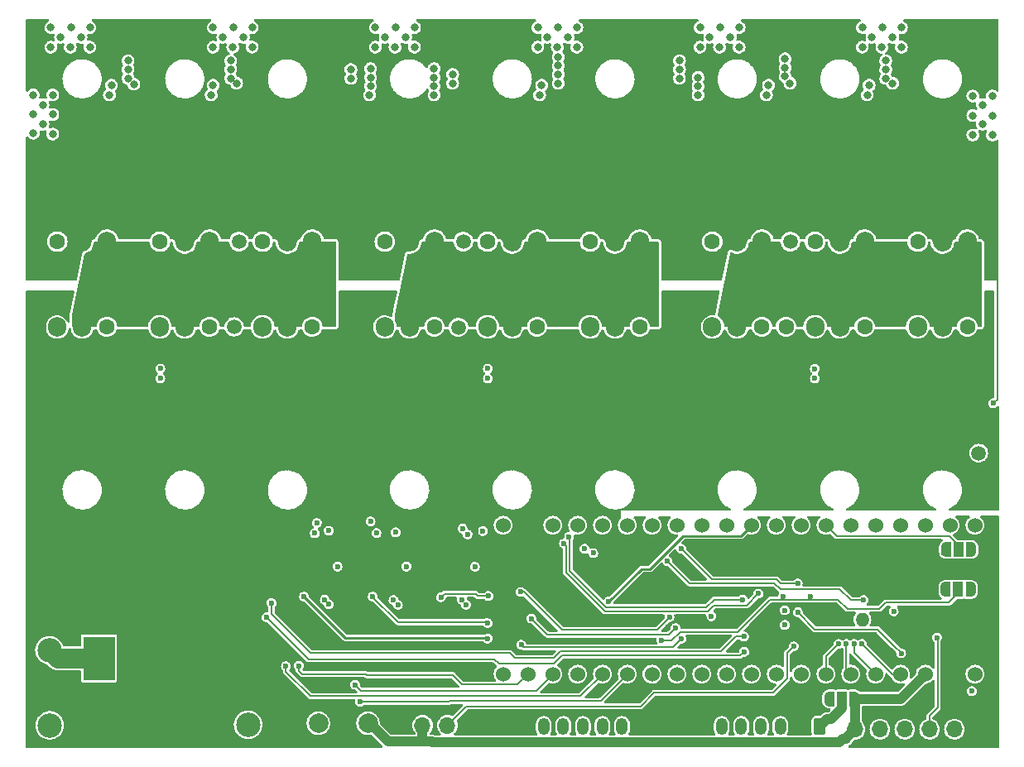
<source format=gbr>
%TF.GenerationSoftware,KiCad,Pcbnew,(6.0.7-1)-1*%
%TF.CreationDate,2023-01-28T14:38:12-05:00*%
%TF.ProjectId,CCC_ESC,4343435f-4553-4432-9e6b-696361645f70,rev?*%
%TF.SameCoordinates,Original*%
%TF.FileFunction,Copper,L4,Bot*%
%TF.FilePolarity,Positive*%
%FSLAX46Y46*%
G04 Gerber Fmt 4.6, Leading zero omitted, Abs format (unit mm)*
G04 Created by KiCad (PCBNEW (6.0.7-1)-1) date 2023-01-28 14:38:12*
%MOMM*%
%LPD*%
G01*
G04 APERTURE LIST*
G04 Aperture macros list*
%AMRoundRect*
0 Rectangle with rounded corners*
0 $1 Rounding radius*
0 $2 $3 $4 $5 $6 $7 $8 $9 X,Y pos of 4 corners*
0 Add a 4 corners polygon primitive as box body*
4,1,4,$2,$3,$4,$5,$6,$7,$8,$9,$2,$3,0*
0 Add four circle primitives for the rounded corners*
1,1,$1+$1,$2,$3*
1,1,$1+$1,$4,$5*
1,1,$1+$1,$6,$7*
1,1,$1+$1,$8,$9*
0 Add four rect primitives between the rounded corners*
20,1,$1+$1,$2,$3,$4,$5,0*
20,1,$1+$1,$4,$5,$6,$7,0*
20,1,$1+$1,$6,$7,$8,$9,0*
20,1,$1+$1,$8,$9,$2,$3,0*%
%AMFreePoly0*
4,1,22,0.550000,-0.750000,0.000000,-0.750000,0.000000,-0.745033,-0.079941,-0.743568,-0.215256,-0.701293,-0.333266,-0.622738,-0.424486,-0.514219,-0.481581,-0.384460,-0.499164,-0.250000,-0.500000,-0.250000,-0.500000,0.250000,-0.499164,0.250000,-0.499963,0.256109,-0.478152,0.396186,-0.417904,0.524511,-0.324060,0.630769,-0.204165,0.706417,-0.067858,0.745374,0.000000,0.744959,0.000000,0.750000,
0.550000,0.750000,0.550000,-0.750000,0.550000,-0.750000,$1*%
%AMFreePoly1*
4,1,20,0.000000,0.744959,0.073905,0.744508,0.209726,0.703889,0.328688,0.626782,0.421226,0.519385,0.479903,0.390333,0.500000,0.250000,0.500000,-0.250000,0.499851,-0.262216,0.476331,-0.402017,0.414519,-0.529596,0.319384,-0.634700,0.198574,-0.708877,0.061801,-0.746166,0.000000,-0.745033,0.000000,-0.750000,-0.550000,-0.750000,-0.550000,0.750000,0.000000,0.750000,0.000000,0.744959,
0.000000,0.744959,$1*%
G04 Aperture macros list end*
%TA.AperFunction,ComponentPad*%
%ADD10C,2.000000*%
%TD*%
%TA.AperFunction,ComponentPad*%
%ADD11C,4.000000*%
%TD*%
%TA.AperFunction,ComponentPad*%
%ADD12C,2.500000*%
%TD*%
%TA.AperFunction,ComponentPad*%
%ADD13C,1.500000*%
%TD*%
%TA.AperFunction,ComponentPad*%
%ADD14R,1.700000X1.700000*%
%TD*%
%TA.AperFunction,ComponentPad*%
%ADD15O,1.700000X1.700000*%
%TD*%
%TA.AperFunction,ComponentPad*%
%ADD16RoundRect,0.250000X0.350000X0.625000X-0.350000X0.625000X-0.350000X-0.625000X0.350000X-0.625000X0*%
%TD*%
%TA.AperFunction,ComponentPad*%
%ADD17O,1.200000X1.750000*%
%TD*%
%TA.AperFunction,ComponentPad*%
%ADD18C,3.000000*%
%TD*%
%TA.AperFunction,ComponentPad*%
%ADD19C,1.600000*%
%TD*%
%TA.AperFunction,ComponentPad*%
%ADD20C,1.400000*%
%TD*%
%TA.AperFunction,ComponentPad*%
%ADD21O,1.400000X1.400000*%
%TD*%
%TA.AperFunction,ComponentPad*%
%ADD22C,1.524000*%
%TD*%
%TA.AperFunction,SMDPad,CuDef*%
%ADD23FreePoly0,180.000000*%
%TD*%
%TA.AperFunction,SMDPad,CuDef*%
%ADD24R,1.000000X1.500000*%
%TD*%
%TA.AperFunction,SMDPad,CuDef*%
%ADD25FreePoly1,180.000000*%
%TD*%
%TA.AperFunction,ComponentPad*%
%ADD26O,1.905000X2.000000*%
%TD*%
%TA.AperFunction,SMDPad,CuDef*%
%ADD27R,3.300000X4.500000*%
%TD*%
%TA.AperFunction,ViaPad*%
%ADD28C,0.600000*%
%TD*%
%TA.AperFunction,ViaPad*%
%ADD29C,0.800000*%
%TD*%
%TA.AperFunction,Conductor*%
%ADD30C,0.200000*%
%TD*%
%TA.AperFunction,Conductor*%
%ADD31C,2.000000*%
%TD*%
%TA.AperFunction,Conductor*%
%ADD32C,1.000000*%
%TD*%
%TA.AperFunction,Conductor*%
%ADD33C,0.250000*%
%TD*%
G04 APERTURE END LIST*
D10*
%TO.P,TpGND3,1,1*%
%TO.N,GND*%
X79000000Y-85000000D03*
%TD*%
D11*
%TO.P,PH9,1,1*%
%TO.N,PHASE_C*%
X144400000Y-74500000D03*
%TD*%
D12*
%TO.P,U6,1,VIN*%
%TO.N,Net-(C5-Pad1)*%
X52654000Y-111813260D03*
%TO.P,U6,2,GND_IN*%
%TO.N,GND*%
X52654000Y-106733260D03*
%TO.P,U6,3,GND_OUT*%
X72974000Y-99113260D03*
%TO.P,U6,4,VOUT*%
%TO.N,V12V*%
X72974000Y-119433260D03*
%TD*%
D11*
%TO.P,PH4,1,1*%
%TO.N,PHASE_B*%
X90800000Y-74500000D03*
%TD*%
D13*
%TO.P,TpGS1,1,1*%
%TO.N,/AU_GATESIG*%
X72050000Y-70000000D03*
%TD*%
D14*
%TO.P,J1,1,Pin_1*%
%TO.N,GND*%
X95900000Y-119500000D03*
D15*
%TO.P,J1,2,Pin_2*%
%TO.N,Net-(J1-Pad2)*%
X93360000Y-119500000D03*
%TO.P,J1,3,Pin_3*%
%TO.N,V5V*%
X90820000Y-119500000D03*
%TD*%
D16*
%TO.P,J4,1,Pin_1*%
%TO.N,GND*%
X113219000Y-119628260D03*
D17*
%TO.P,J4,2,Pin_2*%
%TO.N,Vaux*%
X111219000Y-119628260D03*
%TO.P,J4,3,Pin_3*%
%TO.N,PB5 MOSI TIM3 CH2*%
X109219000Y-119628260D03*
%TO.P,J4,4,Pin_4*%
%TO.N,PB4 MISO TIM3 CH1*%
X107219000Y-119628260D03*
%TO.P,J4,5,Pin_5*%
%TO.N,PB3 SCK TIM2CH2*%
X105219000Y-119628260D03*
%TO.P,J4,6,Pin_6*%
%TO.N,PA15 TIM2 CH1*%
X103219000Y-119628260D03*
%TD*%
D18*
%TO.P,TpGND4,1,1*%
%TO.N,GND*%
X72569000Y-106778260D03*
%TD*%
D19*
%TO.P,TpGS6,1,1*%
%TO.N,/CL_GATESIG*%
X128000000Y-78750000D03*
%TD*%
D11*
%TO.P,PH5,1,1*%
%TO.N,PHASE_B*%
X112250000Y-74450000D03*
%TD*%
D10*
%TO.P,TpGND2,1,1*%
%TO.N,GND*%
X83250000Y-95800000D03*
%TD*%
D11*
%TO.P,PH8,1,1*%
%TO.N,PHASE_C*%
X123800000Y-74500000D03*
%TD*%
D16*
%TO.P,J2,1,Pin_1*%
%TO.N,Vaux*%
X131419000Y-119628260D03*
D17*
%TO.P,J2,2,Pin_2*%
%TO.N,GND*%
X129419000Y-119628260D03*
%TO.P,J2,3,Pin_3*%
%TO.N,PB9 DI2C1_SDA TIM4_CH4*%
X127419000Y-119628260D03*
%TO.P,J2,4,Pin_4*%
%TO.N,PB8 DI2C1_SCL TIM4_CH3*%
X125419000Y-119628260D03*
%TO.P,J2,5,Pin_5*%
%TO.N,PB7 D_UART1_RX I2C1_SDA TIM4_CH2*%
X123419000Y-119628260D03*
%TO.P,J2,6,Pin_6*%
%TO.N,PB6 D_UART1_TX I2C1_SCL TIM4_CH1*%
X121419000Y-119628260D03*
%TD*%
D10*
%TO.P,U7,1,VIN*%
%TO.N,V12V*%
X80164000Y-119295000D03*
%TO.P,U7,2,GND*%
%TO.N,GND*%
X82704000Y-119295000D03*
%TO.P,U7,3,VOUT*%
%TO.N,V5V*%
X85244000Y-119295000D03*
%TD*%
D11*
%TO.P,PH3,1,1*%
%TO.N,PHASE_A*%
X68350000Y-74550000D03*
%TD*%
%TO.P,PH2,1,1*%
%TO.N,PHASE_A*%
X57800000Y-74500000D03*
%TD*%
%TO.P,PH1,1,1*%
%TO.N,PHASE_A*%
X79250000Y-74500000D03*
%TD*%
%TO.P,PH6,1,1*%
%TO.N,PHASE_B*%
X101250000Y-74500000D03*
%TD*%
D13*
%TO.P,TpVS1,1,1*%
%TO.N,VSENSE2*%
X147700000Y-91650000D03*
%TD*%
%TO.P,TpGS4,1,1*%
%TO.N,/BL_GATESIG*%
X94500000Y-78800000D03*
%TD*%
D11*
%TO.P,PH7,1,1*%
%TO.N,PHASE_C*%
X134300000Y-74500000D03*
%TD*%
D20*
%TO.P,NTC1,1,Pin_1*%
%TO.N,GND*%
X133914000Y-108678260D03*
D21*
%TO.P,NTC1,2,Pin_2*%
%TO.N,FET_TEMP*%
X135814000Y-108678260D03*
%TD*%
D22*
%TO.P,U5,1,VBAT*%
%TO.N,unconnected-(U5-Pad1)*%
X147329000Y-99028260D03*
%TO.P,U5,2,PC13*%
%TO.N,HALL_A*%
X144789000Y-99028260D03*
%TO.P,U5,3,PC14*%
%TO.N,HALL_B*%
X142249000Y-99028260D03*
%TO.P,U5,4,PC15*%
%TO.N,HALL_C*%
X139709000Y-99028260D03*
%TO.P,U5,5,NRST*%
%TO.N,Net-(C21-Pad1)*%
X137169000Y-99028260D03*
%TO.P,U5,6,PA0*%
%TO.N,A_THROTTLE*%
X134629000Y-99028260D03*
%TO.P,U5,7,PA1*%
%TO.N,VSENSE*%
X132089000Y-99028260D03*
%TO.P,U5,8,PA2*%
%TO.N,A_SHA_AMP*%
X129549000Y-99028260D03*
%TO.P,U5,9,PA3*%
%TO.N,A_SHB_AMP*%
X127009000Y-99028260D03*
%TO.P,U5,10,PA4*%
%TO.N,A_SHC_AMP*%
X124469000Y-99028260D03*
%TO.P,U5,11,PA5*%
%TO.N,A_PHA_VSENSE*%
X121929000Y-99028260D03*
%TO.P,U5,12,PA6*%
%TO.N,A_PHB_VSENSE*%
X119389000Y-99028260D03*
%TO.P,U5,13,PA7*%
%TO.N,MOTOR_TEMP*%
X116849000Y-99028260D03*
%TO.P,U5,14,PB0*%
%TO.N,A_PHC_VSENSE*%
X114309000Y-99028260D03*
%TO.P,U5,15,PB1*%
%TO.N,FET_TEMP*%
X111769000Y-99028260D03*
%TO.P,U5,16,PB2*%
%TO.N,PB2 D_GPIO*%
X109229000Y-99028260D03*
%TO.P,U5,17,PB10*%
%TO.N,PB10 D_GPIO*%
X106689000Y-99028260D03*
%TO.P,U5,18,3V3*%
%TO.N,V3V3*%
X104149000Y-99028260D03*
%TO.P,U5,19,GND*%
%TO.N,GND*%
X101609000Y-99028260D03*
%TO.P,U5,20,5V*%
%TO.N,unconnected-(U5-Pad20)*%
X99069000Y-99028260D03*
%TO.P,U5,21,PB12*%
%TO.N,A_OVERLIMIT*%
X99069000Y-114268260D03*
%TO.P,U5,22,PB13*%
%TO.N,LIN_A*%
X101609000Y-114268260D03*
%TO.P,U5,23,PB14*%
%TO.N,LIN_B*%
X104149000Y-114268260D03*
%TO.P,U5,24,PB15*%
%TO.N,LIN_C*%
X106689000Y-114268260D03*
%TO.P,U5,25,PA8*%
%TO.N,HIN_A*%
X109229000Y-114268260D03*
%TO.P,U5,26,PA9*%
%TO.N,HIN_B*%
X111769000Y-114268260D03*
%TO.P,U5,27,PA10*%
%TO.N,HIN_C*%
X114285395Y-114278253D03*
%TO.P,U5,28,PA11*%
%TO.N,unconnected-(U5-Pad28)*%
X116849000Y-114268260D03*
%TO.P,U5,29,PA12*%
%TO.N,unconnected-(U5-Pad29)*%
X119389000Y-114268260D03*
%TO.P,U5,30,PA15*%
%TO.N,Net-(RN2-Pad4)*%
X121929000Y-114268260D03*
%TO.P,U5,31,PB3*%
%TO.N,Net-(RN2-Pad3)*%
X124469000Y-114268260D03*
%TO.P,U5,32,PB4*%
%TO.N,Net-(RN2-Pad2)*%
X127009000Y-114268260D03*
%TO.P,U5,33,PB5*%
%TO.N,Net-(RN2-Pad1)*%
X129549000Y-114268260D03*
%TO.P,U5,34,PB6*%
%TO.N,Net-(RN3-Pad4)*%
X132089000Y-114268260D03*
%TO.P,U5,35,PB7*%
%TO.N,Net-(RN3-Pad3)*%
X134629000Y-114268260D03*
%TO.P,U5,36,PB8*%
%TO.N,Net-(RN3-Pad2)*%
X137169000Y-114268260D03*
%TO.P,U5,37,PB9*%
%TO.N,Net-(RN3-Pad1)*%
X139709000Y-114268260D03*
%TO.P,U5,38,5V*%
%TO.N,V5V*%
X142249000Y-114268260D03*
%TO.P,U5,39,GND*%
%TO.N,GND*%
X144789000Y-114268260D03*
%TO.P,U5,40,3V3*%
%TO.N,V3V3*%
X147329000Y-114268260D03*
%TD*%
D13*
%TO.P,TpGS5,1,1*%
%TO.N,/CU_GATESIG*%
X128450000Y-70000000D03*
%TD*%
%TO.P,TpGS3,1,1*%
%TO.N,/BU_GATESIG*%
X95000000Y-70000000D03*
%TD*%
D10*
%TO.P,TpGND1,1,1*%
%TO.N,GND*%
X116250000Y-85500000D03*
%TD*%
D14*
%TO.P,J3,1,Pin_1*%
%TO.N,GND*%
X147760000Y-119900000D03*
D15*
%TO.P,J3,2,Pin_2*%
%TO.N,Net-(J3-Pad2)*%
X145220000Y-119900000D03*
%TO.P,J3,3,Pin_3*%
%TO.N,Net-(J3-Pad3)*%
X142680000Y-119900000D03*
%TO.P,J3,4,Pin_4*%
%TO.N,Net-(J3-Pad4)*%
X140140000Y-119900000D03*
%TO.P,J3,5,Pin_5*%
%TO.N,Net-(J3-Pad5)*%
X137600000Y-119900000D03*
%TO.P,J3,6,Pin_6*%
%TO.N,V5V*%
X135060000Y-119900000D03*
%TD*%
D13*
%TO.P,TpGS2,1,1*%
%TO.N,/AL_GATESIG*%
X71550000Y-78750000D03*
%TD*%
D12*
%TO.P,Tp12V1,1,1*%
%TO.N,unconnected-(Tp12V1-Pad1)*%
X52700000Y-119500000D03*
%TD*%
D23*
%TO.P,JP1,1,A*%
%TO.N,V5V*%
X135000000Y-116800000D03*
D24*
%TO.P,JP1,2,C*%
%TO.N,Vaux*%
X133700000Y-116800000D03*
D25*
%TO.P,JP1,3,B*%
%TO.N,V3V3*%
X132400000Y-116800000D03*
%TD*%
D19*
%TO.P,QB4,1*%
%TO.N,/BL_GATESIG*%
X102540000Y-78750000D03*
D26*
%TO.P,QB4,2*%
%TO.N,PHASE_B*%
X100000000Y-78750000D03*
%TO.P,QB4,3*%
%TO.N,Net-(NT3-Pad1)*%
X97460000Y-78750000D03*
%TD*%
D19*
%TO.P,QB5,1*%
%TO.N,/BU_GATESIG*%
X86960000Y-70000000D03*
D26*
%TO.P,QB5,2*%
%TO.N,VBAT*%
X89500000Y-70000000D03*
%TO.P,QB5,3*%
%TO.N,PHASE_B*%
X92040000Y-70000000D03*
%TD*%
D19*
%TO.P,QA3,1*%
%TO.N,/AU_GATESIG*%
X63960000Y-70000000D03*
D26*
%TO.P,QA3,2*%
%TO.N,VBAT*%
X66500000Y-70000000D03*
%TO.P,QA3,3*%
%TO.N,PHASE_A*%
X69040000Y-70000000D03*
%TD*%
D19*
%TO.P,QC6,1*%
%TO.N,/CL_GATESIG*%
X125540000Y-78750000D03*
D26*
%TO.P,QC6,2*%
%TO.N,PHASE_C*%
X123000000Y-78750000D03*
%TO.P,QC6,3*%
%TO.N,Net-(NT5-Pad1)*%
X120460000Y-78750000D03*
%TD*%
D19*
%TO.P,QC5,1*%
%TO.N,/CU_GATESIG*%
X141460000Y-70000000D03*
D26*
%TO.P,QC5,2*%
%TO.N,VBAT*%
X144000000Y-70000000D03*
%TO.P,QC5,3*%
%TO.N,PHASE_C*%
X146540000Y-70000000D03*
%TD*%
D19*
%TO.P,QC4,1*%
%TO.N,/CL_GATESIG*%
X146540000Y-78750000D03*
D26*
%TO.P,QC4,2*%
%TO.N,PHASE_C*%
X144000000Y-78750000D03*
%TO.P,QC4,3*%
%TO.N,Net-(NT5-Pad1)*%
X141460000Y-78750000D03*
%TD*%
D19*
%TO.P,QA6,1*%
%TO.N,/AL_GATESIG*%
X58540000Y-78750000D03*
D26*
%TO.P,QA6,2*%
%TO.N,PHASE_A*%
X56000000Y-78750000D03*
%TO.P,QA6,3*%
%TO.N,Net-(NT1-Pad1)*%
X53460000Y-78750000D03*
%TD*%
D19*
%TO.P,QB6,1*%
%TO.N,/BL_GATESIG*%
X92040000Y-78750000D03*
D26*
%TO.P,QB6,2*%
%TO.N,PHASE_B*%
X89500000Y-78750000D03*
%TO.P,QB6,3*%
%TO.N,Net-(NT3-Pad1)*%
X86960000Y-78750000D03*
%TD*%
D19*
%TO.P,QB2,1*%
%TO.N,/BL_GATESIG*%
X113040000Y-78750000D03*
D26*
%TO.P,QB2,2*%
%TO.N,PHASE_B*%
X110500000Y-78750000D03*
%TO.P,QB2,3*%
%TO.N,Net-(NT3-Pad1)*%
X107960000Y-78750000D03*
%TD*%
D19*
%TO.P,QA5,1*%
%TO.N,/AU_GATESIG*%
X74460000Y-70000000D03*
D26*
%TO.P,QA5,2*%
%TO.N,VBAT*%
X77000000Y-70000000D03*
%TO.P,QA5,3*%
%TO.N,PHASE_A*%
X79540000Y-70000000D03*
%TD*%
D19*
%TO.P,QA1,1*%
%TO.N,/AU_GATESIG*%
X53460000Y-70000000D03*
D26*
%TO.P,QA1,2*%
%TO.N,VBAT*%
X56000000Y-70000000D03*
%TO.P,QA1,3*%
%TO.N,PHASE_A*%
X58540000Y-70000000D03*
%TD*%
D19*
%TO.P,QB3,1*%
%TO.N,/BU_GATESIG*%
X97460000Y-70000000D03*
D26*
%TO.P,QB3,2*%
%TO.N,VBAT*%
X100000000Y-70000000D03*
%TO.P,QB3,3*%
%TO.N,PHASE_B*%
X102540000Y-70000000D03*
%TD*%
D19*
%TO.P,QC3,1*%
%TO.N,/CU_GATESIG*%
X130960000Y-70000000D03*
D26*
%TO.P,QC3,2*%
%TO.N,VBAT*%
X133500000Y-70000000D03*
%TO.P,QC3,3*%
%TO.N,PHASE_C*%
X136040000Y-70000000D03*
%TD*%
D19*
%TO.P,QA4,1*%
%TO.N,/AL_GATESIG*%
X69040000Y-78750000D03*
D26*
%TO.P,QA4,2*%
%TO.N,PHASE_A*%
X66500000Y-78750000D03*
%TO.P,QA4,3*%
%TO.N,Net-(NT1-Pad1)*%
X63960000Y-78750000D03*
%TD*%
D19*
%TO.P,QC2,1*%
%TO.N,/CL_GATESIG*%
X136040000Y-78750000D03*
D26*
%TO.P,QC2,2*%
%TO.N,PHASE_C*%
X133500000Y-78750000D03*
%TO.P,QC2,3*%
%TO.N,Net-(NT5-Pad1)*%
X130960000Y-78750000D03*
%TD*%
D23*
%TO.P,JP4,1,A*%
%TO.N,Net-(JP4-Pad1)*%
X146950000Y-101500000D03*
D24*
%TO.P,JP4,2,C*%
%TO.N,VSENSE*%
X145650000Y-101500000D03*
D25*
%TO.P,JP4,3,B*%
%TO.N,Net-(JP4-Pad3)*%
X144350000Y-101500000D03*
%TD*%
D23*
%TO.P,JP5,1,A*%
%TO.N,Net-(JP5-Pad1)*%
X146900000Y-105600000D03*
D24*
%TO.P,JP5,2,C*%
%TO.N,VSENSE2*%
X145600000Y-105600000D03*
D25*
%TO.P,JP5,3,B*%
%TO.N,Net-(JP5-Pad3)*%
X144300000Y-105600000D03*
%TD*%
D19*
%TO.P,QC1,1*%
%TO.N,/CU_GATESIG*%
X120460000Y-70000000D03*
D26*
%TO.P,QC1,2*%
%TO.N,VBAT*%
X123000000Y-70000000D03*
%TO.P,QC1,3*%
%TO.N,PHASE_C*%
X125540000Y-70000000D03*
%TD*%
D19*
%TO.P,QA2,1*%
%TO.N,/AL_GATESIG*%
X79540000Y-78750000D03*
D26*
%TO.P,QA2,2*%
%TO.N,PHASE_A*%
X77000000Y-78750000D03*
%TO.P,QA2,3*%
%TO.N,Net-(NT1-Pad1)*%
X74460000Y-78750000D03*
%TD*%
D27*
%TO.P,D8,1,A1*%
%TO.N,Net-(C5-Pad1)*%
X57725000Y-112650000D03*
%TO.P,D8,2,A2*%
%TO.N,GND*%
X57725000Y-103850000D03*
%TD*%
D19*
%TO.P,QB1,1*%
%TO.N,/BU_GATESIG*%
X107960000Y-70000000D03*
D26*
%TO.P,QB1,2*%
%TO.N,VBAT*%
X110500000Y-70000000D03*
%TO.P,QB1,3*%
%TO.N,PHASE_B*%
X113040000Y-70000000D03*
%TD*%
D28*
%TO.N,V12V*%
X87850000Y-106675000D03*
X89175000Y-103250000D03*
X81225000Y-107100000D03*
X80825000Y-106650000D03*
X96175000Y-103275000D03*
X82125000Y-103250000D03*
X88300000Y-107175000D03*
X95275000Y-107175000D03*
X94850000Y-106650000D03*
%TO.N,VSENSE2*%
X115269000Y-110827760D03*
X127669000Y-106328260D03*
X145600000Y-105900000D03*
X130469000Y-106328260D03*
%TO.N,V3V3*%
X120369000Y-108328260D03*
X132500000Y-116700000D03*
X127869000Y-109228260D03*
X139019000Y-107828260D03*
X147000000Y-116000000D03*
X127869000Y-107728260D03*
%TO.N,A_SHA_V+*%
X123693908Y-110424369D03*
X64000000Y-83000000D03*
X75377536Y-106976352D03*
D29*
%TO.N,GND*%
X105700000Y-49100000D03*
X119000000Y-55000000D03*
X124500000Y-87000000D03*
X83550000Y-77000000D03*
X115500000Y-88500000D03*
D28*
X130400000Y-116000000D03*
D29*
X115500000Y-90000000D03*
X92250000Y-85500000D03*
X88000000Y-50100000D03*
D28*
X97842412Y-105513133D03*
D29*
X106800000Y-91600000D03*
X145200000Y-90050000D03*
X69400000Y-54000000D03*
X96600000Y-88500000D03*
D28*
X81575000Y-121125000D03*
D29*
X127900000Y-51300000D03*
X73500000Y-88500000D03*
X77000000Y-93000000D03*
X56800000Y-48100000D03*
D28*
X138300000Y-101400000D03*
D29*
X83500000Y-90000000D03*
X103000000Y-88500000D03*
X137800000Y-50100000D03*
X135800000Y-50100000D03*
X123000000Y-87000000D03*
X136500000Y-54000000D03*
X86600000Y-88500000D03*
X102800000Y-55000000D03*
D28*
X114200000Y-79600000D03*
D29*
X81500000Y-90000000D03*
D28*
X58150000Y-117075000D03*
D29*
X124500000Y-93000000D03*
X142500000Y-87050000D03*
D28*
X127069000Y-103228260D03*
D29*
X121500000Y-93000000D03*
X64500000Y-90000000D03*
D28*
X82017144Y-99423123D03*
D29*
X117000000Y-93000000D03*
D28*
X97369401Y-109824039D03*
D29*
X120250000Y-77000000D03*
X147100000Y-57100000D03*
X57000000Y-91500000D03*
X78500000Y-87000000D03*
D28*
X85325000Y-99500000D03*
X137300000Y-110480000D03*
X82475000Y-114849011D03*
D29*
X120000000Y-93000000D03*
X133500000Y-91500000D03*
D28*
X148600000Y-107550000D03*
D29*
X117100000Y-53300000D03*
D28*
X144050000Y-107550000D03*
D29*
X123000000Y-90000000D03*
X102600000Y-50100000D03*
X104500000Y-91500000D03*
X101500000Y-88500000D03*
X53000000Y-55000000D03*
X132000000Y-88500000D03*
X142500000Y-90000000D03*
X124500000Y-85500000D03*
X109900000Y-85500000D03*
X106800000Y-93000000D03*
X93500000Y-88500000D03*
X83500000Y-88500000D03*
X138000000Y-91500000D03*
X96600469Y-93000000D03*
X94400000Y-98000000D03*
X77000000Y-85500000D03*
X60700000Y-51500000D03*
X147100000Y-59100000D03*
X58500000Y-90000000D03*
X72000000Y-93000000D03*
X144000000Y-85500000D03*
X58500000Y-87000000D03*
D28*
X74693205Y-109233977D03*
D29*
X104700000Y-48100000D03*
X100000000Y-93000000D03*
X71200000Y-52400000D03*
X88000000Y-93000000D03*
D28*
X136319000Y-102178260D03*
D29*
X70500000Y-90000000D03*
X92600000Y-94400000D03*
X84799020Y-87000000D03*
X71200000Y-51500000D03*
X58800000Y-55000000D03*
X84799020Y-90000000D03*
X100000000Y-85500000D03*
D28*
X118069000Y-103428260D03*
D29*
X114000000Y-90000000D03*
X129000000Y-88500000D03*
D28*
X82725500Y-115900500D03*
D29*
X142500000Y-93000000D03*
X92000000Y-52300000D03*
X145200000Y-88500000D03*
X149100000Y-57100000D03*
X69000000Y-85500000D03*
X141000000Y-93000000D03*
X52000000Y-58000000D03*
D28*
X67900000Y-103100000D03*
D29*
X141000000Y-85500000D03*
X111000000Y-88500000D03*
X70500000Y-87000000D03*
X104700000Y-52900000D03*
X66000000Y-91500000D03*
X84799020Y-85500000D03*
X66000000Y-93000000D03*
X138000000Y-93000000D03*
D28*
X61150000Y-117025000D03*
D29*
X93900000Y-52900000D03*
X111000000Y-91500000D03*
D28*
X145600000Y-107550000D03*
D29*
X64500000Y-91500000D03*
D28*
X125900000Y-105700000D03*
D29*
X85500000Y-53200000D03*
D28*
X144150000Y-103450000D03*
D29*
X104600000Y-50100000D03*
D28*
X115619000Y-115128260D03*
X115100000Y-81600000D03*
X53500000Y-77050000D03*
D29*
X112500000Y-88500000D03*
X117100000Y-52400000D03*
X102600000Y-48100000D03*
X96199500Y-95600000D03*
X106750000Y-88500000D03*
X54900000Y-48100000D03*
X145500000Y-91500000D03*
D28*
X94550000Y-109600000D03*
D29*
X61500000Y-88500000D03*
X70500000Y-85500000D03*
X126200000Y-54000000D03*
X106750000Y-90000000D03*
X60000000Y-85500000D03*
X124450000Y-90000000D03*
D28*
X62100000Y-110300000D03*
X52400000Y-77050000D03*
D29*
X118500000Y-91500000D03*
D28*
X126900000Y-106000000D03*
X72069000Y-112228260D03*
D29*
X135000000Y-93000000D03*
X96200000Y-96800000D03*
X71400000Y-50100000D03*
X58600000Y-84350000D03*
D28*
X107969000Y-113478260D03*
D29*
X98500000Y-88500000D03*
X73400000Y-50100000D03*
X125950000Y-90000000D03*
X138000000Y-87000000D03*
X57000000Y-93000000D03*
D28*
X109069000Y-104928260D03*
X94700000Y-83600000D03*
D29*
X72000000Y-87000000D03*
X136300000Y-55000000D03*
X141000000Y-94500000D03*
X71200000Y-53300000D03*
X118500000Y-93000000D03*
X112500000Y-90000000D03*
X51000000Y-55000000D03*
D28*
X129983153Y-104856287D03*
D29*
X124500000Y-88500000D03*
D28*
X56700000Y-108475000D03*
D29*
X130500000Y-88500000D03*
X127500000Y-85500000D03*
X121500000Y-90000000D03*
X132000000Y-93000000D03*
D28*
X79550000Y-113650000D03*
X54500000Y-77050000D03*
D29*
X92000000Y-53200000D03*
X85500000Y-54100000D03*
D28*
X78079494Y-105820840D03*
D29*
X145450000Y-85500000D03*
X84500000Y-77000000D03*
X63000000Y-93000000D03*
X144000000Y-93000000D03*
X103000000Y-93000000D03*
X136450000Y-84300000D03*
X90000000Y-50100000D03*
D28*
X147050000Y-107550000D03*
D29*
X83500000Y-91500000D03*
X139500000Y-93000000D03*
X127500000Y-93000000D03*
X64500000Y-88500000D03*
X144000000Y-91500000D03*
X124500000Y-91500000D03*
X54800000Y-50100000D03*
D28*
X85825000Y-111225000D03*
D29*
X135800000Y-48100000D03*
X121500000Y-91500000D03*
D28*
X130919000Y-107478260D03*
D29*
X69000000Y-91500000D03*
D28*
X136019000Y-104428260D03*
D29*
X83500000Y-52400000D03*
X127500000Y-88500000D03*
D28*
X95650011Y-100742186D03*
D29*
X71800000Y-53800000D03*
D28*
X131700000Y-104900000D03*
D29*
X142500000Y-85500000D03*
X93500000Y-90000000D03*
D28*
X104600000Y-100300000D03*
D29*
X90800000Y-85500000D03*
D28*
X89900000Y-115000000D03*
D29*
X60700000Y-52400000D03*
D28*
X65375000Y-112400000D03*
D29*
X61500000Y-90000000D03*
X123000000Y-91500000D03*
X69400000Y-50100000D03*
X103000000Y-54000000D03*
X115500000Y-93000000D03*
X70500000Y-91500000D03*
X104700000Y-52000000D03*
D28*
X101100000Y-105100000D03*
D29*
X94800000Y-85500000D03*
D28*
X140950000Y-107850000D03*
D29*
X96600000Y-91500000D03*
X88100000Y-48100000D03*
X120000000Y-88500000D03*
X78500000Y-91500000D03*
D28*
X118219000Y-115028260D03*
D29*
X120200000Y-49100000D03*
X86000000Y-50100000D03*
D28*
X80325000Y-109350000D03*
X94074045Y-99040466D03*
D29*
X69200000Y-55000000D03*
X138000000Y-88500000D03*
X136500000Y-91500000D03*
X80000000Y-93000000D03*
X129000000Y-85500000D03*
X89400000Y-90000000D03*
X139800000Y-48100000D03*
X92200000Y-87000000D03*
D28*
X87286394Y-99881544D03*
D29*
X117050000Y-77072875D03*
X89400000Y-87000000D03*
X60000000Y-90000000D03*
D28*
X130869000Y-103228260D03*
D29*
X105600000Y-87000000D03*
X78500000Y-90000000D03*
D28*
X92775000Y-111250000D03*
X117800000Y-100800000D03*
D29*
X72000000Y-90000000D03*
X127500000Y-87000000D03*
X103000000Y-91500000D03*
X83500000Y-87000000D03*
X126000000Y-55000000D03*
D28*
X54850000Y-102225000D03*
D29*
X56800000Y-50100000D03*
X94800000Y-87000000D03*
X92600000Y-98000000D03*
D28*
X117725806Y-111324337D03*
D29*
X144000000Y-87050000D03*
D28*
X54300000Y-100550000D03*
D29*
X94800000Y-93000000D03*
X111000000Y-93000000D03*
X142500000Y-91500000D03*
X148850000Y-75400000D03*
X149100000Y-55100000D03*
D28*
X61419000Y-100978260D03*
D29*
X60000000Y-93000000D03*
X130500000Y-91500000D03*
X98500000Y-93000000D03*
X122300000Y-49100000D03*
X137950000Y-90000000D03*
X112500000Y-93000000D03*
X117000000Y-87000000D03*
X63000000Y-90000000D03*
D28*
X59325000Y-108625000D03*
D29*
X133500000Y-87000000D03*
X75500000Y-90000000D03*
X109500000Y-90000000D03*
X132000000Y-91500000D03*
X138200000Y-51500000D03*
X130500000Y-93000000D03*
X81500000Y-91500000D03*
D28*
X88100000Y-113650000D03*
D29*
X114000000Y-91500000D03*
X77000000Y-91500000D03*
X94800000Y-90000000D03*
X60000000Y-91500000D03*
X94400000Y-94400000D03*
X136800000Y-49100000D03*
D28*
X138199000Y-115798260D03*
D29*
X69400000Y-48100000D03*
D28*
X122669000Y-109228260D03*
D29*
X52000000Y-56000000D03*
D28*
X56900000Y-99625000D03*
D29*
X81500000Y-88550000D03*
D28*
X139817023Y-112926319D03*
D29*
X141000000Y-91500000D03*
X67500000Y-87000000D03*
X125950000Y-88500000D03*
X64500000Y-93000000D03*
X61500000Y-93000000D03*
X138200000Y-53300000D03*
X114000000Y-93000000D03*
X88000000Y-91500000D03*
X112500000Y-91500000D03*
D28*
X67000000Y-117700000D03*
D29*
X92000000Y-54100000D03*
X90800000Y-87000000D03*
X59000000Y-54000000D03*
X103600000Y-49100000D03*
X135000000Y-88500000D03*
D28*
X78925000Y-113650011D03*
D29*
X51000000Y-58900000D03*
D28*
X100500000Y-112000000D03*
X115800000Y-103600000D03*
D29*
X73500000Y-91500000D03*
X139500000Y-91500000D03*
X75500000Y-93000000D03*
X67500000Y-90000000D03*
X73500000Y-90000000D03*
D28*
X148650000Y-103450000D03*
D29*
X149100000Y-59100000D03*
D28*
X125869000Y-110628260D03*
D29*
X54650000Y-86800000D03*
D28*
X136559958Y-111061687D03*
D29*
X72000000Y-88500000D03*
X92200000Y-91500000D03*
D28*
X76067998Y-113778129D03*
X115896460Y-109496460D03*
X57200000Y-120200000D03*
D29*
X89400000Y-85500000D03*
D28*
X69200000Y-113200000D03*
D29*
X85400000Y-55000000D03*
X67500000Y-88500000D03*
X100000000Y-91500000D03*
X144000000Y-88500000D03*
X148800000Y-77350000D03*
X60000000Y-87000000D03*
X92600000Y-95600000D03*
X145500000Y-87050000D03*
D28*
X128239134Y-110834741D03*
D29*
X90800000Y-88500000D03*
X86000000Y-48100000D03*
D28*
X128700239Y-113316394D03*
D29*
X83500000Y-53300000D03*
D28*
X74475000Y-121225000D03*
D29*
X104500000Y-93000000D03*
X139800000Y-50100000D03*
X81500000Y-85500000D03*
X114000000Y-85500000D03*
X58500000Y-88500000D03*
X133500000Y-93000000D03*
D28*
X52032396Y-79062551D03*
D29*
X84800000Y-91500000D03*
X118500000Y-87000000D03*
X98500000Y-90000000D03*
X67500000Y-85500000D03*
X97600000Y-96800000D03*
X72000000Y-91500000D03*
X92200000Y-88500000D03*
X90800000Y-91500000D03*
X100000000Y-88500000D03*
X78500000Y-88500000D03*
X94400000Y-96800000D03*
D28*
X140300000Y-101350000D03*
D29*
X75500000Y-88450000D03*
D28*
X79350000Y-111200000D03*
D29*
X86600000Y-90000000D03*
X73500000Y-93000000D03*
X94800000Y-91500000D03*
X63000000Y-88500000D03*
X106600000Y-48100000D03*
X92200000Y-93000000D03*
D28*
X52065685Y-78297293D03*
X97372975Y-107928061D03*
D29*
X104500000Y-88500000D03*
D28*
X106594988Y-101345385D03*
D29*
X121300000Y-48100000D03*
X114000000Y-88500000D03*
X104021754Y-85478246D03*
X87000000Y-49100000D03*
X118500000Y-88500000D03*
X115500000Y-91500000D03*
X85500000Y-52300000D03*
X115500000Y-87000000D03*
X61500000Y-85500000D03*
X127900000Y-53100000D03*
X67500000Y-93000000D03*
X120000000Y-90000000D03*
X119000000Y-54100000D03*
X132000000Y-90000000D03*
X84800000Y-88500000D03*
X57000000Y-90000000D03*
D28*
X147150000Y-103450000D03*
D29*
X72500000Y-49100000D03*
X104500000Y-90000000D03*
X98500000Y-91500000D03*
X53000000Y-57000000D03*
X112500000Y-85500000D03*
X133500000Y-85500000D03*
X75500000Y-91500000D03*
X127500000Y-91500000D03*
X80000000Y-90000000D03*
X104700000Y-53800000D03*
D28*
X106549251Y-100502673D03*
D29*
X145500000Y-93000000D03*
X89400000Y-91500000D03*
X119000000Y-53200000D03*
X77000000Y-90000000D03*
D28*
X66800000Y-107275000D03*
D29*
X109500000Y-93000000D03*
X96199500Y-94382595D03*
X55500000Y-90000000D03*
X92000000Y-55000000D03*
X121200000Y-50100000D03*
X83500000Y-93000000D03*
X60000000Y-88500000D03*
D28*
X87275000Y-109200000D03*
D29*
X100000000Y-90000000D03*
D28*
X133600000Y-102300000D03*
X108945226Y-101436516D03*
D29*
X58500000Y-91500000D03*
X135000000Y-87000000D03*
X70500000Y-93000000D03*
X126000000Y-87000000D03*
X66000000Y-90000000D03*
X138900000Y-49100000D03*
D28*
X145650000Y-103450000D03*
D29*
X117100000Y-51500000D03*
X117000000Y-90000000D03*
D28*
X93450000Y-113500000D03*
D29*
X136500000Y-88500000D03*
X118500000Y-90000000D03*
X80000000Y-87000000D03*
D28*
X84590055Y-114906260D03*
D29*
X60700000Y-53300000D03*
X141000000Y-87000000D03*
X69000000Y-87000000D03*
X133500000Y-90000000D03*
X127900000Y-52200000D03*
D28*
X55500000Y-116150000D03*
D29*
X126000000Y-91500000D03*
X101500000Y-90000000D03*
X139500000Y-87500000D03*
X52800000Y-50100000D03*
D28*
X137819000Y-121278260D03*
D29*
X119200000Y-50100000D03*
X138900000Y-53800000D03*
X129000000Y-90000000D03*
D28*
X61969000Y-105928260D03*
D29*
X117000000Y-91500000D03*
D28*
X66300000Y-117700000D03*
D29*
X136500000Y-93000000D03*
D28*
X141900000Y-101400000D03*
X79925000Y-121150000D03*
D29*
X129000000Y-91500000D03*
X81500000Y-87000000D03*
D28*
X93500000Y-115200000D03*
X100469000Y-119628260D03*
D29*
X101500000Y-93000000D03*
D28*
X92200500Y-105775000D03*
D29*
X93500000Y-91500000D03*
X92200000Y-90000000D03*
X97600000Y-95600000D03*
X141000000Y-90000000D03*
X130500000Y-90000000D03*
X77000000Y-88500000D03*
D28*
X123304366Y-108528260D03*
D29*
X106600000Y-50100000D03*
X119200000Y-48100000D03*
X92600000Y-96800000D03*
X70500000Y-88450000D03*
X126000000Y-93000000D03*
X63000000Y-91500000D03*
X90000000Y-48100000D03*
X103000000Y-90000000D03*
D28*
X103769000Y-107578260D03*
X75791858Y-106292584D03*
X62425000Y-113900000D03*
D29*
X148100000Y-56000000D03*
X93500000Y-85500000D03*
X89400000Y-93000000D03*
X86600000Y-91500000D03*
X123000000Y-85500000D03*
X109500000Y-91500000D03*
D28*
X113269000Y-99778260D03*
X105819000Y-108928260D03*
X123500000Y-111200000D03*
X112969000Y-108428260D03*
X79328657Y-99200987D03*
X114319000Y-102328260D03*
D29*
X57000000Y-88500000D03*
X89100000Y-49100000D03*
X61500000Y-91500000D03*
X135000000Y-90000000D03*
X87250000Y-77000000D03*
X69000000Y-93000000D03*
X127500000Y-90000000D03*
X121500000Y-88500000D03*
X80000000Y-88500000D03*
X144000000Y-90000000D03*
D28*
X67500000Y-99275000D03*
D29*
X101500000Y-91500000D03*
D28*
X115669000Y-100028260D03*
D29*
X89400000Y-88500000D03*
D28*
X102760825Y-108538003D03*
D29*
X112500000Y-87000000D03*
X52800000Y-48100000D03*
X120000000Y-91500000D03*
X78500000Y-93000000D03*
X66000000Y-88500000D03*
X117000000Y-88500000D03*
X51000000Y-57000000D03*
X53000000Y-59000000D03*
X109500000Y-88500000D03*
X100000000Y-87000000D03*
X94800000Y-88500000D03*
X129000000Y-93000000D03*
X123200000Y-50100000D03*
X61300000Y-53900000D03*
X55900000Y-49100000D03*
X135000000Y-85500000D03*
D28*
X52650000Y-99475000D03*
D29*
X69000000Y-88450000D03*
X93500000Y-93000000D03*
X80000000Y-91500000D03*
X105600000Y-85500000D03*
X136500000Y-90000000D03*
X83500000Y-85500000D03*
X111000000Y-87000000D03*
X88000000Y-88500000D03*
D28*
X123400000Y-105800000D03*
D29*
X77000000Y-87000000D03*
X135000000Y-91500000D03*
X90800000Y-90000000D03*
X69000000Y-90000000D03*
X128400000Y-53800000D03*
D28*
X119749000Y-102658260D03*
D29*
X96600000Y-90000000D03*
D28*
X126769000Y-112528260D03*
D29*
X70400000Y-49100000D03*
X139500000Y-94500000D03*
X61500000Y-87000000D03*
D28*
X147869000Y-109928260D03*
X121769000Y-117828260D03*
X113119000Y-113628260D03*
X85150011Y-105759666D03*
D29*
X73400000Y-48100000D03*
X101500000Y-87000000D03*
X93900000Y-53800000D03*
X53800000Y-49100000D03*
X133500000Y-88500000D03*
D28*
X132525000Y-104275000D03*
D29*
X123200000Y-48100000D03*
X88000000Y-90000000D03*
X84799020Y-93000000D03*
X101500000Y-85500000D03*
X81500000Y-93000000D03*
D28*
X86275000Y-113650000D03*
X115269000Y-108428260D03*
X79075000Y-97825000D03*
D29*
X136500000Y-87000000D03*
X141000000Y-88500000D03*
X137900000Y-48100000D03*
X71500000Y-48100000D03*
X111000000Y-90000000D03*
X114000000Y-87000000D03*
D28*
X97100000Y-114300000D03*
D29*
X94400000Y-95600000D03*
X67500000Y-91500000D03*
X97600000Y-94300000D03*
X123000000Y-93000000D03*
X58500000Y-93000000D03*
X86600000Y-93000000D03*
X139500000Y-90000000D03*
X104700000Y-51100000D03*
D28*
X64050000Y-103050000D03*
D29*
X55500000Y-88500000D03*
X139500000Y-88500000D03*
X115650000Y-77100000D03*
X118500000Y-85500000D03*
X142500000Y-88500000D03*
X138200000Y-52400000D03*
X123000000Y-88500000D03*
X129000000Y-87000000D03*
X57000000Y-87000000D03*
X148100000Y-58000000D03*
X147100000Y-55100000D03*
X96200000Y-98000000D03*
X93500000Y-87000000D03*
D28*
X142419000Y-116328260D03*
D29*
X126000000Y-85500000D03*
X103000000Y-87000000D03*
X90800000Y-93000000D03*
D28*
X74100000Y-115375000D03*
%TO.N,A_SHA_V-*%
X64000000Y-84000000D03*
X123716759Y-111969558D03*
X74850000Y-108450000D03*
%TO.N,A_SHB_V+*%
X123569000Y-106628260D03*
X105810011Y-100198161D03*
X97500000Y-83000000D03*
%TO.N,A_SHC_V+*%
X130950000Y-83012000D03*
X107390000Y-101430000D03*
%TO.N,A_SHB_V-*%
X105289391Y-100908911D03*
X125169000Y-106028260D03*
X97499989Y-84000500D03*
%TO.N,A_SHC_V-*%
X130950000Y-84000000D03*
X108280000Y-101880000D03*
%TO.N,Net-(J3-Pad3)*%
X143428260Y-110528260D03*
D29*
%TO.N,VBAT*%
X95000000Y-59400000D03*
X143300000Y-48100000D03*
X65100000Y-65000000D03*
X146400000Y-49100000D03*
X98000000Y-58600000D03*
X97000000Y-67500000D03*
X65100000Y-66600000D03*
X80900000Y-48100000D03*
X101900000Y-58600000D03*
X98000000Y-63400000D03*
X147100000Y-64500000D03*
X112200000Y-48100000D03*
X149100000Y-66600000D03*
X64300000Y-48100000D03*
X101000000Y-62600000D03*
X100000000Y-57000000D03*
X124000000Y-66600000D03*
X95600000Y-48100000D03*
X130600000Y-62000000D03*
X97000000Y-61000000D03*
X95000000Y-61000000D03*
X96000000Y-63400000D03*
X94000000Y-63400000D03*
X127700000Y-49100000D03*
X101000000Y-64200000D03*
X145300000Y-65000000D03*
X76900000Y-50100000D03*
X58500000Y-63500000D03*
X145300000Y-63500000D03*
X51000000Y-62500000D03*
X120000000Y-65000000D03*
X128800000Y-48100000D03*
X128700000Y-50100000D03*
X148100000Y-65600000D03*
X96000000Y-57000000D03*
X99000000Y-61000000D03*
X130600000Y-63500000D03*
X54400000Y-65000000D03*
X109000000Y-65000000D03*
X109000000Y-63500000D03*
X98000000Y-61800000D03*
X94000000Y-65000000D03*
X96000000Y-55400000D03*
D28*
X149200000Y-86550000D03*
D29*
X99000000Y-59400000D03*
X101900000Y-60200000D03*
X145300000Y-62000000D03*
X103900000Y-60200000D03*
X135400000Y-63500000D03*
X104800000Y-62600000D03*
X86700000Y-63500000D03*
X79000000Y-48100000D03*
X99000000Y-67500000D03*
X101000000Y-57800000D03*
X141400000Y-65000000D03*
X110100000Y-50100000D03*
X101000000Y-59400000D03*
X100000000Y-63400000D03*
X65100000Y-63500000D03*
X120000000Y-62000000D03*
X78900000Y-50100000D03*
X101000000Y-61000000D03*
X113000000Y-62000000D03*
X100000000Y-60200000D03*
X135400000Y-66400000D03*
X96000000Y-58600000D03*
X124000000Y-65000000D03*
X110100000Y-48100000D03*
X103900000Y-63300000D03*
X103000000Y-67400000D03*
X101000000Y-56200000D03*
X62300000Y-50100000D03*
X99000000Y-57800000D03*
X135400000Y-65000000D03*
X54400000Y-63400000D03*
X95000000Y-65800000D03*
X102000000Y-61800000D03*
X98000000Y-60200000D03*
X79800000Y-65000000D03*
X58500000Y-66500000D03*
X79800000Y-63500000D03*
X99000000Y-62600000D03*
X62400000Y-48100000D03*
X147300000Y-50100000D03*
X109000000Y-62000000D03*
X100000000Y-58600000D03*
X91400000Y-66600000D03*
X75900000Y-66600000D03*
X97000000Y-59400000D03*
X102900000Y-61000000D03*
X100000000Y-65000000D03*
X97000000Y-62600000D03*
X86700000Y-62000000D03*
X98000000Y-55400000D03*
X130700000Y-48100000D03*
X102900000Y-62600000D03*
X86700000Y-65000000D03*
X75900000Y-65000000D03*
X149100000Y-62600000D03*
X69000000Y-66600000D03*
X99000000Y-56200000D03*
X113000000Y-63500000D03*
X69000000Y-65000000D03*
X126700000Y-50100000D03*
X95000000Y-62600000D03*
X120000000Y-66600000D03*
X86700000Y-66600000D03*
X103900000Y-66600000D03*
X130600000Y-66400000D03*
X141400000Y-63500000D03*
X124000000Y-62000000D03*
X130700000Y-50100000D03*
X149100000Y-64600000D03*
X114100000Y-50100000D03*
X99000000Y-64200000D03*
X102900000Y-59400000D03*
X120000000Y-63500000D03*
X65100000Y-62000000D03*
X102000000Y-57000000D03*
X91400000Y-62000000D03*
X100000000Y-66600000D03*
X95500000Y-50100000D03*
X103900000Y-64900000D03*
X61300000Y-49100000D03*
X99000000Y-65800000D03*
X148100000Y-63500000D03*
X60300000Y-50100000D03*
X112100000Y-50100000D03*
X147100000Y-62600000D03*
X53000000Y-66500000D03*
X93500000Y-48100000D03*
X98000000Y-57100000D03*
X104900000Y-64200000D03*
X52000000Y-65500000D03*
X79800000Y-66600000D03*
X80900000Y-50100000D03*
X143300000Y-50100000D03*
X141400000Y-66600000D03*
X54400000Y-62000000D03*
X102000000Y-66600000D03*
X94000000Y-60200000D03*
X147300000Y-48100000D03*
X135400000Y-62000000D03*
X145300000Y-50100000D03*
X76900000Y-48100000D03*
X96000000Y-66600000D03*
X114100000Y-48100000D03*
X64300000Y-50100000D03*
X97000000Y-64200000D03*
X141400000Y-62000000D03*
X91400000Y-63500000D03*
X144300000Y-49100000D03*
X102000000Y-65000000D03*
X94000000Y-66600000D03*
X75900000Y-62000000D03*
X126700000Y-48100000D03*
X51000000Y-66500000D03*
X91400000Y-65000000D03*
X95000000Y-67500000D03*
X98000000Y-65000000D03*
X58500000Y-65000000D03*
X60300000Y-48100000D03*
X53000000Y-62500000D03*
X104900000Y-65800000D03*
X58500000Y-62000000D03*
X53000000Y-64500000D03*
X147100000Y-66600000D03*
X97000000Y-56200000D03*
X94000000Y-61800000D03*
X97000000Y-65800000D03*
X129800000Y-49100000D03*
X52000000Y-63400000D03*
X97000000Y-57800000D03*
X96000000Y-65000000D03*
X111100000Y-49100000D03*
X100000000Y-61800000D03*
X124000000Y-63500000D03*
X109000000Y-66600000D03*
X130600000Y-65000000D03*
X113000000Y-66600000D03*
X96000000Y-61800000D03*
X145400000Y-48100000D03*
X63400000Y-49100000D03*
X96600000Y-49100000D03*
X93500000Y-50100000D03*
X101000000Y-65800000D03*
X75900000Y-63500000D03*
X145300000Y-66600000D03*
X96000000Y-60200000D03*
D28*
X149200000Y-72600000D03*
D29*
X95000000Y-64200000D03*
X94500000Y-49100000D03*
X77900000Y-49100000D03*
X103900000Y-61800000D03*
X51000000Y-64400000D03*
X104800000Y-61000000D03*
X103000000Y-65800000D03*
X69000000Y-62000000D03*
X113000000Y-65000000D03*
X97500000Y-48100000D03*
X113200000Y-49100000D03*
X79800000Y-62000000D03*
X97500000Y-50100000D03*
X101100000Y-67400000D03*
X54400000Y-66600000D03*
X102000000Y-63400000D03*
X80000000Y-49100000D03*
X98000000Y-66600000D03*
X103000000Y-64200000D03*
X69000000Y-63500000D03*
%TO.N,PHASE_A*%
X70900000Y-76100000D03*
X76700000Y-76000000D03*
X76700000Y-73000000D03*
X60350000Y-73000000D03*
D28*
X78700000Y-106325000D03*
X97471502Y-110616995D03*
D29*
X65750000Y-76000000D03*
X70900000Y-73000000D03*
X60350000Y-76050000D03*
X65800000Y-73000000D03*
D28*
X79800000Y-99850000D03*
D29*
%TO.N,PHASE_B*%
X93400000Y-76000000D03*
X103850000Y-73000000D03*
D28*
X97467928Y-109030631D03*
D29*
X103850000Y-76000000D03*
D28*
X86100000Y-99825000D03*
D29*
X98650000Y-73000000D03*
X98650000Y-76000000D03*
X109650000Y-76000000D03*
X109600000Y-73000000D03*
X93400000Y-73000000D03*
D28*
X85725000Y-106325000D03*
%TO.N,PHASE_C*%
X92700000Y-106400000D03*
X95425000Y-99975000D03*
D29*
X136900000Y-73000000D03*
D28*
X97550000Y-106275000D03*
D29*
X136850000Y-76050000D03*
X131700000Y-73000000D03*
X131700000Y-76000000D03*
X126450000Y-73000000D03*
X126400000Y-76050000D03*
X141750000Y-76000000D03*
X141800000Y-73000000D03*
D28*
%TO.N,A_PHA_VSENSE*%
X100906500Y-111253760D03*
X117292911Y-110652171D03*
%TO.N,VSENSE*%
X145650000Y-101800000D03*
%TO.N,A_SHC_AMP*%
X109869000Y-106828260D03*
%TO.N,FET_TEMP*%
X115869500Y-102700000D03*
X135919000Y-106678260D03*
%TO.N,A_PHB_VSENSE*%
X101950000Y-108575000D03*
X116703790Y-109545648D03*
%TO.N,A_PHC_VSENSE*%
X100856331Y-105861465D03*
X116068502Y-108427760D03*
%TO.N,LIN_A*%
X78163696Y-113405838D03*
%TO.N,LIN_B*%
X83925000Y-115350000D03*
%TO.N,HIN_A*%
X76842086Y-113439569D03*
%TO.N,HIN_B*%
X84450000Y-117099500D03*
%TO.N,MOTOR_TEMP*%
X117269000Y-101428260D03*
X139769000Y-112128260D03*
X129193011Y-104978270D03*
X129193011Y-107928260D03*
%TO.N,Net-(RN3-Pad1)*%
X135769000Y-111178260D03*
%TO.N,Net-(RN3-Pad2)*%
X134969000Y-111178260D03*
%TO.N,Net-(RN3-Pad3)*%
X134169000Y-111178260D03*
%TO.N,Net-(RN3-Pad4)*%
X133369000Y-111178260D03*
%TO.N,Net-(J1-Pad2)*%
X128796803Y-111407637D03*
%TO.N,/AU_GATESIG*%
X81235140Y-99589480D03*
%TO.N,/AL_GATESIG*%
X80013589Y-98788589D03*
%TO.N,/BU_GATESIG*%
X85500500Y-98625000D03*
%TO.N,/BL_GATESIG*%
X88075000Y-99750000D03*
%TO.N,/CU_GATESIG*%
X94900500Y-99367978D03*
%TO.N,/CL_GATESIG*%
X97000000Y-99625000D03*
%TO.N,Net-(JP4-Pad1)*%
X147200000Y-101750000D03*
%TO.N,Net-(JP4-Pad3)*%
X144150000Y-101800000D03*
%TO.N,Net-(JP5-Pad1)*%
X147100000Y-105900000D03*
%TO.N,Net-(JP5-Pad3)*%
X144100000Y-105900000D03*
%TD*%
D30*
%TO.N,VSENSE2*%
X115269000Y-110827760D02*
X115269500Y-110828260D01*
X126369000Y-106628260D02*
X133319000Y-106628260D01*
X115269500Y-110828260D02*
X116269000Y-110828260D01*
X117169000Y-109928260D02*
X123069000Y-109928260D01*
X123069000Y-109928260D02*
X126369000Y-106628260D01*
X145600000Y-106023586D02*
X145600000Y-105600000D01*
X144673586Y-106950000D02*
X145600000Y-106023586D01*
X133319000Y-106628260D02*
X134268511Y-107577771D01*
X138177940Y-106950000D02*
X144673586Y-106950000D01*
X137550169Y-107577771D02*
X138177940Y-106950000D01*
X134268511Y-107577771D02*
X137550169Y-107577771D01*
X145600000Y-105900000D02*
X145600000Y-105600000D01*
X116269000Y-110828260D02*
X117169000Y-109928260D01*
D31*
%TO.N,Net-(C5-Pad1)*%
X53490740Y-112650000D02*
X52654000Y-111813260D01*
X57725000Y-112650000D02*
X53490740Y-112650000D01*
D32*
%TO.N,V5V*%
X134119000Y-120928260D02*
X134119000Y-120841000D01*
X91769000Y-121178260D02*
X91819000Y-121228260D01*
X135000000Y-116800000D02*
X139717260Y-116800000D01*
X85244000Y-119123260D02*
X87299000Y-121178260D01*
X135060000Y-116860000D02*
X135000000Y-116800000D01*
X87299000Y-121178260D02*
X90878260Y-121178260D01*
X90820000Y-121120000D02*
X90820000Y-119500000D01*
X133769000Y-120928260D02*
X134119000Y-120928260D01*
X90878260Y-121178260D02*
X90820000Y-121120000D01*
X139717260Y-116800000D02*
X142249000Y-114268260D01*
X133469000Y-121228260D02*
X133769000Y-120928260D01*
X135060000Y-119900000D02*
X135060000Y-116860000D01*
X91819000Y-121228260D02*
X133469000Y-121228260D01*
X90878260Y-121178260D02*
X91769000Y-121178260D01*
X134119000Y-120841000D02*
X135060000Y-119900000D01*
D30*
%TO.N,A_SHA_V+*%
X100251673Y-112599511D02*
X104284921Y-112599511D01*
X104930692Y-111953740D02*
X121346260Y-111953740D01*
X99777162Y-112125000D02*
X100251673Y-112599511D01*
X75377536Y-108127536D02*
X79375000Y-112125000D01*
X122875631Y-110424369D02*
X123693908Y-110424369D01*
X121346260Y-111953740D02*
X122875631Y-110424369D01*
X104284921Y-112599511D02*
X104930692Y-111953740D01*
X79375000Y-112125000D02*
X99777162Y-112125000D01*
X75377536Y-106976352D02*
X75377536Y-108127536D01*
D31*
%TO.N,GND*%
X54841740Y-106733260D02*
X52654000Y-106733260D01*
X57725000Y-103850000D02*
X54841740Y-106733260D01*
D30*
%TO.N,A_SHA_V-*%
X79150000Y-112750000D02*
X98172558Y-112750000D01*
X105096178Y-112353260D02*
X123333057Y-112353260D01*
X104242689Y-113206749D02*
X105096178Y-112353260D01*
X98629307Y-113206749D02*
X104242689Y-113206749D01*
X98172558Y-112750000D02*
X98629307Y-113206749D01*
X74850000Y-108450000D02*
X79150000Y-112750000D01*
X123333057Y-112353260D02*
X123716759Y-111969558D01*
%TO.N,A_SHB_V+*%
X105888891Y-100277041D02*
X105888891Y-103695989D01*
X109621162Y-107428260D02*
X119856156Y-107428260D01*
X105810011Y-100198161D02*
X105888891Y-100277041D01*
X119856156Y-107428260D02*
X120656156Y-106628260D01*
X105888891Y-103695989D02*
X109621162Y-107428260D01*
X120656156Y-106628260D02*
X123569000Y-106628260D01*
%TO.N,A_SHB_V-*%
X123969489Y-107227771D02*
X125169000Y-106028260D01*
X105489372Y-103861476D02*
X109456156Y-107828260D01*
X120621651Y-107227771D02*
X123969489Y-107227771D01*
X109456156Y-107828260D02*
X120021162Y-107828260D01*
X120021162Y-107828260D02*
X120621651Y-107227771D01*
X105289391Y-100908911D02*
X105489372Y-101108892D01*
X105489372Y-101108892D02*
X105489372Y-103861476D01*
%TO.N,Net-(J3-Pad3)*%
X143500000Y-117700000D02*
X142680000Y-118520000D01*
X143428260Y-110528260D02*
X143500000Y-110600000D01*
X142680000Y-118520000D02*
X142680000Y-119900000D01*
X143500000Y-110600000D02*
X143500000Y-117700000D01*
%TO.N,VBAT*%
X149200000Y-72600000D02*
X149600000Y-73000000D01*
X149600000Y-86150000D02*
X149200000Y-86550000D01*
X149600000Y-73000000D02*
X149600000Y-86150000D01*
D33*
%TO.N,PHASE_A*%
X97471502Y-110616995D02*
X97395825Y-110541318D01*
D30*
X79500000Y-74500000D02*
X79250000Y-74500000D01*
D33*
X82916318Y-110541318D02*
X78700000Y-106325000D01*
X97395825Y-110541318D02*
X82916318Y-110541318D01*
D30*
%TO.N,PHASE_B*%
X88300000Y-108950000D02*
X85725000Y-106375000D01*
X97467928Y-109030631D02*
X97387297Y-108950000D01*
X85725000Y-106375000D02*
X85725000Y-106325000D01*
X97387297Y-108950000D02*
X88300000Y-108950000D01*
%TO.N,PHASE_C*%
X96475000Y-106275000D02*
X96250489Y-106050489D01*
X96250489Y-106050489D02*
X93049511Y-106050489D01*
X97550000Y-106275000D02*
X96475000Y-106275000D01*
X93049511Y-106050489D02*
X92700000Y-106400000D01*
%TO.N,A_PHA_VSENSE*%
X116441342Y-111503740D02*
X101156480Y-111503740D01*
X101156480Y-111503740D02*
X100906500Y-111253760D01*
X117292911Y-110652171D02*
X116441342Y-111503740D01*
%TO.N,VSENSE*%
X133189000Y-100128260D02*
X132089000Y-99028260D01*
X144701846Y-100128260D02*
X133189000Y-100128260D01*
X145650000Y-101800000D02*
X145650000Y-101076414D01*
X145650000Y-101076414D02*
X144701846Y-100128260D01*
D33*
%TO.N,A_SHC_AMP*%
X123382489Y-100114771D02*
X124469000Y-99028260D01*
X113193521Y-103503739D02*
X114093521Y-103503739D01*
X114093521Y-103503739D02*
X117482489Y-100114771D01*
X109869000Y-106828260D02*
X113193521Y-103503739D01*
X117482489Y-100114771D02*
X123382489Y-100114771D01*
D30*
%TO.N,FET_TEMP*%
X134600000Y-106700000D02*
X135897260Y-106700000D01*
X130522230Y-105577770D02*
X133477770Y-105577770D01*
X127405666Y-105577770D02*
X130522230Y-105577770D01*
X133477770Y-105577770D02*
X134600000Y-106700000D01*
X135897260Y-106700000D02*
X135919000Y-106678260D01*
X126805676Y-104977780D02*
X127405666Y-105577770D01*
X118147280Y-104977780D02*
X126805676Y-104977780D01*
X115869500Y-102700000D02*
X118147280Y-104977780D01*
%TO.N,A_PHB_VSENSE*%
X103603260Y-110228260D02*
X116021178Y-110228260D01*
X101950000Y-108575000D02*
X103603260Y-110228260D01*
X116021178Y-110228260D02*
X116703790Y-109545648D01*
%TO.N,A_PHC_VSENSE*%
X105053260Y-109728260D02*
X114816838Y-109728260D01*
X100856331Y-105861465D02*
X101186465Y-105861465D01*
X116068502Y-108476596D02*
X116068502Y-108427760D01*
X114816838Y-109728260D02*
X116068502Y-108476596D01*
X101186465Y-105861465D02*
X105053260Y-109728260D01*
%TO.N,LIN_A*%
X78163696Y-113911534D02*
X78501673Y-114249511D01*
X85115912Y-114375000D02*
X93925000Y-114375000D01*
X94879771Y-115329771D02*
X100547489Y-115329771D01*
X78163696Y-113405838D02*
X78163696Y-113911534D01*
X100547489Y-115329771D02*
X101609000Y-114268260D01*
X93925000Y-114375000D02*
X94879771Y-115329771D01*
X84990423Y-114249511D02*
X85115912Y-114375000D01*
X78501673Y-114249511D02*
X84990423Y-114249511D01*
%TO.N,LIN_B*%
X83925000Y-115350000D02*
X84524520Y-115949520D01*
X102467740Y-115949520D02*
X104149000Y-114268260D01*
X84524520Y-115949520D02*
X102467740Y-115949520D01*
%TO.N,HIN_A*%
X79319000Y-116500000D02*
X106997260Y-116500000D01*
X106997260Y-116500000D02*
X109229000Y-114268260D01*
X76842086Y-113439569D02*
X76842086Y-114023086D01*
X76842086Y-114023086D02*
X79319000Y-116500000D01*
%TO.N,HIN_B*%
X93625000Y-117000000D02*
X109037260Y-117000000D01*
X84450000Y-117099500D02*
X84450500Y-117100000D01*
X109037260Y-117000000D02*
X111769000Y-114268260D01*
X84450500Y-117100000D02*
X93525000Y-117100000D01*
X93525000Y-117100000D02*
X93625000Y-117000000D01*
%TO.N,MOTOR_TEMP*%
X130942522Y-109677771D02*
X136319489Y-109677771D01*
X139769000Y-112100471D02*
X139068529Y-111400000D01*
X120419000Y-104578260D02*
X117269000Y-101428260D01*
X129193011Y-107928260D02*
X130942522Y-109677771D01*
X129193011Y-104978270D02*
X127419010Y-104978270D01*
X127419010Y-104978270D02*
X127019000Y-104578260D01*
X139068529Y-111400000D02*
X139100000Y-111400000D01*
X127019000Y-104578260D02*
X120419000Y-104578260D01*
X136319489Y-109677771D02*
X137346300Y-109677771D01*
X137346300Y-109677771D02*
X139068529Y-111400000D01*
D32*
%TO.N,Vaux*%
X132169000Y-118878260D02*
X131419000Y-119628260D01*
X132169000Y-118878260D02*
X132611690Y-118878260D01*
X133700000Y-117789950D02*
X133700000Y-116800000D01*
X132611690Y-118878260D02*
X133700000Y-117789950D01*
D30*
%TO.N,Net-(RN3-Pad1)*%
X135769000Y-111178260D02*
X138859000Y-114268260D01*
X138859000Y-114268260D02*
X139709000Y-114268260D01*
%TO.N,Net-(RN3-Pad2)*%
X134969000Y-112068260D02*
X137169000Y-114268260D01*
X134969000Y-111178260D02*
X134969000Y-112068260D01*
%TO.N,Net-(RN3-Pad3)*%
X134169000Y-113808260D02*
X134629000Y-114268260D01*
X134169000Y-111178260D02*
X134169000Y-113808260D01*
%TO.N,Net-(RN3-Pad4)*%
X132089000Y-112458260D02*
X132089000Y-114268260D01*
X133369000Y-111178260D02*
X132089000Y-112458260D01*
%TO.N,Net-(J3-Pad5)*%
X137169000Y-119628260D02*
X137169000Y-119348260D01*
%TO.N,Net-(J1-Pad2)*%
X95350000Y-117550000D02*
X95310000Y-117550000D01*
X128100000Y-112100000D02*
X128100000Y-114747260D01*
X93769000Y-119078260D02*
X93769000Y-119628260D01*
X95310000Y-117550000D02*
X93360000Y-119500000D01*
X113150000Y-117550000D02*
X95350000Y-117550000D01*
X114521260Y-116178740D02*
X113150000Y-117550000D01*
X128100000Y-114747260D02*
X126668520Y-116178740D01*
X126668520Y-116178740D02*
X114521260Y-116178740D01*
X128796803Y-111407637D02*
X128792363Y-111407637D01*
X95350000Y-117550000D02*
X95297260Y-117550000D01*
X128792363Y-111407637D02*
X128100000Y-112100000D01*
%TD*%
%TA.AperFunction,Conductor*%
%TO.N,PHASE_A*%
G36*
X62858016Y-70020002D02*
G01*
X62904509Y-70073658D01*
X62915453Y-70115457D01*
X62921759Y-70190553D01*
X62932664Y-70228584D01*
X62973241Y-70370091D01*
X62978544Y-70388586D01*
X62981359Y-70394063D01*
X62981360Y-70394066D01*
X63055904Y-70539113D01*
X63072712Y-70571818D01*
X63200677Y-70733270D01*
X63205370Y-70737264D01*
X63205371Y-70737265D01*
X63339729Y-70851612D01*
X63357564Y-70866791D01*
X63537398Y-70967297D01*
X63632238Y-70998113D01*
X63727471Y-71029056D01*
X63727475Y-71029057D01*
X63733329Y-71030959D01*
X63937894Y-71055351D01*
X63944029Y-71054879D01*
X63944031Y-71054879D01*
X64000039Y-71050569D01*
X64143300Y-71039546D01*
X64149230Y-71037890D01*
X64149232Y-71037890D01*
X64335797Y-70985800D01*
X64335796Y-70985800D01*
X64341725Y-70984145D01*
X64347214Y-70981372D01*
X64347220Y-70981370D01*
X64520116Y-70894033D01*
X64525610Y-70891258D01*
X64584757Y-70845048D01*
X64683101Y-70768213D01*
X64687951Y-70764424D01*
X64734890Y-70710045D01*
X64818540Y-70613134D01*
X64818540Y-70613133D01*
X64822564Y-70608472D01*
X64843387Y-70571818D01*
X64895283Y-70480464D01*
X64924323Y-70429344D01*
X64989351Y-70233863D01*
X65004972Y-70110208D01*
X65033354Y-70045132D01*
X65092413Y-70005730D01*
X65129978Y-70000000D01*
X65172529Y-70000000D01*
X65240650Y-70020002D01*
X65287143Y-70073658D01*
X65298000Y-70114470D01*
X65312077Y-70267669D01*
X65372091Y-70480464D01*
X65469879Y-70678759D01*
X65473333Y-70683385D01*
X65473334Y-70683386D01*
X65503201Y-70723382D01*
X65602167Y-70855913D01*
X65606412Y-70859837D01*
X65738447Y-70981889D01*
X65764522Y-71005993D01*
X65815076Y-71037890D01*
X65946626Y-71120892D01*
X65946631Y-71120894D01*
X65951510Y-71123973D01*
X66156866Y-71205902D01*
X66373714Y-71249036D01*
X66379489Y-71249112D01*
X66379493Y-71249112D01*
X66490473Y-71250564D01*
X66594791Y-71251930D01*
X66600488Y-71250951D01*
X66600489Y-71250951D01*
X66806996Y-71215466D01*
X66806997Y-71215466D01*
X66812693Y-71214487D01*
X67020124Y-71137962D01*
X67025086Y-71135010D01*
X67205167Y-71027873D01*
X67205170Y-71027871D01*
X67210135Y-71024917D01*
X67376364Y-70879138D01*
X67389246Y-70862798D01*
X67492493Y-70731829D01*
X67513243Y-70705508D01*
X67519541Y-70693539D01*
X67613497Y-70514957D01*
X67616189Y-70509841D01*
X67681753Y-70298689D01*
X67703000Y-70119174D01*
X67703000Y-70118070D01*
X67726796Y-70051755D01*
X67783096Y-70008503D01*
X67828598Y-70000000D01*
X70930073Y-70000000D01*
X70998194Y-70020002D01*
X71044687Y-70073658D01*
X71055631Y-70115456D01*
X71061175Y-70181483D01*
X71115258Y-70370091D01*
X71132200Y-70403056D01*
X71202123Y-70539113D01*
X71202126Y-70539117D01*
X71204944Y-70544601D01*
X71326818Y-70698369D01*
X71331511Y-70702363D01*
X71331512Y-70702364D01*
X71408885Y-70768213D01*
X71476238Y-70825535D01*
X71481616Y-70828541D01*
X71481618Y-70828542D01*
X71550057Y-70866791D01*
X71647513Y-70921257D01*
X71834118Y-70981889D01*
X72028946Y-71005121D01*
X72035081Y-71004649D01*
X72035083Y-71004649D01*
X72218434Y-70990541D01*
X72218438Y-70990540D01*
X72224576Y-70990068D01*
X72413556Y-70937303D01*
X72588689Y-70848837D01*
X72618515Y-70825535D01*
X72738453Y-70731829D01*
X72743303Y-70728040D01*
X72767167Y-70700394D01*
X72867485Y-70584173D01*
X72867485Y-70584172D01*
X72871509Y-70579511D01*
X72968425Y-70408909D01*
X73030358Y-70222732D01*
X73044573Y-70110208D01*
X73072955Y-70045131D01*
X73132014Y-70005730D01*
X73169579Y-70000000D01*
X73289895Y-70000000D01*
X73358016Y-70020002D01*
X73404509Y-70073658D01*
X73415453Y-70115457D01*
X73421759Y-70190553D01*
X73432664Y-70228584D01*
X73473241Y-70370091D01*
X73478544Y-70388586D01*
X73481359Y-70394063D01*
X73481360Y-70394066D01*
X73555904Y-70539113D01*
X73572712Y-70571818D01*
X73700677Y-70733270D01*
X73705370Y-70737264D01*
X73705371Y-70737265D01*
X73839729Y-70851612D01*
X73857564Y-70866791D01*
X74037398Y-70967297D01*
X74132238Y-70998113D01*
X74227471Y-71029056D01*
X74227475Y-71029057D01*
X74233329Y-71030959D01*
X74437894Y-71055351D01*
X74444029Y-71054879D01*
X74444031Y-71054879D01*
X74500039Y-71050569D01*
X74643300Y-71039546D01*
X74649230Y-71037890D01*
X74649232Y-71037890D01*
X74835797Y-70985800D01*
X74835796Y-70985800D01*
X74841725Y-70984145D01*
X74847214Y-70981372D01*
X74847220Y-70981370D01*
X75020116Y-70894033D01*
X75025610Y-70891258D01*
X75084757Y-70845048D01*
X75183101Y-70768213D01*
X75187951Y-70764424D01*
X75234890Y-70710045D01*
X75318540Y-70613134D01*
X75318540Y-70613133D01*
X75322564Y-70608472D01*
X75343387Y-70571818D01*
X75395283Y-70480464D01*
X75424323Y-70429344D01*
X75489351Y-70233863D01*
X75504972Y-70110208D01*
X75533354Y-70045132D01*
X75592413Y-70005730D01*
X75629978Y-70000000D01*
X75672529Y-70000000D01*
X75740650Y-70020002D01*
X75787143Y-70073658D01*
X75798000Y-70114470D01*
X75812077Y-70267669D01*
X75872091Y-70480464D01*
X75969879Y-70678759D01*
X75973333Y-70683385D01*
X75973334Y-70683386D01*
X76003201Y-70723382D01*
X76102167Y-70855913D01*
X76106412Y-70859837D01*
X76238447Y-70981889D01*
X76264522Y-71005993D01*
X76315076Y-71037890D01*
X76446626Y-71120892D01*
X76446631Y-71120894D01*
X76451510Y-71123973D01*
X76656866Y-71205902D01*
X76873714Y-71249036D01*
X76879489Y-71249112D01*
X76879493Y-71249112D01*
X76990473Y-71250564D01*
X77094791Y-71251930D01*
X77100488Y-71250951D01*
X77100489Y-71250951D01*
X77306996Y-71215466D01*
X77306997Y-71215466D01*
X77312693Y-71214487D01*
X77520124Y-71137962D01*
X77525086Y-71135010D01*
X77705167Y-71027873D01*
X77705170Y-71027871D01*
X77710135Y-71024917D01*
X77876364Y-70879138D01*
X77889246Y-70862798D01*
X77992493Y-70731829D01*
X78013243Y-70705508D01*
X78019541Y-70693539D01*
X78113497Y-70514957D01*
X78116189Y-70509841D01*
X78181753Y-70298689D01*
X78203000Y-70119174D01*
X78203000Y-70118070D01*
X78226796Y-70051755D01*
X78283096Y-70008503D01*
X78328598Y-70000000D01*
X81874000Y-70000000D01*
X81942121Y-70020002D01*
X81988614Y-70073658D01*
X82000000Y-70126000D01*
X82000000Y-78624000D01*
X81979998Y-78692121D01*
X81926342Y-78738614D01*
X81874000Y-78750000D01*
X80709833Y-78750000D01*
X80641712Y-78729998D01*
X80595219Y-78676342D01*
X80584434Y-78636295D01*
X80583538Y-78627153D01*
X80575480Y-78544970D01*
X80515935Y-78347749D01*
X80419218Y-78165849D01*
X80321778Y-78046376D01*
X80292906Y-78010975D01*
X80292903Y-78010972D01*
X80289011Y-78006200D01*
X80271786Y-77991950D01*
X80135025Y-77878811D01*
X80135021Y-77878809D01*
X80130275Y-77874882D01*
X79949055Y-77776897D01*
X79752254Y-77715977D01*
X79746129Y-77715333D01*
X79746128Y-77715333D01*
X79553498Y-77695087D01*
X79553496Y-77695087D01*
X79547369Y-77694443D01*
X79460529Y-77702346D01*
X79348342Y-77712555D01*
X79348339Y-77712556D01*
X79342203Y-77713114D01*
X79144572Y-77771280D01*
X78962002Y-77866726D01*
X78957201Y-77870586D01*
X78957198Y-77870588D01*
X78806254Y-77991950D01*
X78801447Y-77995815D01*
X78669024Y-78153630D01*
X78666056Y-78159028D01*
X78666053Y-78159033D01*
X78572743Y-78328765D01*
X78569776Y-78334162D01*
X78507484Y-78530532D01*
X78506798Y-78536651D01*
X78506797Y-78536654D01*
X78504770Y-78554728D01*
X78496235Y-78630826D01*
X78495425Y-78638044D01*
X78467954Y-78703511D01*
X78409451Y-78743734D01*
X78370210Y-78750000D01*
X75787471Y-78750000D01*
X75719350Y-78729998D01*
X75672857Y-78676342D01*
X75662000Y-78635529D01*
X75661623Y-78631420D01*
X75647923Y-78482331D01*
X75587909Y-78269536D01*
X75490121Y-78071241D01*
X75470147Y-78044492D01*
X75430911Y-77991950D01*
X75357833Y-77894087D01*
X75195478Y-77744007D01*
X75111398Y-77690957D01*
X75013374Y-77629108D01*
X75013369Y-77629106D01*
X75008490Y-77626027D01*
X74803134Y-77544098D01*
X74586286Y-77500964D01*
X74580511Y-77500888D01*
X74580507Y-77500888D01*
X74469527Y-77499436D01*
X74365209Y-77498070D01*
X74359512Y-77499049D01*
X74359511Y-77499049D01*
X74153004Y-77534534D01*
X74147307Y-77535513D01*
X73939876Y-77612038D01*
X73934915Y-77614990D01*
X73934914Y-77614990D01*
X73754833Y-77722127D01*
X73754830Y-77722129D01*
X73749865Y-77725083D01*
X73583636Y-77870862D01*
X73580061Y-77875397D01*
X73580060Y-77875398D01*
X73568420Y-77890163D01*
X73446757Y-78044492D01*
X73444068Y-78049603D01*
X73444066Y-78049606D01*
X73391823Y-78148903D01*
X73343811Y-78240159D01*
X73278247Y-78451311D01*
X73257000Y-78630826D01*
X73257000Y-78631930D01*
X73233204Y-78698245D01*
X73176904Y-78741497D01*
X73131402Y-78750000D01*
X72669591Y-78750000D01*
X72601470Y-78729998D01*
X72554977Y-78676342D01*
X72544192Y-78636296D01*
X72536795Y-78560862D01*
X72536194Y-78554728D01*
X72534413Y-78548829D01*
X72534412Y-78548824D01*
X72481265Y-78372793D01*
X72479484Y-78366894D01*
X72387370Y-78193653D01*
X72263361Y-78041602D01*
X72112180Y-77916535D01*
X71939585Y-77823213D01*
X71845869Y-77794203D01*
X71758039Y-77767015D01*
X71758036Y-77767014D01*
X71752152Y-77765193D01*
X71746027Y-77764549D01*
X71746026Y-77764549D01*
X71563147Y-77745327D01*
X71563146Y-77745327D01*
X71557019Y-77744683D01*
X71434383Y-77755844D01*
X71367759Y-77761907D01*
X71367758Y-77761907D01*
X71361618Y-77762466D01*
X71355704Y-77764207D01*
X71355702Y-77764207D01*
X71226734Y-77802165D01*
X71173393Y-77817864D01*
X71167928Y-77820721D01*
X71004972Y-77905912D01*
X71004968Y-77905915D01*
X70999512Y-77908767D01*
X70994712Y-77912627D01*
X70994711Y-77912627D01*
X70960326Y-77940273D01*
X70846600Y-78031711D01*
X70720480Y-78182016D01*
X70717516Y-78187408D01*
X70717513Y-78187412D01*
X70672365Y-78269536D01*
X70625956Y-78353954D01*
X70566628Y-78540978D01*
X70565086Y-78554728D01*
X70555740Y-78638045D01*
X70528269Y-78703512D01*
X70469765Y-78743734D01*
X70430525Y-78750000D01*
X70209833Y-78750000D01*
X70141712Y-78729998D01*
X70095219Y-78676342D01*
X70084434Y-78636295D01*
X70083538Y-78627153D01*
X70075480Y-78544970D01*
X70015935Y-78347749D01*
X69919218Y-78165849D01*
X69821778Y-78046376D01*
X69792906Y-78010975D01*
X69792903Y-78010972D01*
X69789011Y-78006200D01*
X69771786Y-77991950D01*
X69635025Y-77878811D01*
X69635021Y-77878809D01*
X69630275Y-77874882D01*
X69449055Y-77776897D01*
X69252254Y-77715977D01*
X69246129Y-77715333D01*
X69246128Y-77715333D01*
X69053498Y-77695087D01*
X69053496Y-77695087D01*
X69047369Y-77694443D01*
X68960529Y-77702346D01*
X68848342Y-77712555D01*
X68848339Y-77712556D01*
X68842203Y-77713114D01*
X68644572Y-77771280D01*
X68462002Y-77866726D01*
X68457201Y-77870586D01*
X68457198Y-77870588D01*
X68306254Y-77991950D01*
X68301447Y-77995815D01*
X68169024Y-78153630D01*
X68166056Y-78159028D01*
X68166053Y-78159033D01*
X68072743Y-78328765D01*
X68069776Y-78334162D01*
X68007484Y-78530532D01*
X68006798Y-78536651D01*
X68006797Y-78536654D01*
X68004770Y-78554728D01*
X67996235Y-78630826D01*
X67995425Y-78638044D01*
X67967954Y-78703511D01*
X67909451Y-78743734D01*
X67870210Y-78750000D01*
X65287471Y-78750000D01*
X65219350Y-78729998D01*
X65172857Y-78676342D01*
X65162000Y-78635529D01*
X65161623Y-78631420D01*
X65147923Y-78482331D01*
X65087909Y-78269536D01*
X64990121Y-78071241D01*
X64970147Y-78044492D01*
X64930911Y-77991950D01*
X64857833Y-77894087D01*
X64695478Y-77744007D01*
X64611398Y-77690957D01*
X64513374Y-77629108D01*
X64513369Y-77629106D01*
X64508490Y-77626027D01*
X64303134Y-77544098D01*
X64086286Y-77500964D01*
X64080511Y-77500888D01*
X64080507Y-77500888D01*
X63969527Y-77499436D01*
X63865209Y-77498070D01*
X63859512Y-77499049D01*
X63859511Y-77499049D01*
X63653004Y-77534534D01*
X63647307Y-77535513D01*
X63439876Y-77612038D01*
X63434915Y-77614990D01*
X63434914Y-77614990D01*
X63254833Y-77722127D01*
X63254830Y-77722129D01*
X63249865Y-77725083D01*
X63083636Y-77870862D01*
X63080061Y-77875397D01*
X63080060Y-77875398D01*
X63068420Y-77890163D01*
X62946757Y-78044492D01*
X62944068Y-78049603D01*
X62944066Y-78049606D01*
X62891823Y-78148903D01*
X62843811Y-78240159D01*
X62778247Y-78451311D01*
X62757000Y-78630826D01*
X62757000Y-78631930D01*
X62733204Y-78698245D01*
X62676904Y-78741497D01*
X62631402Y-78750000D01*
X59709833Y-78750000D01*
X59641712Y-78729998D01*
X59595219Y-78676342D01*
X59584434Y-78636295D01*
X59583538Y-78627153D01*
X59575480Y-78544970D01*
X59515935Y-78347749D01*
X59419218Y-78165849D01*
X59321778Y-78046376D01*
X59292906Y-78010975D01*
X59292903Y-78010972D01*
X59289011Y-78006200D01*
X59271786Y-77991950D01*
X59135025Y-77878811D01*
X59135021Y-77878809D01*
X59130275Y-77874882D01*
X58949055Y-77776897D01*
X58752254Y-77715977D01*
X58746129Y-77715333D01*
X58746128Y-77715333D01*
X58553498Y-77695087D01*
X58553496Y-77695087D01*
X58547369Y-77694443D01*
X58460529Y-77702346D01*
X58348342Y-77712555D01*
X58348339Y-77712556D01*
X58342203Y-77713114D01*
X58144572Y-77771280D01*
X57962002Y-77866726D01*
X57957201Y-77870586D01*
X57957198Y-77870588D01*
X57806254Y-77991950D01*
X57801447Y-77995815D01*
X57669024Y-78153630D01*
X57666056Y-78159028D01*
X57666053Y-78159033D01*
X57572743Y-78328765D01*
X57569776Y-78334162D01*
X57507484Y-78530532D01*
X57506798Y-78536651D01*
X57506797Y-78536654D01*
X57504770Y-78554728D01*
X57496235Y-78630826D01*
X57495425Y-78638044D01*
X57467954Y-78703511D01*
X57409451Y-78743734D01*
X57370210Y-78750000D01*
X55126000Y-78750000D01*
X55057879Y-78729998D01*
X55011386Y-78676342D01*
X55000000Y-78624000D01*
X55000000Y-77512476D01*
X55002447Y-77487765D01*
X56238853Y-71305735D01*
X56271825Y-71242862D01*
X56318795Y-71212236D01*
X56514705Y-71139962D01*
X56514713Y-71139958D01*
X56520124Y-71137962D01*
X56525086Y-71135010D01*
X56705167Y-71027873D01*
X56705170Y-71027871D01*
X56710135Y-71024917D01*
X56876364Y-70879138D01*
X56889246Y-70862798D01*
X56992493Y-70731829D01*
X57013243Y-70705508D01*
X57019541Y-70693539D01*
X57113497Y-70514957D01*
X57116189Y-70509841D01*
X57181753Y-70298689D01*
X57203000Y-70119174D01*
X57203000Y-70118070D01*
X57226796Y-70051755D01*
X57283096Y-70008503D01*
X57328598Y-70000000D01*
X62789895Y-70000000D01*
X62858016Y-70020002D01*
G37*
%TD.AperFunction*%
%TD*%
%TA.AperFunction,Conductor*%
%TO.N,VBAT*%
G36*
X52576792Y-47270502D02*
G01*
X52623285Y-47324158D01*
X52633389Y-47394432D01*
X52603895Y-47459012D01*
X52566461Y-47488466D01*
X52431679Y-47558032D01*
X52425957Y-47563024D01*
X52425955Y-47563025D01*
X52318759Y-47656538D01*
X52318756Y-47656541D01*
X52313034Y-47661533D01*
X52222501Y-47790348D01*
X52165309Y-47937039D01*
X52144758Y-48093138D01*
X52162035Y-48249633D01*
X52216143Y-48397490D01*
X52220380Y-48403796D01*
X52220382Y-48403799D01*
X52250800Y-48449065D01*
X52303958Y-48528172D01*
X52420410Y-48634135D01*
X52427085Y-48637759D01*
X52552099Y-48705637D01*
X52552101Y-48705638D01*
X52558776Y-48709262D01*
X52566125Y-48711190D01*
X52703719Y-48747287D01*
X52703721Y-48747287D01*
X52711069Y-48749215D01*
X52794380Y-48750524D01*
X52860898Y-48751569D01*
X52860901Y-48751569D01*
X52868495Y-48751688D01*
X53021968Y-48716538D01*
X53028528Y-48713239D01*
X53099290Y-48708988D01*
X53161210Y-48743722D01*
X53194522Y-48806418D01*
X53188497Y-48877564D01*
X53165309Y-48937039D01*
X53144758Y-49093138D01*
X53162035Y-49249633D01*
X53164645Y-49256764D01*
X53164645Y-49256765D01*
X53189595Y-49324945D01*
X53194221Y-49395791D01*
X53159811Y-49457891D01*
X53097289Y-49491530D01*
X53035244Y-49486600D01*
X53034831Y-49488245D01*
X52889498Y-49451740D01*
X52889496Y-49451740D01*
X52882128Y-49449889D01*
X52874530Y-49449849D01*
X52874528Y-49449849D01*
X52807319Y-49449497D01*
X52724684Y-49449065D01*
X52717305Y-49450837D01*
X52717301Y-49450837D01*
X52578967Y-49484048D01*
X52578963Y-49484049D01*
X52571588Y-49485820D01*
X52431679Y-49558032D01*
X52425957Y-49563024D01*
X52425955Y-49563025D01*
X52318759Y-49656538D01*
X52318756Y-49656541D01*
X52313034Y-49661533D01*
X52222501Y-49790348D01*
X52165309Y-49937039D01*
X52144758Y-50093138D01*
X52162035Y-50249633D01*
X52216143Y-50397490D01*
X52220380Y-50403796D01*
X52220382Y-50403799D01*
X52260709Y-50463811D01*
X52303958Y-50528172D01*
X52326270Y-50548474D01*
X52413655Y-50627988D01*
X52420410Y-50634135D01*
X52449425Y-50649889D01*
X52552099Y-50705637D01*
X52552101Y-50705638D01*
X52558776Y-50709262D01*
X52566125Y-50711190D01*
X52703719Y-50747287D01*
X52703721Y-50747287D01*
X52711069Y-50749215D01*
X52794380Y-50750524D01*
X52860898Y-50751569D01*
X52860901Y-50751569D01*
X52868495Y-50751688D01*
X53021968Y-50716538D01*
X53162625Y-50645795D01*
X53188869Y-50623381D01*
X53276574Y-50548474D01*
X53276576Y-50548471D01*
X53282348Y-50543542D01*
X53374224Y-50415683D01*
X53432950Y-50269598D01*
X53455134Y-50113723D01*
X53455278Y-50100000D01*
X53436363Y-49943694D01*
X53410851Y-49876178D01*
X53405483Y-49805384D01*
X53439241Y-49742927D01*
X53501407Y-49708635D01*
X53560689Y-49709764D01*
X53586511Y-49716538D01*
X53703719Y-49747287D01*
X53703721Y-49747287D01*
X53711069Y-49749215D01*
X53794380Y-49750524D01*
X53860898Y-49751569D01*
X53860901Y-49751569D01*
X53868495Y-49751688D01*
X54021968Y-49716538D01*
X54028528Y-49713239D01*
X54099290Y-49708988D01*
X54161210Y-49743722D01*
X54194522Y-49806418D01*
X54188497Y-49877564D01*
X54165309Y-49937039D01*
X54144758Y-50093138D01*
X54162035Y-50249633D01*
X54216143Y-50397490D01*
X54220380Y-50403796D01*
X54220382Y-50403799D01*
X54260709Y-50463811D01*
X54303958Y-50528172D01*
X54326270Y-50548474D01*
X54413655Y-50627988D01*
X54420410Y-50634135D01*
X54449425Y-50649889D01*
X54552099Y-50705637D01*
X54552101Y-50705638D01*
X54558776Y-50709262D01*
X54566125Y-50711190D01*
X54703719Y-50747287D01*
X54703721Y-50747287D01*
X54711069Y-50749215D01*
X54794380Y-50750524D01*
X54860898Y-50751569D01*
X54860901Y-50751569D01*
X54868495Y-50751688D01*
X55021968Y-50716538D01*
X55162625Y-50645795D01*
X55188869Y-50623381D01*
X55276574Y-50548474D01*
X55276576Y-50548471D01*
X55282348Y-50543542D01*
X55374224Y-50415683D01*
X55432950Y-50269598D01*
X55455134Y-50113723D01*
X55455278Y-50100000D01*
X55436363Y-49943694D01*
X55387261Y-49813748D01*
X55381893Y-49742957D01*
X55415651Y-49680499D01*
X55477816Y-49646207D01*
X55548653Y-49650969D01*
X55565249Y-49658481D01*
X55652099Y-49705637D01*
X55652101Y-49705638D01*
X55658776Y-49709262D01*
X55666125Y-49711190D01*
X55803719Y-49747287D01*
X55803721Y-49747287D01*
X55811069Y-49749215D01*
X55894380Y-49750524D01*
X55960898Y-49751569D01*
X55960901Y-49751569D01*
X55968495Y-49751688D01*
X56031993Y-49737145D01*
X56102858Y-49741434D01*
X56160156Y-49783356D01*
X56185694Y-49849600D01*
X56177514Y-49905734D01*
X56165309Y-49937039D01*
X56144758Y-50093138D01*
X56162035Y-50249633D01*
X56216143Y-50397490D01*
X56220380Y-50403796D01*
X56220382Y-50403799D01*
X56260709Y-50463811D01*
X56303958Y-50528172D01*
X56326270Y-50548474D01*
X56413655Y-50627988D01*
X56420410Y-50634135D01*
X56449425Y-50649889D01*
X56552099Y-50705637D01*
X56552101Y-50705638D01*
X56558776Y-50709262D01*
X56566125Y-50711190D01*
X56703719Y-50747287D01*
X56703721Y-50747287D01*
X56711069Y-50749215D01*
X56794380Y-50750524D01*
X56860898Y-50751569D01*
X56860901Y-50751569D01*
X56868495Y-50751688D01*
X57021968Y-50716538D01*
X57162625Y-50645795D01*
X57188869Y-50623381D01*
X57276574Y-50548474D01*
X57276576Y-50548471D01*
X57282348Y-50543542D01*
X57374224Y-50415683D01*
X57432950Y-50269598D01*
X57455134Y-50113723D01*
X57455278Y-50100000D01*
X57436363Y-49943694D01*
X57400808Y-49849600D01*
X57383394Y-49803514D01*
X57383393Y-49803511D01*
X57380710Y-49796412D01*
X57291531Y-49666657D01*
X57244971Y-49625174D01*
X57179648Y-49566972D01*
X57179645Y-49566970D01*
X57173976Y-49561919D01*
X57034831Y-49488245D01*
X56931121Y-49462195D01*
X56889498Y-49451740D01*
X56889496Y-49451740D01*
X56882128Y-49449889D01*
X56874530Y-49449849D01*
X56874528Y-49449849D01*
X56807319Y-49449497D01*
X56724684Y-49449065D01*
X56717299Y-49450838D01*
X56669991Y-49462195D01*
X56599083Y-49458647D01*
X56541350Y-49417327D01*
X56515120Y-49351354D01*
X56523672Y-49292677D01*
X56530114Y-49276652D01*
X56532950Y-49269598D01*
X56555134Y-49113723D01*
X56555278Y-49100000D01*
X56536363Y-48943694D01*
X56531175Y-48929963D01*
X56521855Y-48905298D01*
X56516487Y-48834505D01*
X56550245Y-48772048D01*
X56612411Y-48737756D01*
X56671693Y-48738885D01*
X56711069Y-48749215D01*
X56794380Y-48750524D01*
X56860898Y-48751569D01*
X56860901Y-48751569D01*
X56868495Y-48751688D01*
X57021968Y-48716538D01*
X57162625Y-48645795D01*
X57188869Y-48623381D01*
X57276574Y-48548474D01*
X57276576Y-48548471D01*
X57282348Y-48543542D01*
X57374224Y-48415683D01*
X57382611Y-48394821D01*
X57430114Y-48276652D01*
X57432950Y-48269598D01*
X57455134Y-48113723D01*
X57455278Y-48100000D01*
X57436363Y-47943694D01*
X57380710Y-47796412D01*
X57291531Y-47666657D01*
X57244971Y-47625174D01*
X57179648Y-47566972D01*
X57179645Y-47566970D01*
X57173976Y-47561919D01*
X57034831Y-47488245D01*
X57036294Y-47485482D01*
X56991199Y-47451059D01*
X56967013Y-47384309D01*
X56982755Y-47315079D01*
X57033426Y-47265351D01*
X57092771Y-47250500D01*
X69108671Y-47250500D01*
X69176792Y-47270502D01*
X69223285Y-47324158D01*
X69233389Y-47394432D01*
X69203895Y-47459012D01*
X69166461Y-47488466D01*
X69031679Y-47558032D01*
X69025957Y-47563024D01*
X69025955Y-47563025D01*
X68918759Y-47656538D01*
X68918756Y-47656541D01*
X68913034Y-47661533D01*
X68822501Y-47790348D01*
X68765309Y-47937039D01*
X68744758Y-48093138D01*
X68762035Y-48249633D01*
X68816143Y-48397490D01*
X68820380Y-48403796D01*
X68820382Y-48403799D01*
X68850800Y-48449065D01*
X68903958Y-48528172D01*
X69020410Y-48634135D01*
X69027085Y-48637759D01*
X69152099Y-48705637D01*
X69152101Y-48705638D01*
X69158776Y-48709262D01*
X69166125Y-48711190D01*
X69303719Y-48747287D01*
X69303721Y-48747287D01*
X69311069Y-48749215D01*
X69394380Y-48750524D01*
X69460898Y-48751569D01*
X69460901Y-48751569D01*
X69468495Y-48751688D01*
X69621968Y-48716538D01*
X69628528Y-48713239D01*
X69699290Y-48708988D01*
X69761210Y-48743722D01*
X69794522Y-48806418D01*
X69788497Y-48877564D01*
X69765309Y-48937039D01*
X69744758Y-49093138D01*
X69762035Y-49249633D01*
X69764645Y-49256764D01*
X69764645Y-49256765D01*
X69789595Y-49324945D01*
X69794221Y-49395791D01*
X69759811Y-49457891D01*
X69697289Y-49491530D01*
X69635244Y-49486600D01*
X69634831Y-49488245D01*
X69489498Y-49451740D01*
X69489496Y-49451740D01*
X69482128Y-49449889D01*
X69474530Y-49449849D01*
X69474528Y-49449849D01*
X69407319Y-49449497D01*
X69324684Y-49449065D01*
X69317305Y-49450837D01*
X69317301Y-49450837D01*
X69178967Y-49484048D01*
X69178963Y-49484049D01*
X69171588Y-49485820D01*
X69031679Y-49558032D01*
X69025957Y-49563024D01*
X69025955Y-49563025D01*
X68918759Y-49656538D01*
X68918756Y-49656541D01*
X68913034Y-49661533D01*
X68822501Y-49790348D01*
X68765309Y-49937039D01*
X68744758Y-50093138D01*
X68762035Y-50249633D01*
X68816143Y-50397490D01*
X68820380Y-50403796D01*
X68820382Y-50403799D01*
X68860709Y-50463811D01*
X68903958Y-50528172D01*
X68926270Y-50548474D01*
X69013655Y-50627988D01*
X69020410Y-50634135D01*
X69049425Y-50649889D01*
X69152099Y-50705637D01*
X69152101Y-50705638D01*
X69158776Y-50709262D01*
X69166125Y-50711190D01*
X69303719Y-50747287D01*
X69303721Y-50747287D01*
X69311069Y-50749215D01*
X69394380Y-50750524D01*
X69460898Y-50751569D01*
X69460901Y-50751569D01*
X69468495Y-50751688D01*
X69621968Y-50716538D01*
X69762625Y-50645795D01*
X69788869Y-50623381D01*
X69876574Y-50548474D01*
X69876576Y-50548471D01*
X69882348Y-50543542D01*
X69974224Y-50415683D01*
X70032950Y-50269598D01*
X70055134Y-50113723D01*
X70055278Y-50100000D01*
X70036363Y-49943694D01*
X70010851Y-49876178D01*
X70005483Y-49805384D01*
X70039241Y-49742927D01*
X70101407Y-49708635D01*
X70160689Y-49709764D01*
X70186511Y-49716538D01*
X70303719Y-49747287D01*
X70303721Y-49747287D01*
X70311069Y-49749215D01*
X70394380Y-49750524D01*
X70460898Y-49751569D01*
X70460901Y-49751569D01*
X70468495Y-49751688D01*
X70621968Y-49716538D01*
X70628528Y-49713239D01*
X70699290Y-49708988D01*
X70761210Y-49743722D01*
X70794522Y-49806418D01*
X70788497Y-49877564D01*
X70765309Y-49937039D01*
X70744758Y-50093138D01*
X70762035Y-50249633D01*
X70816143Y-50397490D01*
X70820380Y-50403796D01*
X70820382Y-50403799D01*
X70860709Y-50463811D01*
X70903958Y-50528172D01*
X70926270Y-50548474D01*
X71013655Y-50627988D01*
X71020410Y-50634135D01*
X71038400Y-50643903D01*
X71088720Y-50693984D01*
X71103977Y-50763321D01*
X71079325Y-50829901D01*
X71022591Y-50872583D01*
X71007693Y-50877151D01*
X70978972Y-50884047D01*
X70978970Y-50884048D01*
X70971588Y-50885820D01*
X70888037Y-50928944D01*
X70839966Y-50953755D01*
X70831679Y-50958032D01*
X70825957Y-50963024D01*
X70825955Y-50963025D01*
X70718759Y-51056538D01*
X70718756Y-51056541D01*
X70713034Y-51061533D01*
X70622501Y-51190348D01*
X70565309Y-51337039D01*
X70561938Y-51362647D01*
X70549547Y-51456765D01*
X70544758Y-51493138D01*
X70562035Y-51649633D01*
X70616143Y-51797490D01*
X70620380Y-51803796D01*
X70620382Y-51803799D01*
X70637964Y-51829963D01*
X70662622Y-51866657D01*
X70671555Y-51879951D01*
X70692948Y-51947648D01*
X70674344Y-52016164D01*
X70670060Y-52022678D01*
X70626873Y-52084126D01*
X70626870Y-52084131D01*
X70622501Y-52090348D01*
X70565309Y-52237039D01*
X70563440Y-52251234D01*
X70548203Y-52366972D01*
X70544758Y-52393138D01*
X70562035Y-52549633D01*
X70616143Y-52697490D01*
X70620380Y-52703796D01*
X70620382Y-52703799D01*
X70637964Y-52729963D01*
X70662622Y-52766657D01*
X70671555Y-52779951D01*
X70692948Y-52847648D01*
X70674344Y-52916164D01*
X70670060Y-52922678D01*
X70626873Y-52984126D01*
X70626870Y-52984131D01*
X70622501Y-52990348D01*
X70565309Y-53137039D01*
X70563440Y-53151234D01*
X70546296Y-53281458D01*
X70544758Y-53293138D01*
X70562035Y-53449633D01*
X70616143Y-53597490D01*
X70620380Y-53603796D01*
X70620382Y-53603799D01*
X70642418Y-53636591D01*
X70703958Y-53728172D01*
X70729303Y-53751234D01*
X70799822Y-53815401D01*
X70820410Y-53834135D01*
X70856531Y-53853747D01*
X70952099Y-53905637D01*
X70952101Y-53905638D01*
X70958776Y-53909262D01*
X70966125Y-53911190D01*
X71103563Y-53947246D01*
X71164379Y-53983880D01*
X71189916Y-54025821D01*
X71216143Y-54097490D01*
X71220380Y-54103796D01*
X71220382Y-54103799D01*
X71242373Y-54136524D01*
X71303958Y-54228172D01*
X71326270Y-54248474D01*
X71406927Y-54321866D01*
X71420410Y-54334135D01*
X71449425Y-54349889D01*
X71552099Y-54405637D01*
X71552101Y-54405638D01*
X71558776Y-54409262D01*
X71566125Y-54411190D01*
X71703719Y-54447287D01*
X71703721Y-54447287D01*
X71711069Y-54449215D01*
X71794380Y-54450524D01*
X71860898Y-54451569D01*
X71860901Y-54451569D01*
X71868495Y-54451688D01*
X72021968Y-54416538D01*
X72162625Y-54345795D01*
X72206133Y-54308636D01*
X72276574Y-54248474D01*
X72276576Y-54248471D01*
X72282348Y-54243542D01*
X72374224Y-54115683D01*
X72377086Y-54108565D01*
X72416870Y-54009598D01*
X72432950Y-53969598D01*
X72449438Y-53853747D01*
X72454553Y-53817807D01*
X72454553Y-53817804D01*
X72455134Y-53813723D01*
X72455278Y-53800000D01*
X72436363Y-53643694D01*
X72430498Y-53628172D01*
X72383394Y-53503514D01*
X72383393Y-53503511D01*
X72380710Y-53496412D01*
X72291531Y-53366657D01*
X72226254Y-53308497D01*
X74994637Y-53308497D01*
X74994881Y-53312931D01*
X74994881Y-53312935D01*
X74996548Y-53343221D01*
X75000922Y-53422678D01*
X75001506Y-53433294D01*
X75001596Y-53435216D01*
X75006502Y-53560084D01*
X75007304Y-53564473D01*
X75007913Y-53567808D01*
X75009773Y-53583519D01*
X75010205Y-53591370D01*
X75011073Y-53595733D01*
X75011073Y-53595734D01*
X75034581Y-53713918D01*
X75034952Y-53715862D01*
X75039781Y-53742302D01*
X75057400Y-53838775D01*
X75058810Y-53843001D01*
X75059886Y-53846227D01*
X75063941Y-53861520D01*
X75065474Y-53869226D01*
X75066949Y-53873426D01*
X75066950Y-53873430D01*
X75106879Y-53987132D01*
X75107520Y-53989004D01*
X75130127Y-54056766D01*
X75147058Y-54107514D01*
X75150161Y-54113723D01*
X75150567Y-54114536D01*
X75156740Y-54129115D01*
X75159342Y-54136524D01*
X75214933Y-54243542D01*
X75216933Y-54247392D01*
X75217830Y-54249154D01*
X75269090Y-54351740D01*
X75273687Y-54360939D01*
X75278160Y-54367411D01*
X75286315Y-54380958D01*
X75289936Y-54387928D01*
X75361625Y-54488245D01*
X75362585Y-54489589D01*
X75363717Y-54491199D01*
X75434761Y-54593993D01*
X75440102Y-54599771D01*
X75450078Y-54612024D01*
X75454651Y-54618424D01*
X75529048Y-54696412D01*
X75540897Y-54708833D01*
X75542252Y-54710277D01*
X75624036Y-54798751D01*
X75624041Y-54798756D01*
X75627065Y-54802027D01*
X75633163Y-54806991D01*
X75644770Y-54817721D01*
X75650199Y-54823412D01*
X75748417Y-54900840D01*
X75749834Y-54901975D01*
X75792353Y-54936591D01*
X75842286Y-54977243D01*
X75846764Y-54980889D01*
X75850580Y-54983186D01*
X75850584Y-54983189D01*
X75853484Y-54984935D01*
X75866514Y-54993939D01*
X75872680Y-54998801D01*
X75980744Y-55061569D01*
X75982353Y-55062520D01*
X76089472Y-55127012D01*
X76093568Y-55128746D01*
X76093573Y-55128749D01*
X76096715Y-55130079D01*
X76110869Y-55137152D01*
X76117654Y-55141093D01*
X76121771Y-55142761D01*
X76121778Y-55142764D01*
X76233458Y-55187999D01*
X76235285Y-55188756D01*
X76346243Y-55235740D01*
X76346246Y-55235741D01*
X76350348Y-55237478D01*
X76357944Y-55239492D01*
X76372955Y-55244501D01*
X76376097Y-55245774D01*
X76376108Y-55245777D01*
X76380232Y-55247448D01*
X76501529Y-55277579D01*
X76503349Y-55278046D01*
X76624186Y-55310085D01*
X76628603Y-55310608D01*
X76628615Y-55310610D01*
X76631994Y-55311010D01*
X76647556Y-55313852D01*
X76655177Y-55315745D01*
X76779473Y-55328480D01*
X76781401Y-55328693D01*
X76901095Y-55342861D01*
X76901111Y-55342862D01*
X76905523Y-55343384D01*
X77026407Y-55340535D01*
X77029376Y-55340500D01*
X77072170Y-55340500D01*
X77074383Y-55340343D01*
X77074392Y-55340343D01*
X77081694Y-55339826D01*
X77091307Y-55339145D01*
X77097210Y-55338867D01*
X77188745Y-55336709D01*
X77229560Y-55329916D01*
X77241333Y-55328523D01*
X77282593Y-55325601D01*
X77372106Y-55306330D01*
X77377898Y-55305225D01*
X77412295Y-55299500D01*
X77463799Y-55290928D01*
X77463805Y-55290926D01*
X77468200Y-55290195D01*
X77507634Y-55277723D01*
X77519112Y-55274680D01*
X77555192Y-55266913D01*
X77555198Y-55266911D01*
X77559547Y-55265975D01*
X77584512Y-55256765D01*
X77645440Y-55234288D01*
X77651056Y-55232365D01*
X77689884Y-55220085D01*
X77738314Y-55204769D01*
X77772475Y-55188365D01*
X77775597Y-55186866D01*
X77786523Y-55182239D01*
X77825337Y-55167920D01*
X77829250Y-55165808D01*
X77829258Y-55165805D01*
X77905907Y-55124447D01*
X77911197Y-55121752D01*
X77989678Y-55084066D01*
X77989679Y-55084065D01*
X77993697Y-55082136D01*
X78028085Y-55059159D01*
X78038253Y-55053037D01*
X78070744Y-55035506D01*
X78074660Y-55033393D01*
X78129160Y-54993138D01*
X84744758Y-54993138D01*
X84762035Y-55149633D01*
X84816143Y-55297490D01*
X84820380Y-55303796D01*
X84820382Y-55303799D01*
X84850800Y-55349065D01*
X84903958Y-55428172D01*
X84926270Y-55448474D01*
X85006927Y-55521866D01*
X85020410Y-55534135D01*
X85041885Y-55545795D01*
X85152099Y-55605637D01*
X85152101Y-55605638D01*
X85158776Y-55609262D01*
X85166125Y-55611190D01*
X85303719Y-55647287D01*
X85303721Y-55647287D01*
X85311069Y-55649215D01*
X85394380Y-55650524D01*
X85460898Y-55651569D01*
X85460901Y-55651569D01*
X85468495Y-55651688D01*
X85621968Y-55616538D01*
X85762625Y-55545795D01*
X85857922Y-55464404D01*
X85876574Y-55448474D01*
X85876576Y-55448471D01*
X85882348Y-55443542D01*
X85974224Y-55315683D01*
X85982611Y-55294821D01*
X86007718Y-55232365D01*
X86032950Y-55169598D01*
X86048329Y-55061540D01*
X86054553Y-55017807D01*
X86054553Y-55017804D01*
X86055134Y-55013723D01*
X86055278Y-55000000D01*
X86036363Y-54843694D01*
X86026553Y-54817732D01*
X85983394Y-54703514D01*
X85983393Y-54703511D01*
X85980710Y-54696412D01*
X85976411Y-54690157D01*
X85972888Y-54683418D01*
X85974554Y-54682547D01*
X85955525Y-54624449D01*
X85973412Y-54555743D01*
X85982468Y-54543628D01*
X85982348Y-54543542D01*
X86006981Y-54509262D01*
X86074224Y-54415683D01*
X86078263Y-54405637D01*
X86130114Y-54276652D01*
X86132950Y-54269598D01*
X86152488Y-54132318D01*
X86154553Y-54117807D01*
X86154553Y-54117804D01*
X86155134Y-54113723D01*
X86155278Y-54100000D01*
X86136363Y-53943694D01*
X86124081Y-53911190D01*
X86083394Y-53803514D01*
X86083393Y-53803511D01*
X86080710Y-53796412D01*
X86076412Y-53790158D01*
X86076408Y-53790151D01*
X86029081Y-53721291D01*
X86006980Y-53653822D01*
X86024865Y-53585115D01*
X86030597Y-53576397D01*
X86069793Y-53521849D01*
X86074224Y-53515683D01*
X86132950Y-53369598D01*
X86141646Y-53308497D01*
X87494637Y-53308497D01*
X87494881Y-53312931D01*
X87494881Y-53312935D01*
X87496548Y-53343221D01*
X87500922Y-53422678D01*
X87501506Y-53433294D01*
X87501596Y-53435216D01*
X87506502Y-53560084D01*
X87507304Y-53564473D01*
X87507913Y-53567808D01*
X87509773Y-53583519D01*
X87510205Y-53591370D01*
X87511073Y-53595733D01*
X87511073Y-53595734D01*
X87534581Y-53713918D01*
X87534952Y-53715862D01*
X87539781Y-53742302D01*
X87557400Y-53838775D01*
X87558810Y-53843001D01*
X87559886Y-53846227D01*
X87563941Y-53861520D01*
X87565474Y-53869226D01*
X87566949Y-53873426D01*
X87566950Y-53873430D01*
X87606879Y-53987132D01*
X87607520Y-53989004D01*
X87630127Y-54056766D01*
X87647058Y-54107514D01*
X87650161Y-54113723D01*
X87650567Y-54114536D01*
X87656740Y-54129115D01*
X87659342Y-54136524D01*
X87714933Y-54243542D01*
X87716933Y-54247392D01*
X87717830Y-54249154D01*
X87769090Y-54351740D01*
X87773687Y-54360939D01*
X87778160Y-54367411D01*
X87786315Y-54380958D01*
X87789936Y-54387928D01*
X87861625Y-54488245D01*
X87862585Y-54489589D01*
X87863717Y-54491199D01*
X87934761Y-54593993D01*
X87940102Y-54599771D01*
X87950078Y-54612024D01*
X87954651Y-54618424D01*
X88029048Y-54696412D01*
X88040897Y-54708833D01*
X88042252Y-54710277D01*
X88124036Y-54798751D01*
X88124041Y-54798756D01*
X88127065Y-54802027D01*
X88133163Y-54806991D01*
X88144770Y-54817721D01*
X88150199Y-54823412D01*
X88248417Y-54900840D01*
X88249834Y-54901975D01*
X88292353Y-54936591D01*
X88342286Y-54977243D01*
X88346764Y-54980889D01*
X88350580Y-54983186D01*
X88350584Y-54983189D01*
X88353484Y-54984935D01*
X88366514Y-54993939D01*
X88372680Y-54998801D01*
X88480744Y-55061569D01*
X88482353Y-55062520D01*
X88589472Y-55127012D01*
X88593568Y-55128746D01*
X88593573Y-55128749D01*
X88596715Y-55130079D01*
X88610869Y-55137152D01*
X88617654Y-55141093D01*
X88621771Y-55142761D01*
X88621778Y-55142764D01*
X88733458Y-55187999D01*
X88735285Y-55188756D01*
X88846243Y-55235740D01*
X88846246Y-55235741D01*
X88850348Y-55237478D01*
X88857944Y-55239492D01*
X88872955Y-55244501D01*
X88876097Y-55245774D01*
X88876108Y-55245777D01*
X88880232Y-55247448D01*
X89001529Y-55277579D01*
X89003349Y-55278046D01*
X89124186Y-55310085D01*
X89128603Y-55310608D01*
X89128615Y-55310610D01*
X89131994Y-55311010D01*
X89147556Y-55313852D01*
X89155177Y-55315745D01*
X89279473Y-55328480D01*
X89281401Y-55328693D01*
X89401095Y-55342861D01*
X89401111Y-55342862D01*
X89405523Y-55343384D01*
X89526407Y-55340535D01*
X89529376Y-55340500D01*
X89572170Y-55340500D01*
X89574383Y-55340343D01*
X89574392Y-55340343D01*
X89581694Y-55339826D01*
X89591307Y-55339145D01*
X89597210Y-55338867D01*
X89688745Y-55336709D01*
X89729560Y-55329916D01*
X89741333Y-55328523D01*
X89782593Y-55325601D01*
X89872106Y-55306330D01*
X89877898Y-55305225D01*
X89912295Y-55299500D01*
X89963799Y-55290928D01*
X89963805Y-55290926D01*
X89968200Y-55290195D01*
X90007634Y-55277723D01*
X90019112Y-55274680D01*
X90055192Y-55266913D01*
X90055198Y-55266911D01*
X90059547Y-55265975D01*
X90084512Y-55256765D01*
X90145440Y-55234288D01*
X90151056Y-55232365D01*
X90189884Y-55220085D01*
X90238314Y-55204769D01*
X90272475Y-55188365D01*
X90275597Y-55186866D01*
X90286523Y-55182239D01*
X90325337Y-55167920D01*
X90329250Y-55165808D01*
X90329258Y-55165805D01*
X90405907Y-55124447D01*
X90411197Y-55121752D01*
X90489678Y-55084066D01*
X90489679Y-55084065D01*
X90493697Y-55082136D01*
X90528085Y-55059159D01*
X90538253Y-55053037D01*
X90570744Y-55035506D01*
X90574660Y-55033393D01*
X90648285Y-54979012D01*
X90653143Y-54975598D01*
X90725545Y-54927221D01*
X90725549Y-54927218D01*
X90729253Y-54924743D01*
X90732570Y-54921772D01*
X90732574Y-54921769D01*
X90760068Y-54897143D01*
X90769267Y-54889654D01*
X90802540Y-54865078D01*
X90867779Y-54800856D01*
X90872105Y-54796795D01*
X90936956Y-54738709D01*
X90936962Y-54738703D01*
X90940281Y-54735730D01*
X90966891Y-54704074D01*
X90974947Y-54695358D01*
X91001259Y-54669456D01*
X91001262Y-54669453D01*
X91004430Y-54666334D01*
X91008042Y-54661602D01*
X91059956Y-54593578D01*
X91063668Y-54588945D01*
X91119701Y-54522286D01*
X91119708Y-54522276D01*
X91122573Y-54518868D01*
X91124928Y-54515093D01*
X91124936Y-54515081D01*
X91144462Y-54483772D01*
X91151209Y-54474009D01*
X91173603Y-54444665D01*
X91176304Y-54441126D01*
X91178480Y-54437241D01*
X91178483Y-54437236D01*
X91198881Y-54400812D01*
X91249617Y-54351150D01*
X91319149Y-54336801D01*
X91385400Y-54362323D01*
X91415208Y-54398118D01*
X91416143Y-54397490D01*
X91452273Y-54451256D01*
X91471555Y-54479951D01*
X91492948Y-54547648D01*
X91474344Y-54616164D01*
X91470060Y-54622678D01*
X91426873Y-54684126D01*
X91426870Y-54684131D01*
X91422501Y-54690348D01*
X91365309Y-54837039D01*
X91358508Y-54888700D01*
X91345838Y-54984935D01*
X91344758Y-54993138D01*
X91362035Y-55149633D01*
X91416143Y-55297490D01*
X91420380Y-55303796D01*
X91420382Y-55303799D01*
X91450800Y-55349065D01*
X91503958Y-55428172D01*
X91526270Y-55448474D01*
X91606927Y-55521866D01*
X91620410Y-55534135D01*
X91641885Y-55545795D01*
X91752099Y-55605637D01*
X91752101Y-55605638D01*
X91758776Y-55609262D01*
X91766125Y-55611190D01*
X91903719Y-55647287D01*
X91903721Y-55647287D01*
X91911069Y-55649215D01*
X91994380Y-55650524D01*
X92060898Y-55651569D01*
X92060901Y-55651569D01*
X92068495Y-55651688D01*
X92221968Y-55616538D01*
X92362625Y-55545795D01*
X92457922Y-55464404D01*
X92476574Y-55448474D01*
X92476576Y-55448471D01*
X92482348Y-55443542D01*
X92574224Y-55315683D01*
X92582611Y-55294821D01*
X92607718Y-55232365D01*
X92632950Y-55169598D01*
X92648329Y-55061540D01*
X92654553Y-55017807D01*
X92654553Y-55017804D01*
X92655134Y-55013723D01*
X92655278Y-55000000D01*
X92636363Y-54843694D01*
X92626553Y-54817732D01*
X92583394Y-54703514D01*
X92583393Y-54703511D01*
X92580710Y-54696412D01*
X92576411Y-54690157D01*
X92576408Y-54690151D01*
X92529081Y-54621291D01*
X92506980Y-54553822D01*
X92524865Y-54485115D01*
X92530597Y-54476397D01*
X92569793Y-54421849D01*
X92574224Y-54415683D01*
X92578263Y-54405637D01*
X92630114Y-54276652D01*
X92632950Y-54269598D01*
X92652488Y-54132318D01*
X92654553Y-54117807D01*
X92654553Y-54117804D01*
X92655134Y-54113723D01*
X92655278Y-54100000D01*
X92636363Y-53943694D01*
X92624081Y-53911190D01*
X92583394Y-53803514D01*
X92583393Y-53803511D01*
X92580710Y-53796412D01*
X92578460Y-53793138D01*
X93244758Y-53793138D01*
X93262035Y-53949633D01*
X93316143Y-54097490D01*
X93320380Y-54103796D01*
X93320382Y-54103799D01*
X93342373Y-54136524D01*
X93403958Y-54228172D01*
X93426270Y-54248474D01*
X93506927Y-54321866D01*
X93520410Y-54334135D01*
X93549425Y-54349889D01*
X93652099Y-54405637D01*
X93652101Y-54405638D01*
X93658776Y-54409262D01*
X93666125Y-54411190D01*
X93803719Y-54447287D01*
X93803721Y-54447287D01*
X93811069Y-54449215D01*
X93894380Y-54450524D01*
X93960898Y-54451569D01*
X93960901Y-54451569D01*
X93968495Y-54451688D01*
X94121968Y-54416538D01*
X94262625Y-54345795D01*
X94306133Y-54308636D01*
X94376574Y-54248474D01*
X94376576Y-54248471D01*
X94382348Y-54243542D01*
X94474224Y-54115683D01*
X94477086Y-54108565D01*
X94516870Y-54009598D01*
X94532950Y-53969598D01*
X94549438Y-53853747D01*
X94554553Y-53817807D01*
X94554553Y-53817804D01*
X94555134Y-53813723D01*
X94555278Y-53800000D01*
X94536363Y-53643694D01*
X94530498Y-53628172D01*
X94483394Y-53503514D01*
X94483393Y-53503511D01*
X94480710Y-53496412D01*
X94476411Y-53490157D01*
X94476408Y-53490151D01*
X94429081Y-53421291D01*
X94406980Y-53353822D01*
X94418778Y-53308497D01*
X97994637Y-53308497D01*
X97994881Y-53312931D01*
X97994881Y-53312935D01*
X97996548Y-53343221D01*
X98000922Y-53422678D01*
X98001506Y-53433294D01*
X98001596Y-53435216D01*
X98006502Y-53560084D01*
X98007304Y-53564473D01*
X98007913Y-53567808D01*
X98009773Y-53583519D01*
X98010205Y-53591370D01*
X98011073Y-53595733D01*
X98011073Y-53595734D01*
X98034581Y-53713918D01*
X98034952Y-53715862D01*
X98039781Y-53742302D01*
X98057400Y-53838775D01*
X98058810Y-53843001D01*
X98059886Y-53846227D01*
X98063941Y-53861520D01*
X98065474Y-53869226D01*
X98066949Y-53873426D01*
X98066950Y-53873430D01*
X98106879Y-53987132D01*
X98107520Y-53989004D01*
X98130127Y-54056766D01*
X98147058Y-54107514D01*
X98150161Y-54113723D01*
X98150567Y-54114536D01*
X98156740Y-54129115D01*
X98159342Y-54136524D01*
X98214933Y-54243542D01*
X98216933Y-54247392D01*
X98217830Y-54249154D01*
X98269090Y-54351740D01*
X98273687Y-54360939D01*
X98278160Y-54367411D01*
X98286315Y-54380958D01*
X98289936Y-54387928D01*
X98361625Y-54488245D01*
X98362585Y-54489589D01*
X98363717Y-54491199D01*
X98434761Y-54593993D01*
X98440102Y-54599771D01*
X98450078Y-54612024D01*
X98454651Y-54618424D01*
X98529048Y-54696412D01*
X98540897Y-54708833D01*
X98542252Y-54710277D01*
X98624036Y-54798751D01*
X98624041Y-54798756D01*
X98627065Y-54802027D01*
X98633163Y-54806991D01*
X98644770Y-54817721D01*
X98650199Y-54823412D01*
X98748417Y-54900840D01*
X98749834Y-54901975D01*
X98792353Y-54936591D01*
X98842286Y-54977243D01*
X98846764Y-54980889D01*
X98850580Y-54983186D01*
X98850584Y-54983189D01*
X98853484Y-54984935D01*
X98866514Y-54993939D01*
X98872680Y-54998801D01*
X98980744Y-55061569D01*
X98982353Y-55062520D01*
X99089472Y-55127012D01*
X99093568Y-55128746D01*
X99093573Y-55128749D01*
X99096715Y-55130079D01*
X99110869Y-55137152D01*
X99117654Y-55141093D01*
X99121771Y-55142761D01*
X99121778Y-55142764D01*
X99233458Y-55187999D01*
X99235285Y-55188756D01*
X99346243Y-55235740D01*
X99346246Y-55235741D01*
X99350348Y-55237478D01*
X99357944Y-55239492D01*
X99372955Y-55244501D01*
X99376097Y-55245774D01*
X99376108Y-55245777D01*
X99380232Y-55247448D01*
X99501529Y-55277579D01*
X99503349Y-55278046D01*
X99624186Y-55310085D01*
X99628603Y-55310608D01*
X99628615Y-55310610D01*
X99631994Y-55311010D01*
X99647556Y-55313852D01*
X99655177Y-55315745D01*
X99779473Y-55328480D01*
X99781401Y-55328693D01*
X99901095Y-55342861D01*
X99901111Y-55342862D01*
X99905523Y-55343384D01*
X100026407Y-55340535D01*
X100029376Y-55340500D01*
X100072170Y-55340500D01*
X100074383Y-55340343D01*
X100074392Y-55340343D01*
X100081694Y-55339826D01*
X100091307Y-55339145D01*
X100097210Y-55338867D01*
X100188745Y-55336709D01*
X100229560Y-55329916D01*
X100241333Y-55328523D01*
X100282593Y-55325601D01*
X100372106Y-55306330D01*
X100377898Y-55305225D01*
X100412295Y-55299500D01*
X100463799Y-55290928D01*
X100463805Y-55290926D01*
X100468200Y-55290195D01*
X100507634Y-55277723D01*
X100519112Y-55274680D01*
X100555192Y-55266913D01*
X100555198Y-55266911D01*
X100559547Y-55265975D01*
X100584512Y-55256765D01*
X100645440Y-55234288D01*
X100651056Y-55232365D01*
X100689884Y-55220085D01*
X100738314Y-55204769D01*
X100772475Y-55188365D01*
X100775597Y-55186866D01*
X100786523Y-55182239D01*
X100825337Y-55167920D01*
X100829250Y-55165808D01*
X100829258Y-55165805D01*
X100905907Y-55124447D01*
X100911197Y-55121752D01*
X100989678Y-55084066D01*
X100989679Y-55084065D01*
X100993697Y-55082136D01*
X101028085Y-55059159D01*
X101038253Y-55053037D01*
X101070744Y-55035506D01*
X101074660Y-55033393D01*
X101129160Y-54993138D01*
X102144758Y-54993138D01*
X102162035Y-55149633D01*
X102216143Y-55297490D01*
X102220380Y-55303796D01*
X102220382Y-55303799D01*
X102250800Y-55349065D01*
X102303958Y-55428172D01*
X102326270Y-55448474D01*
X102406927Y-55521866D01*
X102420410Y-55534135D01*
X102441885Y-55545795D01*
X102552099Y-55605637D01*
X102552101Y-55605638D01*
X102558776Y-55609262D01*
X102566125Y-55611190D01*
X102703719Y-55647287D01*
X102703721Y-55647287D01*
X102711069Y-55649215D01*
X102794380Y-55650524D01*
X102860898Y-55651569D01*
X102860901Y-55651569D01*
X102868495Y-55651688D01*
X103021968Y-55616538D01*
X103162625Y-55545795D01*
X103257922Y-55464404D01*
X103276574Y-55448474D01*
X103276576Y-55448471D01*
X103282348Y-55443542D01*
X103374224Y-55315683D01*
X103382611Y-55294821D01*
X103407718Y-55232365D01*
X103432950Y-55169598D01*
X103448329Y-55061540D01*
X103454553Y-55017807D01*
X103454553Y-55017804D01*
X103455134Y-55013723D01*
X103455278Y-55000000D01*
X103436363Y-54843694D01*
X103426553Y-54817732D01*
X103383394Y-54703514D01*
X103383393Y-54703511D01*
X103380710Y-54696412D01*
X103373053Y-54685271D01*
X103350952Y-54617802D01*
X103368836Y-54549095D01*
X103395062Y-54518091D01*
X103396881Y-54516538D01*
X103428771Y-54489301D01*
X103476574Y-54448474D01*
X103476576Y-54448471D01*
X103482348Y-54443542D01*
X103574224Y-54315683D01*
X103632950Y-54169598D01*
X103653412Y-54025821D01*
X103654553Y-54017807D01*
X103654553Y-54017804D01*
X103655134Y-54013723D01*
X103655278Y-54000000D01*
X103636363Y-53843694D01*
X103621180Y-53803514D01*
X103583394Y-53703514D01*
X103583393Y-53703511D01*
X103580710Y-53696412D01*
X103491531Y-53566657D01*
X103382055Y-53469117D01*
X103379648Y-53466972D01*
X103379645Y-53466970D01*
X103373976Y-53461919D01*
X103336515Y-53442084D01*
X103264207Y-53403799D01*
X103234831Y-53388245D01*
X103218122Y-53384048D01*
X103089498Y-53351740D01*
X103089496Y-53351740D01*
X103082128Y-53349889D01*
X103074530Y-53349849D01*
X103074528Y-53349849D01*
X103007319Y-53349497D01*
X102924684Y-53349065D01*
X102917305Y-53350837D01*
X102917301Y-53350837D01*
X102778967Y-53384048D01*
X102778963Y-53384049D01*
X102771588Y-53385820D01*
X102631679Y-53458032D01*
X102625957Y-53463024D01*
X102625955Y-53463025D01*
X102518759Y-53556538D01*
X102518756Y-53556541D01*
X102513034Y-53561533D01*
X102500090Y-53579951D01*
X102442753Y-53661533D01*
X102422501Y-53690348D01*
X102365309Y-53837039D01*
X102360518Y-53873430D01*
X102345977Y-53983880D01*
X102344758Y-53993138D01*
X102362035Y-54149633D01*
X102364645Y-54156765D01*
X102410574Y-54282271D01*
X102416143Y-54297490D01*
X102420381Y-54303796D01*
X102420381Y-54303797D01*
X102427938Y-54315043D01*
X102449332Y-54382740D01*
X102430729Y-54451256D01*
X102406190Y-54480267D01*
X102313034Y-54561533D01*
X102286174Y-54599751D01*
X102227372Y-54683418D01*
X102222501Y-54690348D01*
X102165309Y-54837039D01*
X102158508Y-54888700D01*
X102145838Y-54984935D01*
X102144758Y-54993138D01*
X101129160Y-54993138D01*
X101148285Y-54979012D01*
X101153143Y-54975598D01*
X101225545Y-54927221D01*
X101225549Y-54927218D01*
X101229253Y-54924743D01*
X101232570Y-54921772D01*
X101232574Y-54921769D01*
X101260068Y-54897143D01*
X101269267Y-54889654D01*
X101302540Y-54865078D01*
X101367779Y-54800856D01*
X101372105Y-54796795D01*
X101436956Y-54738709D01*
X101436962Y-54738703D01*
X101440281Y-54735730D01*
X101466891Y-54704074D01*
X101474947Y-54695358D01*
X101501259Y-54669456D01*
X101501262Y-54669453D01*
X101504430Y-54666334D01*
X101508042Y-54661602D01*
X101559956Y-54593578D01*
X101563668Y-54588945D01*
X101619701Y-54522286D01*
X101619708Y-54522276D01*
X101622573Y-54518868D01*
X101624928Y-54515093D01*
X101624936Y-54515081D01*
X101644462Y-54483772D01*
X101651209Y-54474009D01*
X101673603Y-54444665D01*
X101676304Y-54441126D01*
X101721040Y-54361244D01*
X101724063Y-54356134D01*
X101770128Y-54282271D01*
X101770129Y-54282269D01*
X101772489Y-54278485D01*
X101789216Y-54240651D01*
X101794519Y-54230037D01*
X101802557Y-54215683D01*
X101814730Y-54193947D01*
X101816338Y-54189790D01*
X101816342Y-54189782D01*
X101847763Y-54108565D01*
X101850024Y-54103105D01*
X101887040Y-54019376D01*
X101888635Y-54013723D01*
X101898266Y-53979572D01*
X101902023Y-53968310D01*
X101915343Y-53933881D01*
X101915346Y-53933870D01*
X101916948Y-53929730D01*
X101935143Y-53851234D01*
X101937621Y-53840543D01*
X101939097Y-53834794D01*
X101939283Y-53834135D01*
X101963939Y-53746712D01*
X101968042Y-53716164D01*
X101969444Y-53705726D01*
X101971577Y-53694048D01*
X101979913Y-53658085D01*
X101979914Y-53658078D01*
X101980918Y-53653747D01*
X101988817Y-53562546D01*
X101989468Y-53556647D01*
X101997413Y-53497490D01*
X102001652Y-53465933D01*
X102002616Y-53435273D01*
X102004089Y-53388420D01*
X102004496Y-53381516D01*
X102004979Y-53375933D01*
X102005363Y-53371503D01*
X102005119Y-53367068D01*
X102005151Y-53365032D01*
X102005061Y-53357462D01*
X102005509Y-53343221D01*
X102005509Y-53343216D01*
X102005610Y-53340000D01*
X102002292Y-53293138D01*
X101996789Y-53215424D01*
X101996664Y-53213448D01*
X101990040Y-53093077D01*
X101990040Y-53093073D01*
X101989795Y-53088630D01*
X101988262Y-53080923D01*
X101986156Y-53065242D01*
X101985916Y-53061850D01*
X101985915Y-53061846D01*
X101985601Y-53057407D01*
X101983928Y-53049633D01*
X101972469Y-52996412D01*
X101959290Y-52935193D01*
X101958900Y-52933310D01*
X101956510Y-52921291D01*
X101934526Y-52810774D01*
X101933049Y-52806568D01*
X101931923Y-52803361D01*
X101927627Y-52788128D01*
X101925975Y-52780453D01*
X101913305Y-52746110D01*
X101882730Y-52663230D01*
X101882060Y-52661369D01*
X101842139Y-52547692D01*
X101842137Y-52547686D01*
X101840658Y-52543476D01*
X101837033Y-52536498D01*
X101830637Y-52522029D01*
X101830365Y-52521291D01*
X101827920Y-52514663D01*
X101808785Y-52479199D01*
X101768580Y-52404686D01*
X101767654Y-52402937D01*
X101712122Y-52296033D01*
X101712119Y-52296028D01*
X101710064Y-52292072D01*
X101705494Y-52285677D01*
X101697128Y-52272262D01*
X101693393Y-52265340D01*
X101690746Y-52261756D01*
X101690742Y-52261750D01*
X101619134Y-52164801D01*
X101617971Y-52163200D01*
X101547941Y-52065203D01*
X101547940Y-52065202D01*
X101545349Y-52061576D01*
X101542279Y-52058358D01*
X101542271Y-52058348D01*
X101539926Y-52055890D01*
X101529748Y-52043783D01*
X101529683Y-52043694D01*
X101525078Y-52037460D01*
X101521954Y-52034287D01*
X101521951Y-52034283D01*
X101437425Y-51948420D01*
X101436047Y-51946998D01*
X101352876Y-51859811D01*
X101352873Y-51859808D01*
X101349801Y-51856588D01*
X101346307Y-51853833D01*
X101346302Y-51853829D01*
X101343624Y-51851718D01*
X101331841Y-51841164D01*
X101329459Y-51838744D01*
X101329456Y-51838741D01*
X101326334Y-51835570D01*
X101318987Y-51829963D01*
X101227014Y-51759771D01*
X101225450Y-51758558D01*
X101130816Y-51683955D01*
X101127320Y-51681199D01*
X101120535Y-51677258D01*
X101107377Y-51668467D01*
X101101126Y-51663696D01*
X100991995Y-51602580D01*
X100990394Y-51601666D01*
X100983205Y-51597490D01*
X100882346Y-51538907D01*
X100878224Y-51537238D01*
X100878211Y-51537231D01*
X100875058Y-51535954D01*
X100860809Y-51529113D01*
X100853947Y-51525270D01*
X100849798Y-51523665D01*
X100849794Y-51523663D01*
X100778009Y-51495892D01*
X100737345Y-51480160D01*
X100735628Y-51479480D01*
X100619768Y-51432552D01*
X100612142Y-51430658D01*
X100597059Y-51425887D01*
X100593890Y-51424661D01*
X100593887Y-51424660D01*
X100589730Y-51423052D01*
X100585391Y-51422046D01*
X100585387Y-51422045D01*
X100510145Y-51404605D01*
X100467969Y-51394829D01*
X100466100Y-51394381D01*
X100344823Y-51364255D01*
X100337012Y-51363455D01*
X100321401Y-51360856D01*
X100318088Y-51360088D01*
X100318084Y-51360087D01*
X100313747Y-51359082D01*
X100246801Y-51353284D01*
X100189244Y-51348299D01*
X100187273Y-51348113D01*
X100165047Y-51345836D01*
X100103210Y-51339500D01*
X100093097Y-51339500D01*
X100082225Y-51339030D01*
X100031503Y-51334637D01*
X100027068Y-51334881D01*
X100027064Y-51334881D01*
X99946594Y-51339310D01*
X99939670Y-51339500D01*
X99927830Y-51339500D01*
X99925619Y-51339657D01*
X99925607Y-51339657D01*
X99875424Y-51343211D01*
X99873448Y-51343336D01*
X99753077Y-51349960D01*
X99753073Y-51349960D01*
X99748630Y-51350205D01*
X99740923Y-51351738D01*
X99725242Y-51353844D01*
X99721850Y-51354084D01*
X99721846Y-51354085D01*
X99717407Y-51354399D01*
X99713062Y-51355334D01*
X99713058Y-51355335D01*
X99673731Y-51363802D01*
X99595193Y-51380710D01*
X99593343Y-51381093D01*
X99470774Y-51405474D01*
X99466570Y-51406950D01*
X99466568Y-51406951D01*
X99463361Y-51408077D01*
X99448131Y-51412372D01*
X99440453Y-51414025D01*
X99436267Y-51415569D01*
X99436268Y-51415569D01*
X99323230Y-51457270D01*
X99321369Y-51457940D01*
X99207692Y-51497861D01*
X99207686Y-51497863D01*
X99203476Y-51499342D01*
X99196498Y-51502967D01*
X99182036Y-51509360D01*
X99174663Y-51512080D01*
X99170745Y-51514194D01*
X99064686Y-51571420D01*
X99062937Y-51572346D01*
X98956033Y-51627878D01*
X98956028Y-51627881D01*
X98952072Y-51629936D01*
X98945677Y-51634506D01*
X98932262Y-51642872D01*
X98925340Y-51646607D01*
X98921756Y-51649254D01*
X98921750Y-51649258D01*
X98824801Y-51720866D01*
X98823200Y-51722029D01*
X98729063Y-51789301D01*
X98721576Y-51794651D01*
X98718358Y-51797721D01*
X98718348Y-51797729D01*
X98715890Y-51800074D01*
X98703786Y-51810250D01*
X98697460Y-51814922D01*
X98694287Y-51818046D01*
X98694283Y-51818049D01*
X98608420Y-51902575D01*
X98606998Y-51903953D01*
X98521402Y-51985607D01*
X98516588Y-51990199D01*
X98513833Y-51993693D01*
X98513829Y-51993698D01*
X98511718Y-51996376D01*
X98501164Y-52008159D01*
X98495570Y-52013666D01*
X98492870Y-52017204D01*
X98492869Y-52017205D01*
X98419771Y-52112986D01*
X98418558Y-52114550D01*
X98400829Y-52137039D01*
X98341199Y-52212680D01*
X98338961Y-52216533D01*
X98337258Y-52219465D01*
X98328467Y-52232623D01*
X98323696Y-52238874D01*
X98262580Y-52348005D01*
X98261681Y-52349580D01*
X98198907Y-52457654D01*
X98197238Y-52461776D01*
X98197231Y-52461789D01*
X98195954Y-52464942D01*
X98189113Y-52479191D01*
X98185270Y-52486053D01*
X98183665Y-52490202D01*
X98183663Y-52490206D01*
X98163593Y-52542084D01*
X98142159Y-52597490D01*
X98140176Y-52602615D01*
X98139480Y-52604372D01*
X98092552Y-52720232D01*
X98090659Y-52727853D01*
X98085887Y-52742941D01*
X98085655Y-52743542D01*
X98083052Y-52750270D01*
X98082046Y-52754609D01*
X98082045Y-52754613D01*
X98070003Y-52806568D01*
X98057263Y-52861533D01*
X98054836Y-52872002D01*
X98054381Y-52873900D01*
X98024255Y-52995177D01*
X98023802Y-52999602D01*
X98023455Y-53002987D01*
X98020856Y-53018599D01*
X98019082Y-53026253D01*
X98016439Y-53056765D01*
X98008299Y-53150756D01*
X98008113Y-53152727D01*
X98001795Y-53214394D01*
X97995380Y-53277002D01*
X97995555Y-53281458D01*
X97995688Y-53284855D01*
X97995316Y-53300653D01*
X97994637Y-53308497D01*
X94418778Y-53308497D01*
X94424865Y-53285115D01*
X94430597Y-53276397D01*
X94469793Y-53221849D01*
X94474224Y-53215683D01*
X94485060Y-53188729D01*
X94526514Y-53085607D01*
X94532950Y-53069598D01*
X94545114Y-52984126D01*
X94554553Y-52917807D01*
X94554553Y-52917804D01*
X94555134Y-52913723D01*
X94555278Y-52900000D01*
X94536363Y-52743694D01*
X94528422Y-52722678D01*
X94483394Y-52603514D01*
X94483393Y-52603511D01*
X94480710Y-52596412D01*
X94391531Y-52466657D01*
X94327490Y-52409598D01*
X94279648Y-52366972D01*
X94279645Y-52366970D01*
X94273976Y-52361919D01*
X94236515Y-52342084D01*
X94198297Y-52321849D01*
X94134831Y-52288245D01*
X94118122Y-52284048D01*
X93989498Y-52251740D01*
X93989496Y-52251740D01*
X93982128Y-52249889D01*
X93974530Y-52249849D01*
X93974528Y-52249849D01*
X93907319Y-52249497D01*
X93824684Y-52249065D01*
X93817305Y-52250837D01*
X93817301Y-52250837D01*
X93678967Y-52284048D01*
X93678963Y-52284049D01*
X93671588Y-52285820D01*
X93531679Y-52358032D01*
X93525957Y-52363024D01*
X93525955Y-52363025D01*
X93418759Y-52456538D01*
X93418756Y-52456541D01*
X93413034Y-52461533D01*
X93405033Y-52472917D01*
X93326929Y-52584048D01*
X93322501Y-52590348D01*
X93265309Y-52737039D01*
X93259593Y-52780453D01*
X93245944Y-52884131D01*
X93244758Y-52893138D01*
X93262035Y-53049633D01*
X93316143Y-53197490D01*
X93320380Y-53203796D01*
X93320382Y-53203799D01*
X93371555Y-53279951D01*
X93392948Y-53347648D01*
X93374344Y-53416164D01*
X93370060Y-53422678D01*
X93326873Y-53484126D01*
X93326870Y-53484131D01*
X93322501Y-53490348D01*
X93265309Y-53637039D01*
X93262538Y-53658085D01*
X93251451Y-53742302D01*
X93244758Y-53793138D01*
X92578460Y-53793138D01*
X92576412Y-53790158D01*
X92576408Y-53790151D01*
X92529081Y-53721291D01*
X92506980Y-53653822D01*
X92524865Y-53585115D01*
X92530597Y-53576397D01*
X92569793Y-53521849D01*
X92574224Y-53515683D01*
X92632950Y-53369598D01*
X92645494Y-53281458D01*
X92654553Y-53217807D01*
X92654553Y-53217804D01*
X92655134Y-53213723D01*
X92655278Y-53200000D01*
X92653856Y-53188245D01*
X92649880Y-53155396D01*
X92636363Y-53043694D01*
X92613854Y-52984126D01*
X92583394Y-52903514D01*
X92583393Y-52903511D01*
X92580710Y-52896412D01*
X92576411Y-52890157D01*
X92576408Y-52890151D01*
X92529081Y-52821291D01*
X92506980Y-52753822D01*
X92524865Y-52685115D01*
X92530597Y-52676397D01*
X92569793Y-52621849D01*
X92574224Y-52615683D01*
X92632950Y-52469598D01*
X92644974Y-52385115D01*
X92654553Y-52317807D01*
X92654553Y-52317804D01*
X92655134Y-52313723D01*
X92655278Y-52300000D01*
X92653856Y-52288245D01*
X92645532Y-52219465D01*
X92636363Y-52143694D01*
X92631174Y-52129962D01*
X92583394Y-52003514D01*
X92583393Y-52003511D01*
X92580710Y-51996412D01*
X92491531Y-51866657D01*
X92441240Y-51821849D01*
X92379648Y-51766972D01*
X92379645Y-51766970D01*
X92373976Y-51761919D01*
X92351256Y-51749889D01*
X92252178Y-51697430D01*
X92234831Y-51688245D01*
X92222370Y-51685115D01*
X92089498Y-51651740D01*
X92089496Y-51651740D01*
X92082128Y-51649889D01*
X92074530Y-51649849D01*
X92074528Y-51649849D01*
X92007319Y-51649497D01*
X91924684Y-51649065D01*
X91917305Y-51650837D01*
X91917301Y-51650837D01*
X91778967Y-51684048D01*
X91778963Y-51684049D01*
X91771588Y-51685820D01*
X91703687Y-51720866D01*
X91643870Y-51751740D01*
X91631679Y-51758032D01*
X91625957Y-51763024D01*
X91625955Y-51763025D01*
X91518759Y-51856538D01*
X91518756Y-51856541D01*
X91513034Y-51861533D01*
X91488521Y-51896412D01*
X91434752Y-51972917D01*
X91422501Y-51990348D01*
X91419740Y-51997430D01*
X91374378Y-52113779D01*
X91365309Y-52137039D01*
X91364318Y-52144568D01*
X91363134Y-52149179D01*
X91326819Y-52210185D01*
X91263287Y-52241873D01*
X91192708Y-52234182D01*
X91139742Y-52192702D01*
X91119134Y-52164801D01*
X91117971Y-52163200D01*
X91047941Y-52065203D01*
X91047940Y-52065202D01*
X91045349Y-52061576D01*
X91042279Y-52058358D01*
X91042271Y-52058348D01*
X91039926Y-52055890D01*
X91029748Y-52043783D01*
X91029683Y-52043694D01*
X91025078Y-52037460D01*
X91021954Y-52034287D01*
X91021951Y-52034283D01*
X90937425Y-51948420D01*
X90936047Y-51946998D01*
X90852876Y-51859811D01*
X90852873Y-51859808D01*
X90849801Y-51856588D01*
X90846307Y-51853833D01*
X90846302Y-51853829D01*
X90843624Y-51851718D01*
X90831841Y-51841164D01*
X90829459Y-51838744D01*
X90829456Y-51838741D01*
X90826334Y-51835570D01*
X90818987Y-51829963D01*
X90727014Y-51759771D01*
X90725450Y-51758558D01*
X90630816Y-51683955D01*
X90627320Y-51681199D01*
X90620535Y-51677258D01*
X90607377Y-51668467D01*
X90601126Y-51663696D01*
X90491995Y-51602580D01*
X90490394Y-51601666D01*
X90483205Y-51597490D01*
X90382346Y-51538907D01*
X90378224Y-51537238D01*
X90378211Y-51537231D01*
X90375058Y-51535954D01*
X90360809Y-51529113D01*
X90353947Y-51525270D01*
X90349798Y-51523665D01*
X90349794Y-51523663D01*
X90278009Y-51495892D01*
X90237345Y-51480160D01*
X90235628Y-51479480D01*
X90119768Y-51432552D01*
X90112142Y-51430658D01*
X90097059Y-51425887D01*
X90093890Y-51424661D01*
X90093887Y-51424660D01*
X90089730Y-51423052D01*
X90085391Y-51422046D01*
X90085387Y-51422045D01*
X90010145Y-51404605D01*
X89967969Y-51394829D01*
X89966100Y-51394381D01*
X89844823Y-51364255D01*
X89837012Y-51363455D01*
X89821401Y-51360856D01*
X89818088Y-51360088D01*
X89818084Y-51360087D01*
X89813747Y-51359082D01*
X89746801Y-51353284D01*
X89689244Y-51348299D01*
X89687273Y-51348113D01*
X89665047Y-51345836D01*
X89603210Y-51339500D01*
X89593097Y-51339500D01*
X89582225Y-51339030D01*
X89531503Y-51334637D01*
X89527068Y-51334881D01*
X89527064Y-51334881D01*
X89446594Y-51339310D01*
X89439670Y-51339500D01*
X89427830Y-51339500D01*
X89425619Y-51339657D01*
X89425607Y-51339657D01*
X89375424Y-51343211D01*
X89373448Y-51343336D01*
X89253077Y-51349960D01*
X89253073Y-51349960D01*
X89248630Y-51350205D01*
X89240923Y-51351738D01*
X89225242Y-51353844D01*
X89221850Y-51354084D01*
X89221846Y-51354085D01*
X89217407Y-51354399D01*
X89213062Y-51355334D01*
X89213058Y-51355335D01*
X89173731Y-51363802D01*
X89095193Y-51380710D01*
X89093343Y-51381093D01*
X88970774Y-51405474D01*
X88966570Y-51406950D01*
X88966568Y-51406951D01*
X88963361Y-51408077D01*
X88948131Y-51412372D01*
X88940453Y-51414025D01*
X88936267Y-51415569D01*
X88936268Y-51415569D01*
X88823230Y-51457270D01*
X88821369Y-51457940D01*
X88707692Y-51497861D01*
X88707686Y-51497863D01*
X88703476Y-51499342D01*
X88696498Y-51502967D01*
X88682036Y-51509360D01*
X88674663Y-51512080D01*
X88670745Y-51514194D01*
X88564686Y-51571420D01*
X88562937Y-51572346D01*
X88456033Y-51627878D01*
X88456028Y-51627881D01*
X88452072Y-51629936D01*
X88445677Y-51634506D01*
X88432262Y-51642872D01*
X88425340Y-51646607D01*
X88421756Y-51649254D01*
X88421750Y-51649258D01*
X88324801Y-51720866D01*
X88323200Y-51722029D01*
X88229063Y-51789301D01*
X88221576Y-51794651D01*
X88218358Y-51797721D01*
X88218348Y-51797729D01*
X88215890Y-51800074D01*
X88203786Y-51810250D01*
X88197460Y-51814922D01*
X88194287Y-51818046D01*
X88194283Y-51818049D01*
X88108420Y-51902575D01*
X88106998Y-51903953D01*
X88021402Y-51985607D01*
X88016588Y-51990199D01*
X88013833Y-51993693D01*
X88013829Y-51993698D01*
X88011718Y-51996376D01*
X88001164Y-52008159D01*
X87995570Y-52013666D01*
X87992870Y-52017204D01*
X87992869Y-52017205D01*
X87919771Y-52112986D01*
X87918558Y-52114550D01*
X87900829Y-52137039D01*
X87841199Y-52212680D01*
X87838961Y-52216533D01*
X87837258Y-52219465D01*
X87828467Y-52232623D01*
X87823696Y-52238874D01*
X87762580Y-52348005D01*
X87761681Y-52349580D01*
X87698907Y-52457654D01*
X87697238Y-52461776D01*
X87697231Y-52461789D01*
X87695954Y-52464942D01*
X87689113Y-52479191D01*
X87685270Y-52486053D01*
X87683665Y-52490202D01*
X87683663Y-52490206D01*
X87663593Y-52542084D01*
X87642159Y-52597490D01*
X87640176Y-52602615D01*
X87639480Y-52604372D01*
X87592552Y-52720232D01*
X87590659Y-52727853D01*
X87585887Y-52742941D01*
X87585655Y-52743542D01*
X87583052Y-52750270D01*
X87582046Y-52754609D01*
X87582045Y-52754613D01*
X87570003Y-52806568D01*
X87557263Y-52861533D01*
X87554836Y-52872002D01*
X87554381Y-52873900D01*
X87524255Y-52995177D01*
X87523802Y-52999602D01*
X87523455Y-53002987D01*
X87520856Y-53018599D01*
X87519082Y-53026253D01*
X87516439Y-53056765D01*
X87508299Y-53150756D01*
X87508113Y-53152727D01*
X87501795Y-53214394D01*
X87495380Y-53277002D01*
X87495555Y-53281458D01*
X87495688Y-53284855D01*
X87495316Y-53300653D01*
X87494637Y-53308497D01*
X86141646Y-53308497D01*
X86145494Y-53281458D01*
X86154553Y-53217807D01*
X86154553Y-53217804D01*
X86155134Y-53213723D01*
X86155278Y-53200000D01*
X86153856Y-53188245D01*
X86149880Y-53155396D01*
X86136363Y-53043694D01*
X86113854Y-52984126D01*
X86083394Y-52903514D01*
X86083393Y-52903511D01*
X86080710Y-52896412D01*
X86076411Y-52890157D01*
X86076408Y-52890151D01*
X86029081Y-52821291D01*
X86006980Y-52753822D01*
X86024865Y-52685115D01*
X86030597Y-52676397D01*
X86069793Y-52621849D01*
X86074224Y-52615683D01*
X86132950Y-52469598D01*
X86144974Y-52385115D01*
X86154553Y-52317807D01*
X86154553Y-52317804D01*
X86155134Y-52313723D01*
X86155278Y-52300000D01*
X86153856Y-52288245D01*
X86145532Y-52219465D01*
X86136363Y-52143694D01*
X86131174Y-52129962D01*
X86083394Y-52003514D01*
X86083393Y-52003511D01*
X86080710Y-51996412D01*
X85991531Y-51866657D01*
X85941240Y-51821849D01*
X85879648Y-51766972D01*
X85879645Y-51766970D01*
X85873976Y-51761919D01*
X85851256Y-51749889D01*
X85752178Y-51697430D01*
X85734831Y-51688245D01*
X85722370Y-51685115D01*
X85589498Y-51651740D01*
X85589496Y-51651740D01*
X85582128Y-51649889D01*
X85574530Y-51649849D01*
X85574528Y-51649849D01*
X85507319Y-51649497D01*
X85424684Y-51649065D01*
X85417305Y-51650837D01*
X85417301Y-51650837D01*
X85278967Y-51684048D01*
X85278963Y-51684049D01*
X85271588Y-51685820D01*
X85203687Y-51720866D01*
X85143870Y-51751740D01*
X85131679Y-51758032D01*
X85125957Y-51763024D01*
X85125955Y-51763025D01*
X85018759Y-51856538D01*
X85018756Y-51856541D01*
X85013034Y-51861533D01*
X84988521Y-51896412D01*
X84934752Y-51972917D01*
X84922501Y-51990348D01*
X84865309Y-52137039D01*
X84860094Y-52176652D01*
X84845955Y-52284048D01*
X84844758Y-52293138D01*
X84862035Y-52449633D01*
X84866587Y-52462072D01*
X84913460Y-52590157D01*
X84916143Y-52597490D01*
X84920380Y-52603796D01*
X84920382Y-52603799D01*
X84947089Y-52643542D01*
X84962622Y-52666657D01*
X84971555Y-52679951D01*
X84992948Y-52747648D01*
X84974344Y-52816164D01*
X84970060Y-52822678D01*
X84926873Y-52884126D01*
X84926870Y-52884131D01*
X84922501Y-52890348D01*
X84865309Y-53037039D01*
X84860555Y-53073149D01*
X84848713Y-53163099D01*
X84844758Y-53193138D01*
X84862035Y-53349633D01*
X84864645Y-53356765D01*
X84913460Y-53490157D01*
X84916143Y-53497490D01*
X84920380Y-53503796D01*
X84920382Y-53503799D01*
X84940194Y-53533282D01*
X84968639Y-53575611D01*
X84971555Y-53579951D01*
X84992948Y-53647648D01*
X84974344Y-53716164D01*
X84970060Y-53722678D01*
X84926873Y-53784126D01*
X84926870Y-53784131D01*
X84922501Y-53790348D01*
X84865309Y-53937039D01*
X84860797Y-53971308D01*
X84849547Y-54056766D01*
X84844758Y-54093138D01*
X84862035Y-54249633D01*
X84916143Y-54397490D01*
X84920380Y-54403796D01*
X84920382Y-54403799D01*
X84923655Y-54408669D01*
X84945048Y-54476366D01*
X84926444Y-54544882D01*
X84915804Y-54559117D01*
X84913034Y-54561533D01*
X84908671Y-54567741D01*
X84908670Y-54567742D01*
X84827372Y-54683418D01*
X84822501Y-54690348D01*
X84765309Y-54837039D01*
X84758508Y-54888700D01*
X84745838Y-54984935D01*
X84744758Y-54993138D01*
X78129160Y-54993138D01*
X78148285Y-54979012D01*
X78153143Y-54975598D01*
X78225545Y-54927221D01*
X78225549Y-54927218D01*
X78229253Y-54924743D01*
X78232570Y-54921772D01*
X78232574Y-54921769D01*
X78260068Y-54897143D01*
X78269267Y-54889654D01*
X78302540Y-54865078D01*
X78367779Y-54800856D01*
X78372105Y-54796795D01*
X78436956Y-54738709D01*
X78436962Y-54738703D01*
X78440281Y-54735730D01*
X78466891Y-54704074D01*
X78474947Y-54695358D01*
X78501259Y-54669456D01*
X78501262Y-54669453D01*
X78504430Y-54666334D01*
X78508042Y-54661602D01*
X78559956Y-54593578D01*
X78563668Y-54588945D01*
X78619701Y-54522286D01*
X78619708Y-54522276D01*
X78622573Y-54518868D01*
X78624928Y-54515093D01*
X78624936Y-54515081D01*
X78644462Y-54483772D01*
X78651209Y-54474009D01*
X78673603Y-54444665D01*
X78676304Y-54441126D01*
X78721040Y-54361244D01*
X78724063Y-54356134D01*
X78770128Y-54282271D01*
X78770129Y-54282269D01*
X78772489Y-54278485D01*
X78789216Y-54240651D01*
X78794519Y-54230037D01*
X78802557Y-54215683D01*
X78814730Y-54193947D01*
X78816338Y-54189790D01*
X78816342Y-54189782D01*
X78847763Y-54108565D01*
X78850024Y-54103105D01*
X78887040Y-54019376D01*
X78888635Y-54013723D01*
X78898266Y-53979572D01*
X78902023Y-53968310D01*
X78915343Y-53933881D01*
X78915346Y-53933870D01*
X78916948Y-53929730D01*
X78935143Y-53851234D01*
X78937621Y-53840543D01*
X78939097Y-53834794D01*
X78939283Y-53834135D01*
X78963939Y-53746712D01*
X78968042Y-53716164D01*
X78969444Y-53705726D01*
X78971577Y-53694048D01*
X78979913Y-53658085D01*
X78979914Y-53658078D01*
X78980918Y-53653747D01*
X78988817Y-53562546D01*
X78989468Y-53556647D01*
X78997413Y-53497490D01*
X79001652Y-53465933D01*
X79002616Y-53435273D01*
X79004089Y-53388420D01*
X79004496Y-53381516D01*
X79004979Y-53375933D01*
X79005363Y-53371503D01*
X79005119Y-53367068D01*
X79005151Y-53365032D01*
X79005061Y-53357462D01*
X79005509Y-53343221D01*
X79005509Y-53343216D01*
X79005610Y-53340000D01*
X79002292Y-53293138D01*
X82844758Y-53293138D01*
X82862035Y-53449633D01*
X82916143Y-53597490D01*
X82920380Y-53603796D01*
X82920382Y-53603799D01*
X82942418Y-53636591D01*
X83003958Y-53728172D01*
X83029303Y-53751234D01*
X83099822Y-53815401D01*
X83120410Y-53834135D01*
X83156531Y-53853747D01*
X83252099Y-53905637D01*
X83252101Y-53905638D01*
X83258776Y-53909262D01*
X83266125Y-53911190D01*
X83403719Y-53947287D01*
X83403721Y-53947287D01*
X83411069Y-53949215D01*
X83494380Y-53950524D01*
X83560898Y-53951569D01*
X83560901Y-53951569D01*
X83568495Y-53951688D01*
X83721968Y-53916538D01*
X83862625Y-53845795D01*
X83921054Y-53795892D01*
X83976574Y-53748474D01*
X83976576Y-53748471D01*
X83982348Y-53743542D01*
X84074224Y-53615683D01*
X84082244Y-53595734D01*
X84121737Y-53497490D01*
X84132950Y-53469598D01*
X84147556Y-53366972D01*
X84154553Y-53317807D01*
X84154553Y-53317804D01*
X84155134Y-53313723D01*
X84155278Y-53300000D01*
X84153856Y-53288245D01*
X84150670Y-53261919D01*
X84136363Y-53143694D01*
X84125038Y-53113723D01*
X84083394Y-53003514D01*
X84083393Y-53003511D01*
X84080710Y-52996412D01*
X84076412Y-52990158D01*
X84076408Y-52990151D01*
X84029081Y-52921291D01*
X84006980Y-52853822D01*
X84024865Y-52785115D01*
X84030597Y-52776397D01*
X84059200Y-52736591D01*
X84074224Y-52715683D01*
X84132950Y-52569598D01*
X84147445Y-52467747D01*
X84154553Y-52417807D01*
X84154553Y-52417804D01*
X84155134Y-52413723D01*
X84155278Y-52400000D01*
X84136363Y-52243694D01*
X84121415Y-52204134D01*
X84083394Y-52103514D01*
X84083393Y-52103511D01*
X84080710Y-52096412D01*
X83991531Y-51966657D01*
X83886320Y-51872917D01*
X83879648Y-51866972D01*
X83879645Y-51866970D01*
X83873976Y-51861919D01*
X83734831Y-51788245D01*
X83648885Y-51766657D01*
X83589498Y-51751740D01*
X83589496Y-51751740D01*
X83582128Y-51749889D01*
X83574530Y-51749849D01*
X83574528Y-51749849D01*
X83507319Y-51749497D01*
X83424684Y-51749065D01*
X83417305Y-51750837D01*
X83417301Y-51750837D01*
X83278967Y-51784048D01*
X83278963Y-51784049D01*
X83271588Y-51785820D01*
X83260004Y-51791799D01*
X83153414Y-51846814D01*
X83131679Y-51858032D01*
X83125957Y-51863024D01*
X83125955Y-51863025D01*
X83018759Y-51956538D01*
X83018756Y-51956541D01*
X83013034Y-51961533D01*
X82976394Y-52013666D01*
X82946719Y-52055890D01*
X82922501Y-52090348D01*
X82865309Y-52237039D01*
X82863440Y-52251234D01*
X82848203Y-52366972D01*
X82844758Y-52393138D01*
X82862035Y-52549633D01*
X82916143Y-52697490D01*
X82920380Y-52703796D01*
X82920382Y-52703799D01*
X82937964Y-52729963D01*
X82962622Y-52766657D01*
X82971555Y-52779951D01*
X82992948Y-52847648D01*
X82974344Y-52916164D01*
X82970060Y-52922678D01*
X82926873Y-52984126D01*
X82926870Y-52984131D01*
X82922501Y-52990348D01*
X82865309Y-53137039D01*
X82863440Y-53151234D01*
X82846296Y-53281458D01*
X82844758Y-53293138D01*
X79002292Y-53293138D01*
X78996789Y-53215424D01*
X78996664Y-53213448D01*
X78990040Y-53093077D01*
X78990040Y-53093073D01*
X78989795Y-53088630D01*
X78988262Y-53080923D01*
X78986156Y-53065242D01*
X78985916Y-53061850D01*
X78985915Y-53061846D01*
X78985601Y-53057407D01*
X78983928Y-53049633D01*
X78972469Y-52996412D01*
X78959290Y-52935193D01*
X78958900Y-52933310D01*
X78956510Y-52921291D01*
X78934526Y-52810774D01*
X78933049Y-52806568D01*
X78931923Y-52803361D01*
X78927627Y-52788128D01*
X78925975Y-52780453D01*
X78913305Y-52746110D01*
X78882730Y-52663230D01*
X78882060Y-52661369D01*
X78842139Y-52547692D01*
X78842137Y-52547686D01*
X78840658Y-52543476D01*
X78837033Y-52536498D01*
X78830637Y-52522029D01*
X78830365Y-52521291D01*
X78827920Y-52514663D01*
X78808785Y-52479199D01*
X78768580Y-52404686D01*
X78767654Y-52402937D01*
X78712122Y-52296033D01*
X78712119Y-52296028D01*
X78710064Y-52292072D01*
X78705494Y-52285677D01*
X78697128Y-52272262D01*
X78693393Y-52265340D01*
X78690746Y-52261756D01*
X78690742Y-52261750D01*
X78619134Y-52164801D01*
X78617971Y-52163200D01*
X78547941Y-52065203D01*
X78547940Y-52065202D01*
X78545349Y-52061576D01*
X78542279Y-52058358D01*
X78542271Y-52058348D01*
X78539926Y-52055890D01*
X78529748Y-52043783D01*
X78529683Y-52043694D01*
X78525078Y-52037460D01*
X78521954Y-52034287D01*
X78521951Y-52034283D01*
X78437425Y-51948420D01*
X78436047Y-51946998D01*
X78352876Y-51859811D01*
X78352873Y-51859808D01*
X78349801Y-51856588D01*
X78346307Y-51853833D01*
X78346302Y-51853829D01*
X78343624Y-51851718D01*
X78331841Y-51841164D01*
X78329459Y-51838744D01*
X78329456Y-51838741D01*
X78326334Y-51835570D01*
X78318987Y-51829963D01*
X78227014Y-51759771D01*
X78225450Y-51758558D01*
X78130816Y-51683955D01*
X78127320Y-51681199D01*
X78120535Y-51677258D01*
X78107377Y-51668467D01*
X78101126Y-51663696D01*
X77991995Y-51602580D01*
X77990394Y-51601666D01*
X77983205Y-51597490D01*
X77882346Y-51538907D01*
X77878224Y-51537238D01*
X77878211Y-51537231D01*
X77875058Y-51535954D01*
X77860809Y-51529113D01*
X77853947Y-51525270D01*
X77849798Y-51523665D01*
X77849794Y-51523663D01*
X77778009Y-51495892D01*
X77737345Y-51480160D01*
X77735628Y-51479480D01*
X77619768Y-51432552D01*
X77612142Y-51430658D01*
X77597059Y-51425887D01*
X77593890Y-51424661D01*
X77593887Y-51424660D01*
X77589730Y-51423052D01*
X77585391Y-51422046D01*
X77585387Y-51422045D01*
X77510145Y-51404605D01*
X77467969Y-51394829D01*
X77466100Y-51394381D01*
X77344823Y-51364255D01*
X77337012Y-51363455D01*
X77321401Y-51360856D01*
X77318088Y-51360088D01*
X77318084Y-51360087D01*
X77313747Y-51359082D01*
X77246801Y-51353284D01*
X77189244Y-51348299D01*
X77187273Y-51348113D01*
X77165047Y-51345836D01*
X77103210Y-51339500D01*
X77093097Y-51339500D01*
X77082225Y-51339030D01*
X77031503Y-51334637D01*
X77027068Y-51334881D01*
X77027064Y-51334881D01*
X76946594Y-51339310D01*
X76939670Y-51339500D01*
X76927830Y-51339500D01*
X76925619Y-51339657D01*
X76925607Y-51339657D01*
X76875424Y-51343211D01*
X76873448Y-51343336D01*
X76753077Y-51349960D01*
X76753073Y-51349960D01*
X76748630Y-51350205D01*
X76740923Y-51351738D01*
X76725242Y-51353844D01*
X76721850Y-51354084D01*
X76721846Y-51354085D01*
X76717407Y-51354399D01*
X76713062Y-51355334D01*
X76713058Y-51355335D01*
X76673731Y-51363802D01*
X76595193Y-51380710D01*
X76593343Y-51381093D01*
X76470774Y-51405474D01*
X76466570Y-51406950D01*
X76466568Y-51406951D01*
X76463361Y-51408077D01*
X76448131Y-51412372D01*
X76440453Y-51414025D01*
X76436267Y-51415569D01*
X76436268Y-51415569D01*
X76323230Y-51457270D01*
X76321369Y-51457940D01*
X76207692Y-51497861D01*
X76207686Y-51497863D01*
X76203476Y-51499342D01*
X76196498Y-51502967D01*
X76182036Y-51509360D01*
X76174663Y-51512080D01*
X76170745Y-51514194D01*
X76064686Y-51571420D01*
X76062937Y-51572346D01*
X75956033Y-51627878D01*
X75956028Y-51627881D01*
X75952072Y-51629936D01*
X75945677Y-51634506D01*
X75932262Y-51642872D01*
X75925340Y-51646607D01*
X75921756Y-51649254D01*
X75921750Y-51649258D01*
X75824801Y-51720866D01*
X75823200Y-51722029D01*
X75729063Y-51789301D01*
X75721576Y-51794651D01*
X75718358Y-51797721D01*
X75718348Y-51797729D01*
X75715890Y-51800074D01*
X75703786Y-51810250D01*
X75697460Y-51814922D01*
X75694287Y-51818046D01*
X75694283Y-51818049D01*
X75608420Y-51902575D01*
X75606998Y-51903953D01*
X75521402Y-51985607D01*
X75516588Y-51990199D01*
X75513833Y-51993693D01*
X75513829Y-51993698D01*
X75511718Y-51996376D01*
X75501164Y-52008159D01*
X75495570Y-52013666D01*
X75492870Y-52017204D01*
X75492869Y-52017205D01*
X75419771Y-52112986D01*
X75418558Y-52114550D01*
X75400829Y-52137039D01*
X75341199Y-52212680D01*
X75338961Y-52216533D01*
X75337258Y-52219465D01*
X75328467Y-52232623D01*
X75323696Y-52238874D01*
X75262580Y-52348005D01*
X75261681Y-52349580D01*
X75198907Y-52457654D01*
X75197238Y-52461776D01*
X75197231Y-52461789D01*
X75195954Y-52464942D01*
X75189113Y-52479191D01*
X75185270Y-52486053D01*
X75183665Y-52490202D01*
X75183663Y-52490206D01*
X75163593Y-52542084D01*
X75142159Y-52597490D01*
X75140176Y-52602615D01*
X75139480Y-52604372D01*
X75092552Y-52720232D01*
X75090659Y-52727853D01*
X75085887Y-52742941D01*
X75085655Y-52743542D01*
X75083052Y-52750270D01*
X75082046Y-52754609D01*
X75082045Y-52754613D01*
X75070003Y-52806568D01*
X75057263Y-52861533D01*
X75054836Y-52872002D01*
X75054381Y-52873900D01*
X75024255Y-52995177D01*
X75023802Y-52999602D01*
X75023455Y-53002987D01*
X75020856Y-53018599D01*
X75019082Y-53026253D01*
X75016439Y-53056765D01*
X75008299Y-53150756D01*
X75008113Y-53152727D01*
X75001795Y-53214394D01*
X74995380Y-53277002D01*
X74995555Y-53281458D01*
X74995688Y-53284855D01*
X74995316Y-53300653D01*
X74994637Y-53308497D01*
X72226254Y-53308497D01*
X72221286Y-53304071D01*
X72179648Y-53266972D01*
X72179645Y-53266970D01*
X72173976Y-53261919D01*
X72151256Y-53249889D01*
X72119270Y-53232954D01*
X72034831Y-53188245D01*
X71904053Y-53155396D01*
X71898037Y-53153885D01*
X71836841Y-53117890D01*
X71810866Y-53076218D01*
X71783395Y-53003516D01*
X71783393Y-53003512D01*
X71780710Y-52996412D01*
X71776412Y-52990158D01*
X71776408Y-52990151D01*
X71729081Y-52921291D01*
X71706980Y-52853822D01*
X71724865Y-52785115D01*
X71730597Y-52776397D01*
X71759200Y-52736591D01*
X71774224Y-52715683D01*
X71832950Y-52569598D01*
X71847445Y-52467747D01*
X71854553Y-52417807D01*
X71854553Y-52417804D01*
X71855134Y-52413723D01*
X71855278Y-52400000D01*
X71836363Y-52243694D01*
X71821415Y-52204134D01*
X71783394Y-52103514D01*
X71783393Y-52103511D01*
X71780710Y-52096412D01*
X71776411Y-52090157D01*
X71776408Y-52090151D01*
X71729081Y-52021291D01*
X71706980Y-51953822D01*
X71724865Y-51885115D01*
X71730597Y-51876397D01*
X71759934Y-51835570D01*
X71774224Y-51815683D01*
X71781442Y-51797729D01*
X71819316Y-51703514D01*
X71832950Y-51669598D01*
X71846923Y-51571420D01*
X71854553Y-51517807D01*
X71854553Y-51517804D01*
X71855134Y-51513723D01*
X71855278Y-51500000D01*
X71836363Y-51343694D01*
X71821415Y-51304134D01*
X71783394Y-51203514D01*
X71783393Y-51203511D01*
X71780710Y-51196412D01*
X71691531Y-51066657D01*
X71605670Y-50990157D01*
X71579648Y-50966972D01*
X71579645Y-50966970D01*
X71573976Y-50961919D01*
X71564382Y-50956839D01*
X71562677Y-50955178D01*
X71561026Y-50954030D01*
X71561217Y-50953755D01*
X71513541Y-50907290D01*
X71497558Y-50838116D01*
X71521510Y-50771281D01*
X71577794Y-50728007D01*
X71595212Y-50722666D01*
X71614565Y-50718234D01*
X71614569Y-50718233D01*
X71621968Y-50716538D01*
X71762625Y-50645795D01*
X71788869Y-50623381D01*
X71876574Y-50548474D01*
X71876576Y-50548471D01*
X71882348Y-50543542D01*
X71974224Y-50415683D01*
X72032950Y-50269598D01*
X72055134Y-50113723D01*
X72055278Y-50100000D01*
X72036363Y-49943694D01*
X71987261Y-49813748D01*
X71981893Y-49742957D01*
X72015651Y-49680499D01*
X72077816Y-49646207D01*
X72148653Y-49650969D01*
X72165249Y-49658481D01*
X72252099Y-49705637D01*
X72252101Y-49705638D01*
X72258776Y-49709262D01*
X72266125Y-49711190D01*
X72403719Y-49747287D01*
X72403721Y-49747287D01*
X72411069Y-49749215D01*
X72494380Y-49750524D01*
X72560898Y-49751569D01*
X72560901Y-49751569D01*
X72568495Y-49751688D01*
X72631993Y-49737145D01*
X72702858Y-49741434D01*
X72760156Y-49783356D01*
X72785694Y-49849600D01*
X72777514Y-49905734D01*
X72765309Y-49937039D01*
X72744758Y-50093138D01*
X72762035Y-50249633D01*
X72816143Y-50397490D01*
X72820380Y-50403796D01*
X72820382Y-50403799D01*
X72860709Y-50463811D01*
X72903958Y-50528172D01*
X72926270Y-50548474D01*
X73013655Y-50627988D01*
X73020410Y-50634135D01*
X73049425Y-50649889D01*
X73152099Y-50705637D01*
X73152101Y-50705638D01*
X73158776Y-50709262D01*
X73166125Y-50711190D01*
X73303719Y-50747287D01*
X73303721Y-50747287D01*
X73311069Y-50749215D01*
X73394380Y-50750524D01*
X73460898Y-50751569D01*
X73460901Y-50751569D01*
X73468495Y-50751688D01*
X73621968Y-50716538D01*
X73762625Y-50645795D01*
X73788869Y-50623381D01*
X73876574Y-50548474D01*
X73876576Y-50548471D01*
X73882348Y-50543542D01*
X73974224Y-50415683D01*
X74032950Y-50269598D01*
X74055134Y-50113723D01*
X74055278Y-50100000D01*
X74036363Y-49943694D01*
X74000808Y-49849600D01*
X73983394Y-49803514D01*
X73983393Y-49803511D01*
X73980710Y-49796412D01*
X73891531Y-49666657D01*
X73844971Y-49625174D01*
X73779648Y-49566972D01*
X73779645Y-49566970D01*
X73773976Y-49561919D01*
X73634831Y-49488245D01*
X73531121Y-49462195D01*
X73489498Y-49451740D01*
X73489496Y-49451740D01*
X73482128Y-49449889D01*
X73474530Y-49449849D01*
X73474528Y-49449849D01*
X73407319Y-49449497D01*
X73324684Y-49449065D01*
X73317299Y-49450838D01*
X73269991Y-49462195D01*
X73199083Y-49458647D01*
X73141350Y-49417327D01*
X73115120Y-49351354D01*
X73123672Y-49292677D01*
X73130114Y-49276652D01*
X73132950Y-49269598D01*
X73155134Y-49113723D01*
X73155278Y-49100000D01*
X73136363Y-48943694D01*
X73131175Y-48929963D01*
X73121855Y-48905298D01*
X73116487Y-48834505D01*
X73150245Y-48772048D01*
X73212411Y-48737756D01*
X73271693Y-48738885D01*
X73311069Y-48749215D01*
X73394380Y-48750524D01*
X73460898Y-48751569D01*
X73460901Y-48751569D01*
X73468495Y-48751688D01*
X73621968Y-48716538D01*
X73762625Y-48645795D01*
X73788869Y-48623381D01*
X73876574Y-48548474D01*
X73876576Y-48548471D01*
X73882348Y-48543542D01*
X73974224Y-48415683D01*
X73982611Y-48394821D01*
X74030114Y-48276652D01*
X74032950Y-48269598D01*
X74055134Y-48113723D01*
X74055278Y-48100000D01*
X74036363Y-47943694D01*
X73980710Y-47796412D01*
X73891531Y-47666657D01*
X73844971Y-47625174D01*
X73779648Y-47566972D01*
X73779645Y-47566970D01*
X73773976Y-47561919D01*
X73634831Y-47488245D01*
X73636294Y-47485482D01*
X73591199Y-47451059D01*
X73567013Y-47384309D01*
X73582755Y-47315079D01*
X73633426Y-47265351D01*
X73692771Y-47250500D01*
X85708671Y-47250500D01*
X85776792Y-47270502D01*
X85823285Y-47324158D01*
X85833389Y-47394432D01*
X85803895Y-47459012D01*
X85766461Y-47488466D01*
X85631679Y-47558032D01*
X85625957Y-47563024D01*
X85625955Y-47563025D01*
X85518759Y-47656538D01*
X85518756Y-47656541D01*
X85513034Y-47661533D01*
X85422501Y-47790348D01*
X85365309Y-47937039D01*
X85344758Y-48093138D01*
X85362035Y-48249633D01*
X85416143Y-48397490D01*
X85420380Y-48403796D01*
X85420382Y-48403799D01*
X85450800Y-48449065D01*
X85503958Y-48528172D01*
X85620410Y-48634135D01*
X85627085Y-48637759D01*
X85752099Y-48705637D01*
X85752101Y-48705638D01*
X85758776Y-48709262D01*
X85766125Y-48711190D01*
X85903719Y-48747287D01*
X85903721Y-48747287D01*
X85911069Y-48749215D01*
X85994380Y-48750524D01*
X86060898Y-48751569D01*
X86060901Y-48751569D01*
X86068495Y-48751688D01*
X86221968Y-48716538D01*
X86228528Y-48713239D01*
X86299290Y-48708988D01*
X86361210Y-48743722D01*
X86394522Y-48806418D01*
X86388497Y-48877564D01*
X86365309Y-48937039D01*
X86344758Y-49093138D01*
X86362035Y-49249633D01*
X86364645Y-49256764D01*
X86364645Y-49256765D01*
X86389595Y-49324945D01*
X86394221Y-49395791D01*
X86359811Y-49457891D01*
X86297289Y-49491530D01*
X86235244Y-49486600D01*
X86234831Y-49488245D01*
X86089498Y-49451740D01*
X86089496Y-49451740D01*
X86082128Y-49449889D01*
X86074530Y-49449849D01*
X86074528Y-49449849D01*
X86007319Y-49449497D01*
X85924684Y-49449065D01*
X85917305Y-49450837D01*
X85917301Y-49450837D01*
X85778967Y-49484048D01*
X85778963Y-49484049D01*
X85771588Y-49485820D01*
X85631679Y-49558032D01*
X85625957Y-49563024D01*
X85625955Y-49563025D01*
X85518759Y-49656538D01*
X85518756Y-49656541D01*
X85513034Y-49661533D01*
X85422501Y-49790348D01*
X85365309Y-49937039D01*
X85344758Y-50093138D01*
X85362035Y-50249633D01*
X85416143Y-50397490D01*
X85420380Y-50403796D01*
X85420382Y-50403799D01*
X85460709Y-50463811D01*
X85503958Y-50528172D01*
X85526270Y-50548474D01*
X85613655Y-50627988D01*
X85620410Y-50634135D01*
X85649425Y-50649889D01*
X85752099Y-50705637D01*
X85752101Y-50705638D01*
X85758776Y-50709262D01*
X85766125Y-50711190D01*
X85903719Y-50747287D01*
X85903721Y-50747287D01*
X85911069Y-50749215D01*
X85994380Y-50750524D01*
X86060898Y-50751569D01*
X86060901Y-50751569D01*
X86068495Y-50751688D01*
X86221968Y-50716538D01*
X86362625Y-50645795D01*
X86388869Y-50623381D01*
X86476574Y-50548474D01*
X86476576Y-50548471D01*
X86482348Y-50543542D01*
X86574224Y-50415683D01*
X86632950Y-50269598D01*
X86655134Y-50113723D01*
X86655278Y-50100000D01*
X86636363Y-49943694D01*
X86610851Y-49876178D01*
X86605483Y-49805384D01*
X86639241Y-49742927D01*
X86701407Y-49708635D01*
X86760689Y-49709764D01*
X86786511Y-49716538D01*
X86903719Y-49747287D01*
X86903721Y-49747287D01*
X86911069Y-49749215D01*
X86994380Y-49750524D01*
X87060898Y-49751569D01*
X87060901Y-49751569D01*
X87068495Y-49751688D01*
X87221968Y-49716538D01*
X87228528Y-49713239D01*
X87299290Y-49708988D01*
X87361210Y-49743722D01*
X87394522Y-49806418D01*
X87388497Y-49877564D01*
X87365309Y-49937039D01*
X87344758Y-50093138D01*
X87362035Y-50249633D01*
X87416143Y-50397490D01*
X87420380Y-50403796D01*
X87420382Y-50403799D01*
X87460709Y-50463811D01*
X87503958Y-50528172D01*
X87526270Y-50548474D01*
X87613655Y-50627988D01*
X87620410Y-50634135D01*
X87649425Y-50649889D01*
X87752099Y-50705637D01*
X87752101Y-50705638D01*
X87758776Y-50709262D01*
X87766125Y-50711190D01*
X87903719Y-50747287D01*
X87903721Y-50747287D01*
X87911069Y-50749215D01*
X87994380Y-50750524D01*
X88060898Y-50751569D01*
X88060901Y-50751569D01*
X88068495Y-50751688D01*
X88221968Y-50716538D01*
X88362625Y-50645795D01*
X88388869Y-50623381D01*
X88476574Y-50548474D01*
X88476576Y-50548471D01*
X88482348Y-50543542D01*
X88574224Y-50415683D01*
X88632950Y-50269598D01*
X88655134Y-50113723D01*
X88655278Y-50100000D01*
X88636363Y-49943694D01*
X88587261Y-49813748D01*
X88581893Y-49742957D01*
X88615651Y-49680499D01*
X88677816Y-49646207D01*
X88748653Y-49650969D01*
X88765249Y-49658481D01*
X88852099Y-49705637D01*
X88852101Y-49705638D01*
X88858776Y-49709262D01*
X88866125Y-49711190D01*
X89003719Y-49747287D01*
X89003721Y-49747287D01*
X89011069Y-49749215D01*
X89094380Y-49750524D01*
X89160898Y-49751569D01*
X89160901Y-49751569D01*
X89168495Y-49751688D01*
X89231993Y-49737145D01*
X89302858Y-49741434D01*
X89360156Y-49783356D01*
X89385694Y-49849600D01*
X89377514Y-49905734D01*
X89365309Y-49937039D01*
X89344758Y-50093138D01*
X89362035Y-50249633D01*
X89416143Y-50397490D01*
X89420380Y-50403796D01*
X89420382Y-50403799D01*
X89460709Y-50463811D01*
X89503958Y-50528172D01*
X89526270Y-50548474D01*
X89613655Y-50627988D01*
X89620410Y-50634135D01*
X89649425Y-50649889D01*
X89752099Y-50705637D01*
X89752101Y-50705638D01*
X89758776Y-50709262D01*
X89766125Y-50711190D01*
X89903719Y-50747287D01*
X89903721Y-50747287D01*
X89911069Y-50749215D01*
X89994380Y-50750524D01*
X90060898Y-50751569D01*
X90060901Y-50751569D01*
X90068495Y-50751688D01*
X90221968Y-50716538D01*
X90362625Y-50645795D01*
X90388869Y-50623381D01*
X90476574Y-50548474D01*
X90476576Y-50548471D01*
X90482348Y-50543542D01*
X90574224Y-50415683D01*
X90632950Y-50269598D01*
X90655134Y-50113723D01*
X90655278Y-50100000D01*
X90636363Y-49943694D01*
X90600808Y-49849600D01*
X90583394Y-49803514D01*
X90583393Y-49803511D01*
X90580710Y-49796412D01*
X90491531Y-49666657D01*
X90444971Y-49625174D01*
X90379648Y-49566972D01*
X90379645Y-49566970D01*
X90373976Y-49561919D01*
X90234831Y-49488245D01*
X90131121Y-49462195D01*
X90089498Y-49451740D01*
X90089496Y-49451740D01*
X90082128Y-49449889D01*
X90074530Y-49449849D01*
X90074528Y-49449849D01*
X90007319Y-49449497D01*
X89924684Y-49449065D01*
X89917299Y-49450838D01*
X89869991Y-49462195D01*
X89799083Y-49458647D01*
X89741350Y-49417327D01*
X89715120Y-49351354D01*
X89723672Y-49292677D01*
X89730114Y-49276652D01*
X89732950Y-49269598D01*
X89755134Y-49113723D01*
X89755278Y-49100000D01*
X89736363Y-48943694D01*
X89731175Y-48929963D01*
X89721855Y-48905298D01*
X89716487Y-48834505D01*
X89750245Y-48772048D01*
X89812411Y-48737756D01*
X89871693Y-48738885D01*
X89911069Y-48749215D01*
X89994380Y-48750524D01*
X90060898Y-48751569D01*
X90060901Y-48751569D01*
X90068495Y-48751688D01*
X90221968Y-48716538D01*
X90362625Y-48645795D01*
X90388869Y-48623381D01*
X90476574Y-48548474D01*
X90476576Y-48548471D01*
X90482348Y-48543542D01*
X90574224Y-48415683D01*
X90582611Y-48394821D01*
X90630114Y-48276652D01*
X90632950Y-48269598D01*
X90655134Y-48113723D01*
X90655278Y-48100000D01*
X90636363Y-47943694D01*
X90580710Y-47796412D01*
X90491531Y-47666657D01*
X90444971Y-47625174D01*
X90379648Y-47566972D01*
X90379645Y-47566970D01*
X90373976Y-47561919D01*
X90234831Y-47488245D01*
X90236294Y-47485482D01*
X90191199Y-47451059D01*
X90167013Y-47384309D01*
X90182755Y-47315079D01*
X90233426Y-47265351D01*
X90292771Y-47250500D01*
X102308671Y-47250500D01*
X102376792Y-47270502D01*
X102423285Y-47324158D01*
X102433389Y-47394432D01*
X102403895Y-47459012D01*
X102366461Y-47488466D01*
X102231679Y-47558032D01*
X102225957Y-47563024D01*
X102225955Y-47563025D01*
X102118759Y-47656538D01*
X102118756Y-47656541D01*
X102113034Y-47661533D01*
X102022501Y-47790348D01*
X101965309Y-47937039D01*
X101944758Y-48093138D01*
X101962035Y-48249633D01*
X102016143Y-48397490D01*
X102020380Y-48403796D01*
X102020382Y-48403799D01*
X102050800Y-48449065D01*
X102103958Y-48528172D01*
X102220410Y-48634135D01*
X102227085Y-48637759D01*
X102352099Y-48705637D01*
X102352101Y-48705638D01*
X102358776Y-48709262D01*
X102366125Y-48711190D01*
X102503719Y-48747287D01*
X102503721Y-48747287D01*
X102511069Y-48749215D01*
X102594380Y-48750524D01*
X102660898Y-48751569D01*
X102660901Y-48751569D01*
X102668495Y-48751688D01*
X102821968Y-48716538D01*
X102828528Y-48713239D01*
X102899290Y-48708988D01*
X102961210Y-48743722D01*
X102994522Y-48806418D01*
X102988497Y-48877564D01*
X102965309Y-48937039D01*
X102944758Y-49093138D01*
X102962035Y-49249633D01*
X102964645Y-49256764D01*
X102964645Y-49256765D01*
X102989595Y-49324945D01*
X102994221Y-49395791D01*
X102959811Y-49457891D01*
X102897289Y-49491530D01*
X102835244Y-49486600D01*
X102834831Y-49488245D01*
X102689498Y-49451740D01*
X102689496Y-49451740D01*
X102682128Y-49449889D01*
X102674530Y-49449849D01*
X102674528Y-49449849D01*
X102607319Y-49449497D01*
X102524684Y-49449065D01*
X102517305Y-49450837D01*
X102517301Y-49450837D01*
X102378967Y-49484048D01*
X102378963Y-49484049D01*
X102371588Y-49485820D01*
X102231679Y-49558032D01*
X102225957Y-49563024D01*
X102225955Y-49563025D01*
X102118759Y-49656538D01*
X102118756Y-49656541D01*
X102113034Y-49661533D01*
X102022501Y-49790348D01*
X101965309Y-49937039D01*
X101944758Y-50093138D01*
X101962035Y-50249633D01*
X102016143Y-50397490D01*
X102020380Y-50403796D01*
X102020382Y-50403799D01*
X102060709Y-50463811D01*
X102103958Y-50528172D01*
X102126270Y-50548474D01*
X102213655Y-50627988D01*
X102220410Y-50634135D01*
X102249425Y-50649889D01*
X102352099Y-50705637D01*
X102352101Y-50705638D01*
X102358776Y-50709262D01*
X102366125Y-50711190D01*
X102503719Y-50747287D01*
X102503721Y-50747287D01*
X102511069Y-50749215D01*
X102594380Y-50750524D01*
X102660898Y-50751569D01*
X102660901Y-50751569D01*
X102668495Y-50751688D01*
X102821968Y-50716538D01*
X102962625Y-50645795D01*
X102988869Y-50623381D01*
X103076574Y-50548474D01*
X103076576Y-50548471D01*
X103082348Y-50543542D01*
X103174224Y-50415683D01*
X103232950Y-50269598D01*
X103255134Y-50113723D01*
X103255278Y-50100000D01*
X103236363Y-49943694D01*
X103210851Y-49876178D01*
X103205483Y-49805384D01*
X103239241Y-49742927D01*
X103301407Y-49708635D01*
X103360689Y-49709764D01*
X103386511Y-49716538D01*
X103503719Y-49747287D01*
X103503721Y-49747287D01*
X103511069Y-49749215D01*
X103594380Y-49750524D01*
X103660898Y-49751569D01*
X103660901Y-49751569D01*
X103668495Y-49751688D01*
X103821968Y-49716538D01*
X103828528Y-49713239D01*
X103899290Y-49708988D01*
X103961210Y-49743722D01*
X103994522Y-49806418D01*
X103988497Y-49877564D01*
X103965309Y-49937039D01*
X103944758Y-50093138D01*
X103962035Y-50249633D01*
X104016143Y-50397490D01*
X104020380Y-50403796D01*
X104020382Y-50403799D01*
X104060709Y-50463811D01*
X104103958Y-50528172D01*
X104109573Y-50533281D01*
X104109578Y-50533287D01*
X104145494Y-50565968D01*
X104182416Y-50626608D01*
X104180693Y-50697584D01*
X104163781Y-50731611D01*
X104132910Y-50775537D01*
X104122501Y-50790348D01*
X104065309Y-50937039D01*
X104061888Y-50963025D01*
X104048101Y-51067747D01*
X104044758Y-51093138D01*
X104062035Y-51249633D01*
X104116143Y-51397490D01*
X104120380Y-51403796D01*
X104120382Y-51403799D01*
X104132643Y-51422045D01*
X104159541Y-51462072D01*
X104171555Y-51479951D01*
X104192948Y-51547648D01*
X104174344Y-51616164D01*
X104170060Y-51622678D01*
X104126873Y-51684126D01*
X104126870Y-51684131D01*
X104122501Y-51690348D01*
X104065309Y-51837039D01*
X104059110Y-51884126D01*
X104045944Y-51984131D01*
X104044758Y-51993138D01*
X104062035Y-52149633D01*
X104116143Y-52297490D01*
X104120380Y-52303796D01*
X104120382Y-52303799D01*
X104150605Y-52348774D01*
X104159541Y-52362072D01*
X104171555Y-52379951D01*
X104192948Y-52447648D01*
X104174344Y-52516164D01*
X104170060Y-52522678D01*
X104126873Y-52584126D01*
X104126870Y-52584131D01*
X104122501Y-52590348D01*
X104065309Y-52737039D01*
X104059593Y-52780453D01*
X104045944Y-52884131D01*
X104044758Y-52893138D01*
X104062035Y-53049633D01*
X104116143Y-53197490D01*
X104120380Y-53203796D01*
X104120382Y-53203799D01*
X104171555Y-53279951D01*
X104192948Y-53347648D01*
X104174344Y-53416164D01*
X104170060Y-53422678D01*
X104126873Y-53484126D01*
X104126870Y-53484131D01*
X104122501Y-53490348D01*
X104065309Y-53637039D01*
X104062538Y-53658085D01*
X104051451Y-53742302D01*
X104044758Y-53793138D01*
X104062035Y-53949633D01*
X104116143Y-54097490D01*
X104120380Y-54103796D01*
X104120382Y-54103799D01*
X104142373Y-54136524D01*
X104203958Y-54228172D01*
X104226270Y-54248474D01*
X104306927Y-54321866D01*
X104320410Y-54334135D01*
X104349425Y-54349889D01*
X104452099Y-54405637D01*
X104452101Y-54405638D01*
X104458776Y-54409262D01*
X104466125Y-54411190D01*
X104603719Y-54447287D01*
X104603721Y-54447287D01*
X104611069Y-54449215D01*
X104694380Y-54450524D01*
X104760898Y-54451569D01*
X104760901Y-54451569D01*
X104768495Y-54451688D01*
X104921968Y-54416538D01*
X105062625Y-54345795D01*
X105106133Y-54308636D01*
X105176574Y-54248474D01*
X105176576Y-54248471D01*
X105182348Y-54243542D01*
X105274224Y-54115683D01*
X105277086Y-54108565D01*
X105316870Y-54009598D01*
X105332950Y-53969598D01*
X105349438Y-53853747D01*
X105354553Y-53817807D01*
X105354553Y-53817804D01*
X105355134Y-53813723D01*
X105355278Y-53800000D01*
X105336363Y-53643694D01*
X105330498Y-53628172D01*
X105283394Y-53503514D01*
X105283393Y-53503511D01*
X105280710Y-53496412D01*
X105276411Y-53490157D01*
X105276408Y-53490151D01*
X105229081Y-53421291D01*
X105206980Y-53353822D01*
X105218778Y-53308497D01*
X108494637Y-53308497D01*
X108494881Y-53312931D01*
X108494881Y-53312935D01*
X108496548Y-53343221D01*
X108500922Y-53422678D01*
X108501506Y-53433294D01*
X108501596Y-53435216D01*
X108506502Y-53560084D01*
X108507304Y-53564473D01*
X108507913Y-53567808D01*
X108509773Y-53583519D01*
X108510205Y-53591370D01*
X108511073Y-53595733D01*
X108511073Y-53595734D01*
X108534581Y-53713918D01*
X108534952Y-53715862D01*
X108539781Y-53742302D01*
X108557400Y-53838775D01*
X108558810Y-53843001D01*
X108559886Y-53846227D01*
X108563941Y-53861520D01*
X108565474Y-53869226D01*
X108566949Y-53873426D01*
X108566950Y-53873430D01*
X108606879Y-53987132D01*
X108607520Y-53989004D01*
X108630127Y-54056766D01*
X108647058Y-54107514D01*
X108650161Y-54113723D01*
X108650567Y-54114536D01*
X108656740Y-54129115D01*
X108659342Y-54136524D01*
X108714933Y-54243542D01*
X108716933Y-54247392D01*
X108717830Y-54249154D01*
X108769090Y-54351740D01*
X108773687Y-54360939D01*
X108778160Y-54367411D01*
X108786315Y-54380958D01*
X108789936Y-54387928D01*
X108861625Y-54488245D01*
X108862585Y-54489589D01*
X108863717Y-54491199D01*
X108934761Y-54593993D01*
X108940102Y-54599771D01*
X108950078Y-54612024D01*
X108954651Y-54618424D01*
X109029048Y-54696412D01*
X109040897Y-54708833D01*
X109042252Y-54710277D01*
X109124036Y-54798751D01*
X109124041Y-54798756D01*
X109127065Y-54802027D01*
X109133163Y-54806991D01*
X109144770Y-54817721D01*
X109150199Y-54823412D01*
X109248417Y-54900840D01*
X109249834Y-54901975D01*
X109292353Y-54936591D01*
X109342286Y-54977243D01*
X109346764Y-54980889D01*
X109350580Y-54983186D01*
X109350584Y-54983189D01*
X109353484Y-54984935D01*
X109366514Y-54993939D01*
X109372680Y-54998801D01*
X109480744Y-55061569D01*
X109482353Y-55062520D01*
X109589472Y-55127012D01*
X109593568Y-55128746D01*
X109593573Y-55128749D01*
X109596715Y-55130079D01*
X109610869Y-55137152D01*
X109617654Y-55141093D01*
X109621771Y-55142761D01*
X109621778Y-55142764D01*
X109733458Y-55187999D01*
X109735285Y-55188756D01*
X109846243Y-55235740D01*
X109846246Y-55235741D01*
X109850348Y-55237478D01*
X109857944Y-55239492D01*
X109872955Y-55244501D01*
X109876097Y-55245774D01*
X109876108Y-55245777D01*
X109880232Y-55247448D01*
X110001529Y-55277579D01*
X110003349Y-55278046D01*
X110124186Y-55310085D01*
X110128603Y-55310608D01*
X110128615Y-55310610D01*
X110131994Y-55311010D01*
X110147556Y-55313852D01*
X110155177Y-55315745D01*
X110279473Y-55328480D01*
X110281401Y-55328693D01*
X110401095Y-55342861D01*
X110401111Y-55342862D01*
X110405523Y-55343384D01*
X110526407Y-55340535D01*
X110529376Y-55340500D01*
X110572170Y-55340500D01*
X110574383Y-55340343D01*
X110574392Y-55340343D01*
X110581694Y-55339826D01*
X110591307Y-55339145D01*
X110597210Y-55338867D01*
X110688745Y-55336709D01*
X110729560Y-55329916D01*
X110741333Y-55328523D01*
X110782593Y-55325601D01*
X110872106Y-55306330D01*
X110877898Y-55305225D01*
X110912295Y-55299500D01*
X110963799Y-55290928D01*
X110963805Y-55290926D01*
X110968200Y-55290195D01*
X111007634Y-55277723D01*
X111019112Y-55274680D01*
X111055192Y-55266913D01*
X111055198Y-55266911D01*
X111059547Y-55265975D01*
X111084512Y-55256765D01*
X111145440Y-55234288D01*
X111151056Y-55232365D01*
X111189884Y-55220085D01*
X111238314Y-55204769D01*
X111272475Y-55188365D01*
X111275597Y-55186866D01*
X111286523Y-55182239D01*
X111325337Y-55167920D01*
X111329250Y-55165808D01*
X111329258Y-55165805D01*
X111405907Y-55124447D01*
X111411197Y-55121752D01*
X111489678Y-55084066D01*
X111489679Y-55084065D01*
X111493697Y-55082136D01*
X111528085Y-55059159D01*
X111538253Y-55053037D01*
X111570744Y-55035506D01*
X111574660Y-55033393D01*
X111629160Y-54993138D01*
X118344758Y-54993138D01*
X118362035Y-55149633D01*
X118416143Y-55297490D01*
X118420380Y-55303796D01*
X118420382Y-55303799D01*
X118450800Y-55349065D01*
X118503958Y-55428172D01*
X118526270Y-55448474D01*
X118606927Y-55521866D01*
X118620410Y-55534135D01*
X118641885Y-55545795D01*
X118752099Y-55605637D01*
X118752101Y-55605638D01*
X118758776Y-55609262D01*
X118766125Y-55611190D01*
X118903719Y-55647287D01*
X118903721Y-55647287D01*
X118911069Y-55649215D01*
X118994380Y-55650524D01*
X119060898Y-55651569D01*
X119060901Y-55651569D01*
X119068495Y-55651688D01*
X119221968Y-55616538D01*
X119362625Y-55545795D01*
X119457922Y-55464404D01*
X119476574Y-55448474D01*
X119476576Y-55448471D01*
X119482348Y-55443542D01*
X119574224Y-55315683D01*
X119582611Y-55294821D01*
X119607718Y-55232365D01*
X119632950Y-55169598D01*
X119648329Y-55061540D01*
X119654553Y-55017807D01*
X119654553Y-55017804D01*
X119655134Y-55013723D01*
X119655278Y-55000000D01*
X119636363Y-54843694D01*
X119626553Y-54817732D01*
X119583394Y-54703514D01*
X119583393Y-54703511D01*
X119580710Y-54696412D01*
X119576411Y-54690157D01*
X119576408Y-54690151D01*
X119529081Y-54621291D01*
X119506980Y-54553822D01*
X119524865Y-54485115D01*
X119530597Y-54476397D01*
X119569793Y-54421849D01*
X119574224Y-54415683D01*
X119578263Y-54405637D01*
X119630114Y-54276652D01*
X119632950Y-54269598D01*
X119652488Y-54132318D01*
X119654553Y-54117807D01*
X119654553Y-54117804D01*
X119655134Y-54113723D01*
X119655278Y-54100000D01*
X119636363Y-53943694D01*
X119624081Y-53911190D01*
X119583394Y-53803514D01*
X119583393Y-53803511D01*
X119580710Y-53796412D01*
X119576412Y-53790158D01*
X119576408Y-53790151D01*
X119529081Y-53721291D01*
X119506980Y-53653822D01*
X119524865Y-53585115D01*
X119530597Y-53576397D01*
X119569793Y-53521849D01*
X119574224Y-53515683D01*
X119632950Y-53369598D01*
X119641646Y-53308497D01*
X120994637Y-53308497D01*
X120994881Y-53312931D01*
X120994881Y-53312935D01*
X120996548Y-53343221D01*
X121000922Y-53422678D01*
X121001506Y-53433294D01*
X121001596Y-53435216D01*
X121006502Y-53560084D01*
X121007304Y-53564473D01*
X121007913Y-53567808D01*
X121009773Y-53583519D01*
X121010205Y-53591370D01*
X121011073Y-53595733D01*
X121011073Y-53595734D01*
X121034581Y-53713918D01*
X121034952Y-53715862D01*
X121039781Y-53742302D01*
X121057400Y-53838775D01*
X121058810Y-53843001D01*
X121059886Y-53846227D01*
X121063941Y-53861520D01*
X121065474Y-53869226D01*
X121066949Y-53873426D01*
X121066950Y-53873430D01*
X121106879Y-53987132D01*
X121107520Y-53989004D01*
X121130127Y-54056766D01*
X121147058Y-54107514D01*
X121150161Y-54113723D01*
X121150567Y-54114536D01*
X121156740Y-54129115D01*
X121159342Y-54136524D01*
X121214933Y-54243542D01*
X121216933Y-54247392D01*
X121217830Y-54249154D01*
X121269090Y-54351740D01*
X121273687Y-54360939D01*
X121278160Y-54367411D01*
X121286315Y-54380958D01*
X121289936Y-54387928D01*
X121361625Y-54488245D01*
X121362585Y-54489589D01*
X121363717Y-54491199D01*
X121434761Y-54593993D01*
X121440102Y-54599771D01*
X121450078Y-54612024D01*
X121454651Y-54618424D01*
X121529048Y-54696412D01*
X121540897Y-54708833D01*
X121542252Y-54710277D01*
X121624036Y-54798751D01*
X121624041Y-54798756D01*
X121627065Y-54802027D01*
X121633163Y-54806991D01*
X121644770Y-54817721D01*
X121650199Y-54823412D01*
X121748417Y-54900840D01*
X121749834Y-54901975D01*
X121792353Y-54936591D01*
X121842286Y-54977243D01*
X121846764Y-54980889D01*
X121850580Y-54983186D01*
X121850584Y-54983189D01*
X121853484Y-54984935D01*
X121866514Y-54993939D01*
X121872680Y-54998801D01*
X121980744Y-55061569D01*
X121982353Y-55062520D01*
X122089472Y-55127012D01*
X122093568Y-55128746D01*
X122093573Y-55128749D01*
X122096715Y-55130079D01*
X122110869Y-55137152D01*
X122117654Y-55141093D01*
X122121771Y-55142761D01*
X122121778Y-55142764D01*
X122233458Y-55187999D01*
X122235285Y-55188756D01*
X122346243Y-55235740D01*
X122346246Y-55235741D01*
X122350348Y-55237478D01*
X122357944Y-55239492D01*
X122372955Y-55244501D01*
X122376097Y-55245774D01*
X122376108Y-55245777D01*
X122380232Y-55247448D01*
X122501529Y-55277579D01*
X122503349Y-55278046D01*
X122624186Y-55310085D01*
X122628603Y-55310608D01*
X122628615Y-55310610D01*
X122631994Y-55311010D01*
X122647556Y-55313852D01*
X122655177Y-55315745D01*
X122779473Y-55328480D01*
X122781401Y-55328693D01*
X122901095Y-55342861D01*
X122901111Y-55342862D01*
X122905523Y-55343384D01*
X123026407Y-55340535D01*
X123029376Y-55340500D01*
X123072170Y-55340500D01*
X123074383Y-55340343D01*
X123074392Y-55340343D01*
X123081694Y-55339826D01*
X123091307Y-55339145D01*
X123097210Y-55338867D01*
X123188745Y-55336709D01*
X123229560Y-55329916D01*
X123241333Y-55328523D01*
X123282593Y-55325601D01*
X123372106Y-55306330D01*
X123377898Y-55305225D01*
X123412295Y-55299500D01*
X123463799Y-55290928D01*
X123463805Y-55290926D01*
X123468200Y-55290195D01*
X123507634Y-55277723D01*
X123519112Y-55274680D01*
X123555192Y-55266913D01*
X123555198Y-55266911D01*
X123559547Y-55265975D01*
X123584512Y-55256765D01*
X123645440Y-55234288D01*
X123651056Y-55232365D01*
X123689884Y-55220085D01*
X123738314Y-55204769D01*
X123772475Y-55188365D01*
X123775597Y-55186866D01*
X123786523Y-55182239D01*
X123825337Y-55167920D01*
X123829250Y-55165808D01*
X123829258Y-55165805D01*
X123905907Y-55124447D01*
X123911197Y-55121752D01*
X123989678Y-55084066D01*
X123989679Y-55084065D01*
X123993697Y-55082136D01*
X124028085Y-55059159D01*
X124038253Y-55053037D01*
X124070744Y-55035506D01*
X124074660Y-55033393D01*
X124129160Y-54993138D01*
X125344758Y-54993138D01*
X125362035Y-55149633D01*
X125416143Y-55297490D01*
X125420380Y-55303796D01*
X125420382Y-55303799D01*
X125450800Y-55349065D01*
X125503958Y-55428172D01*
X125526270Y-55448474D01*
X125606927Y-55521866D01*
X125620410Y-55534135D01*
X125641885Y-55545795D01*
X125752099Y-55605637D01*
X125752101Y-55605638D01*
X125758776Y-55609262D01*
X125766125Y-55611190D01*
X125903719Y-55647287D01*
X125903721Y-55647287D01*
X125911069Y-55649215D01*
X125994380Y-55650524D01*
X126060898Y-55651569D01*
X126060901Y-55651569D01*
X126068495Y-55651688D01*
X126221968Y-55616538D01*
X126362625Y-55545795D01*
X126457922Y-55464404D01*
X126476574Y-55448474D01*
X126476576Y-55448471D01*
X126482348Y-55443542D01*
X126574224Y-55315683D01*
X126582611Y-55294821D01*
X126607718Y-55232365D01*
X126632950Y-55169598D01*
X126648329Y-55061540D01*
X126654553Y-55017807D01*
X126654553Y-55017804D01*
X126655134Y-55013723D01*
X126655278Y-55000000D01*
X126636363Y-54843694D01*
X126626553Y-54817732D01*
X126583394Y-54703514D01*
X126583393Y-54703511D01*
X126580710Y-54696412D01*
X126573053Y-54685271D01*
X126550952Y-54617802D01*
X126568836Y-54549095D01*
X126595062Y-54518091D01*
X126596881Y-54516538D01*
X126628771Y-54489301D01*
X126676574Y-54448474D01*
X126676576Y-54448471D01*
X126682348Y-54443542D01*
X126774224Y-54315683D01*
X126832950Y-54169598D01*
X126853412Y-54025821D01*
X126854553Y-54017807D01*
X126854553Y-54017804D01*
X126855134Y-54013723D01*
X126855278Y-54000000D01*
X126836363Y-53843694D01*
X126821180Y-53803514D01*
X126783394Y-53703514D01*
X126783393Y-53703511D01*
X126780710Y-53696412D01*
X126691531Y-53566657D01*
X126582055Y-53469117D01*
X126579648Y-53466972D01*
X126579645Y-53466970D01*
X126573976Y-53461919D01*
X126536515Y-53442084D01*
X126464207Y-53403799D01*
X126434831Y-53388245D01*
X126418122Y-53384048D01*
X126289498Y-53351740D01*
X126289496Y-53351740D01*
X126282128Y-53349889D01*
X126274530Y-53349849D01*
X126274528Y-53349849D01*
X126207319Y-53349497D01*
X126124684Y-53349065D01*
X126117305Y-53350837D01*
X126117301Y-53350837D01*
X125978967Y-53384048D01*
X125978963Y-53384049D01*
X125971588Y-53385820D01*
X125831679Y-53458032D01*
X125825957Y-53463024D01*
X125825955Y-53463025D01*
X125718759Y-53556538D01*
X125718756Y-53556541D01*
X125713034Y-53561533D01*
X125700090Y-53579951D01*
X125642753Y-53661533D01*
X125622501Y-53690348D01*
X125565309Y-53837039D01*
X125560518Y-53873430D01*
X125545977Y-53983880D01*
X125544758Y-53993138D01*
X125562035Y-54149633D01*
X125564645Y-54156765D01*
X125610574Y-54282271D01*
X125616143Y-54297490D01*
X125620381Y-54303796D01*
X125620381Y-54303797D01*
X125627938Y-54315043D01*
X125649332Y-54382740D01*
X125630729Y-54451256D01*
X125606190Y-54480267D01*
X125513034Y-54561533D01*
X125486174Y-54599751D01*
X125427372Y-54683418D01*
X125422501Y-54690348D01*
X125365309Y-54837039D01*
X125358508Y-54888700D01*
X125345838Y-54984935D01*
X125344758Y-54993138D01*
X124129160Y-54993138D01*
X124148285Y-54979012D01*
X124153143Y-54975598D01*
X124225545Y-54927221D01*
X124225549Y-54927218D01*
X124229253Y-54924743D01*
X124232570Y-54921772D01*
X124232574Y-54921769D01*
X124260068Y-54897143D01*
X124269267Y-54889654D01*
X124302540Y-54865078D01*
X124367779Y-54800856D01*
X124372105Y-54796795D01*
X124436956Y-54738709D01*
X124436962Y-54738703D01*
X124440281Y-54735730D01*
X124466891Y-54704074D01*
X124474947Y-54695358D01*
X124501259Y-54669456D01*
X124501262Y-54669453D01*
X124504430Y-54666334D01*
X124508042Y-54661602D01*
X124559956Y-54593578D01*
X124563668Y-54588945D01*
X124619701Y-54522286D01*
X124619708Y-54522276D01*
X124622573Y-54518868D01*
X124624928Y-54515093D01*
X124624936Y-54515081D01*
X124644462Y-54483772D01*
X124651209Y-54474009D01*
X124673603Y-54444665D01*
X124676304Y-54441126D01*
X124721040Y-54361244D01*
X124724063Y-54356134D01*
X124770128Y-54282271D01*
X124770129Y-54282269D01*
X124772489Y-54278485D01*
X124789216Y-54240651D01*
X124794519Y-54230037D01*
X124802557Y-54215683D01*
X124814730Y-54193947D01*
X124816338Y-54189790D01*
X124816342Y-54189782D01*
X124847763Y-54108565D01*
X124850024Y-54103105D01*
X124887040Y-54019376D01*
X124888635Y-54013723D01*
X124898266Y-53979572D01*
X124902023Y-53968310D01*
X124915343Y-53933881D01*
X124915346Y-53933870D01*
X124916948Y-53929730D01*
X124935143Y-53851234D01*
X124937621Y-53840543D01*
X124939097Y-53834794D01*
X124939283Y-53834135D01*
X124963939Y-53746712D01*
X124968042Y-53716164D01*
X124969444Y-53705726D01*
X124971577Y-53694048D01*
X124979913Y-53658085D01*
X124979914Y-53658078D01*
X124980918Y-53653747D01*
X124988817Y-53562546D01*
X124989468Y-53556647D01*
X124997413Y-53497490D01*
X125001652Y-53465933D01*
X125002616Y-53435273D01*
X125004089Y-53388420D01*
X125004496Y-53381516D01*
X125004979Y-53375933D01*
X125005363Y-53371503D01*
X125005119Y-53367068D01*
X125005151Y-53365032D01*
X125005061Y-53357462D01*
X125005509Y-53343221D01*
X125005509Y-53343216D01*
X125005610Y-53340000D01*
X125002292Y-53293138D01*
X124996789Y-53215424D01*
X124996664Y-53213448D01*
X124990043Y-53093138D01*
X127244758Y-53093138D01*
X127262035Y-53249633D01*
X127316143Y-53397490D01*
X127320380Y-53403796D01*
X127320382Y-53403799D01*
X127341532Y-53435273D01*
X127403958Y-53528172D01*
X127520410Y-53634135D01*
X127556531Y-53653747D01*
X127648190Y-53703514D01*
X127658776Y-53709262D01*
X127666124Y-53711190D01*
X127668360Y-53712075D01*
X127724334Y-53755749D01*
X127747216Y-53815400D01*
X127762035Y-53949633D01*
X127816143Y-54097490D01*
X127820380Y-54103796D01*
X127820382Y-54103799D01*
X127842373Y-54136524D01*
X127903958Y-54228172D01*
X127926270Y-54248474D01*
X128006927Y-54321866D01*
X128020410Y-54334135D01*
X128049425Y-54349889D01*
X128152099Y-54405637D01*
X128152101Y-54405638D01*
X128158776Y-54409262D01*
X128166125Y-54411190D01*
X128303719Y-54447287D01*
X128303721Y-54447287D01*
X128311069Y-54449215D01*
X128394380Y-54450524D01*
X128460898Y-54451569D01*
X128460901Y-54451569D01*
X128468495Y-54451688D01*
X128621968Y-54416538D01*
X128762625Y-54345795D01*
X128806133Y-54308636D01*
X128876574Y-54248474D01*
X128876576Y-54248471D01*
X128882348Y-54243542D01*
X128974224Y-54115683D01*
X128977086Y-54108565D01*
X129016870Y-54009598D01*
X129032950Y-53969598D01*
X129049438Y-53853747D01*
X129054553Y-53817807D01*
X129054553Y-53817804D01*
X129055134Y-53813723D01*
X129055278Y-53800000D01*
X129036363Y-53643694D01*
X129030498Y-53628172D01*
X128983394Y-53503514D01*
X128983393Y-53503511D01*
X128980710Y-53496412D01*
X128891531Y-53366657D01*
X128826254Y-53308497D01*
X131494637Y-53308497D01*
X131494881Y-53312931D01*
X131494881Y-53312935D01*
X131496548Y-53343221D01*
X131500922Y-53422678D01*
X131501506Y-53433294D01*
X131501596Y-53435216D01*
X131506502Y-53560084D01*
X131507304Y-53564473D01*
X131507913Y-53567808D01*
X131509773Y-53583519D01*
X131510205Y-53591370D01*
X131511073Y-53595733D01*
X131511073Y-53595734D01*
X131534581Y-53713918D01*
X131534952Y-53715862D01*
X131539781Y-53742302D01*
X131557400Y-53838775D01*
X131558810Y-53843001D01*
X131559886Y-53846227D01*
X131563941Y-53861520D01*
X131565474Y-53869226D01*
X131566949Y-53873426D01*
X131566950Y-53873430D01*
X131606879Y-53987132D01*
X131607520Y-53989004D01*
X131630127Y-54056766D01*
X131647058Y-54107514D01*
X131650161Y-54113723D01*
X131650567Y-54114536D01*
X131656740Y-54129115D01*
X131659342Y-54136524D01*
X131714933Y-54243542D01*
X131716933Y-54247392D01*
X131717830Y-54249154D01*
X131769090Y-54351740D01*
X131773687Y-54360939D01*
X131778160Y-54367411D01*
X131786315Y-54380958D01*
X131789936Y-54387928D01*
X131861625Y-54488245D01*
X131862585Y-54489589D01*
X131863717Y-54491199D01*
X131934761Y-54593993D01*
X131940102Y-54599771D01*
X131950078Y-54612024D01*
X131954651Y-54618424D01*
X132029048Y-54696412D01*
X132040897Y-54708833D01*
X132042252Y-54710277D01*
X132124036Y-54798751D01*
X132124041Y-54798756D01*
X132127065Y-54802027D01*
X132133163Y-54806991D01*
X132144770Y-54817721D01*
X132150199Y-54823412D01*
X132248417Y-54900840D01*
X132249834Y-54901975D01*
X132292353Y-54936591D01*
X132342286Y-54977243D01*
X132346764Y-54980889D01*
X132350580Y-54983186D01*
X132350584Y-54983189D01*
X132353484Y-54984935D01*
X132366514Y-54993939D01*
X132372680Y-54998801D01*
X132480744Y-55061569D01*
X132482353Y-55062520D01*
X132589472Y-55127012D01*
X132593568Y-55128746D01*
X132593573Y-55128749D01*
X132596715Y-55130079D01*
X132610869Y-55137152D01*
X132617654Y-55141093D01*
X132621771Y-55142761D01*
X132621778Y-55142764D01*
X132733458Y-55187999D01*
X132735285Y-55188756D01*
X132846243Y-55235740D01*
X132846246Y-55235741D01*
X132850348Y-55237478D01*
X132857944Y-55239492D01*
X132872955Y-55244501D01*
X132876097Y-55245774D01*
X132876108Y-55245777D01*
X132880232Y-55247448D01*
X133001529Y-55277579D01*
X133003349Y-55278046D01*
X133124186Y-55310085D01*
X133128603Y-55310608D01*
X133128615Y-55310610D01*
X133131994Y-55311010D01*
X133147556Y-55313852D01*
X133155177Y-55315745D01*
X133279473Y-55328480D01*
X133281401Y-55328693D01*
X133401095Y-55342861D01*
X133401111Y-55342862D01*
X133405523Y-55343384D01*
X133526407Y-55340535D01*
X133529376Y-55340500D01*
X133572170Y-55340500D01*
X133574383Y-55340343D01*
X133574392Y-55340343D01*
X133581694Y-55339826D01*
X133591307Y-55339145D01*
X133597210Y-55338867D01*
X133688745Y-55336709D01*
X133729560Y-55329916D01*
X133741333Y-55328523D01*
X133782593Y-55325601D01*
X133872106Y-55306330D01*
X133877898Y-55305225D01*
X133912295Y-55299500D01*
X133963799Y-55290928D01*
X133963805Y-55290926D01*
X133968200Y-55290195D01*
X134007634Y-55277723D01*
X134019112Y-55274680D01*
X134055192Y-55266913D01*
X134055198Y-55266911D01*
X134059547Y-55265975D01*
X134084512Y-55256765D01*
X134145440Y-55234288D01*
X134151056Y-55232365D01*
X134189884Y-55220085D01*
X134238314Y-55204769D01*
X134272475Y-55188365D01*
X134275597Y-55186866D01*
X134286523Y-55182239D01*
X134325337Y-55167920D01*
X134329250Y-55165808D01*
X134329258Y-55165805D01*
X134405907Y-55124447D01*
X134411197Y-55121752D01*
X134489678Y-55084066D01*
X134489679Y-55084065D01*
X134493697Y-55082136D01*
X134528085Y-55059159D01*
X134538253Y-55053037D01*
X134570744Y-55035506D01*
X134574660Y-55033393D01*
X134629160Y-54993138D01*
X135644758Y-54993138D01*
X135662035Y-55149633D01*
X135716143Y-55297490D01*
X135720380Y-55303796D01*
X135720382Y-55303799D01*
X135750800Y-55349065D01*
X135803958Y-55428172D01*
X135826270Y-55448474D01*
X135906927Y-55521866D01*
X135920410Y-55534135D01*
X135941885Y-55545795D01*
X136052099Y-55605637D01*
X136052101Y-55605638D01*
X136058776Y-55609262D01*
X136066125Y-55611190D01*
X136203719Y-55647287D01*
X136203721Y-55647287D01*
X136211069Y-55649215D01*
X136294380Y-55650524D01*
X136360898Y-55651569D01*
X136360901Y-55651569D01*
X136368495Y-55651688D01*
X136521968Y-55616538D01*
X136662625Y-55545795D01*
X136757922Y-55464404D01*
X136776574Y-55448474D01*
X136776576Y-55448471D01*
X136782348Y-55443542D01*
X136874224Y-55315683D01*
X136882611Y-55294821D01*
X136907718Y-55232365D01*
X136932950Y-55169598D01*
X136948329Y-55061540D01*
X136954553Y-55017807D01*
X136954553Y-55017804D01*
X136955134Y-55013723D01*
X136955278Y-55000000D01*
X136936363Y-54843694D01*
X136926553Y-54817732D01*
X136883394Y-54703514D01*
X136883393Y-54703511D01*
X136880710Y-54696412D01*
X136873053Y-54685271D01*
X136850952Y-54617802D01*
X136868836Y-54549095D01*
X136895062Y-54518091D01*
X136896881Y-54516538D01*
X136928771Y-54489301D01*
X136976574Y-54448474D01*
X136976576Y-54448471D01*
X136982348Y-54443542D01*
X137074224Y-54315683D01*
X137132950Y-54169598D01*
X137153412Y-54025821D01*
X137154553Y-54017807D01*
X137154553Y-54017804D01*
X137155134Y-54013723D01*
X137155278Y-54000000D01*
X137136363Y-53843694D01*
X137121180Y-53803514D01*
X137083394Y-53703514D01*
X137083393Y-53703511D01*
X137080710Y-53696412D01*
X136991531Y-53566657D01*
X136882055Y-53469117D01*
X136879648Y-53466972D01*
X136879645Y-53466970D01*
X136873976Y-53461919D01*
X136836515Y-53442084D01*
X136764207Y-53403799D01*
X136734831Y-53388245D01*
X136718122Y-53384048D01*
X136589498Y-53351740D01*
X136589496Y-53351740D01*
X136582128Y-53349889D01*
X136574530Y-53349849D01*
X136574528Y-53349849D01*
X136507319Y-53349497D01*
X136424684Y-53349065D01*
X136417305Y-53350837D01*
X136417301Y-53350837D01*
X136278967Y-53384048D01*
X136278963Y-53384049D01*
X136271588Y-53385820D01*
X136131679Y-53458032D01*
X136125957Y-53463024D01*
X136125955Y-53463025D01*
X136018759Y-53556538D01*
X136018756Y-53556541D01*
X136013034Y-53561533D01*
X136000090Y-53579951D01*
X135942753Y-53661533D01*
X135922501Y-53690348D01*
X135865309Y-53837039D01*
X135860518Y-53873430D01*
X135845977Y-53983880D01*
X135844758Y-53993138D01*
X135862035Y-54149633D01*
X135864645Y-54156765D01*
X135910574Y-54282271D01*
X135916143Y-54297490D01*
X135920381Y-54303796D01*
X135920381Y-54303797D01*
X135927938Y-54315043D01*
X135949332Y-54382740D01*
X135930729Y-54451256D01*
X135906190Y-54480267D01*
X135813034Y-54561533D01*
X135786174Y-54599751D01*
X135727372Y-54683418D01*
X135722501Y-54690348D01*
X135665309Y-54837039D01*
X135658508Y-54888700D01*
X135645838Y-54984935D01*
X135644758Y-54993138D01*
X134629160Y-54993138D01*
X134648285Y-54979012D01*
X134653143Y-54975598D01*
X134725545Y-54927221D01*
X134725549Y-54927218D01*
X134729253Y-54924743D01*
X134732570Y-54921772D01*
X134732574Y-54921769D01*
X134760068Y-54897143D01*
X134769267Y-54889654D01*
X134802540Y-54865078D01*
X134867779Y-54800856D01*
X134872105Y-54796795D01*
X134936956Y-54738709D01*
X134936962Y-54738703D01*
X134940281Y-54735730D01*
X134966891Y-54704074D01*
X134974947Y-54695358D01*
X135001259Y-54669456D01*
X135001262Y-54669453D01*
X135004430Y-54666334D01*
X135008042Y-54661602D01*
X135059956Y-54593578D01*
X135063668Y-54588945D01*
X135119701Y-54522286D01*
X135119708Y-54522276D01*
X135122573Y-54518868D01*
X135124928Y-54515093D01*
X135124936Y-54515081D01*
X135144462Y-54483772D01*
X135151209Y-54474009D01*
X135173603Y-54444665D01*
X135176304Y-54441126D01*
X135221040Y-54361244D01*
X135224063Y-54356134D01*
X135270128Y-54282271D01*
X135270129Y-54282269D01*
X135272489Y-54278485D01*
X135289216Y-54240651D01*
X135294519Y-54230037D01*
X135302557Y-54215683D01*
X135314730Y-54193947D01*
X135316338Y-54189790D01*
X135316342Y-54189782D01*
X135347763Y-54108565D01*
X135350024Y-54103105D01*
X135387040Y-54019376D01*
X135388635Y-54013723D01*
X135398266Y-53979572D01*
X135402023Y-53968310D01*
X135415343Y-53933881D01*
X135415346Y-53933870D01*
X135416948Y-53929730D01*
X135435143Y-53851234D01*
X135437621Y-53840543D01*
X135439097Y-53834794D01*
X135439283Y-53834135D01*
X135463939Y-53746712D01*
X135468042Y-53716164D01*
X135469444Y-53705726D01*
X135471577Y-53694048D01*
X135479913Y-53658085D01*
X135479914Y-53658078D01*
X135480918Y-53653747D01*
X135488817Y-53562546D01*
X135489468Y-53556647D01*
X135497413Y-53497490D01*
X135501652Y-53465933D01*
X135502616Y-53435273D01*
X135504089Y-53388420D01*
X135504496Y-53381516D01*
X135504979Y-53375933D01*
X135505363Y-53371503D01*
X135505119Y-53367068D01*
X135505151Y-53365032D01*
X135505061Y-53357462D01*
X135505509Y-53343221D01*
X135505509Y-53343216D01*
X135505610Y-53340000D01*
X135502292Y-53293138D01*
X135496789Y-53215424D01*
X135496664Y-53213448D01*
X135490040Y-53093077D01*
X135490040Y-53093073D01*
X135489795Y-53088630D01*
X135488262Y-53080923D01*
X135486156Y-53065242D01*
X135485916Y-53061850D01*
X135485915Y-53061846D01*
X135485601Y-53057407D01*
X135483928Y-53049633D01*
X135472469Y-52996412D01*
X135459290Y-52935193D01*
X135458900Y-52933310D01*
X135456510Y-52921291D01*
X135434526Y-52810774D01*
X135433049Y-52806568D01*
X135431923Y-52803361D01*
X135427627Y-52788128D01*
X135425975Y-52780453D01*
X135413305Y-52746110D01*
X135382730Y-52663230D01*
X135382060Y-52661369D01*
X135342139Y-52547692D01*
X135342137Y-52547686D01*
X135340658Y-52543476D01*
X135337033Y-52536498D01*
X135330637Y-52522029D01*
X135330365Y-52521291D01*
X135327920Y-52514663D01*
X135308785Y-52479199D01*
X135268580Y-52404686D01*
X135267654Y-52402937D01*
X135212122Y-52296033D01*
X135212119Y-52296028D01*
X135210064Y-52292072D01*
X135205494Y-52285677D01*
X135197128Y-52272262D01*
X135193393Y-52265340D01*
X135190746Y-52261756D01*
X135190742Y-52261750D01*
X135119134Y-52164801D01*
X135117971Y-52163200D01*
X135047941Y-52065203D01*
X135047940Y-52065202D01*
X135045349Y-52061576D01*
X135042279Y-52058358D01*
X135042271Y-52058348D01*
X135039926Y-52055890D01*
X135029748Y-52043783D01*
X135029683Y-52043694D01*
X135025078Y-52037460D01*
X135021954Y-52034287D01*
X135021951Y-52034283D01*
X134937425Y-51948420D01*
X134936047Y-51946998D01*
X134852876Y-51859811D01*
X134852873Y-51859808D01*
X134849801Y-51856588D01*
X134846307Y-51853833D01*
X134846302Y-51853829D01*
X134843624Y-51851718D01*
X134831841Y-51841164D01*
X134829459Y-51838744D01*
X134829456Y-51838741D01*
X134826334Y-51835570D01*
X134818987Y-51829963D01*
X134727014Y-51759771D01*
X134725450Y-51758558D01*
X134630816Y-51683955D01*
X134627320Y-51681199D01*
X134620535Y-51677258D01*
X134607377Y-51668467D01*
X134601126Y-51663696D01*
X134491995Y-51602580D01*
X134490394Y-51601666D01*
X134483205Y-51597490D01*
X134382346Y-51538907D01*
X134378224Y-51537238D01*
X134378211Y-51537231D01*
X134375058Y-51535954D01*
X134360809Y-51529113D01*
X134353947Y-51525270D01*
X134349798Y-51523665D01*
X134349794Y-51523663D01*
X134278009Y-51495892D01*
X134237345Y-51480160D01*
X134235628Y-51479480D01*
X134119768Y-51432552D01*
X134112142Y-51430658D01*
X134097059Y-51425887D01*
X134093890Y-51424661D01*
X134093887Y-51424660D01*
X134089730Y-51423052D01*
X134085391Y-51422046D01*
X134085387Y-51422045D01*
X134010145Y-51404605D01*
X133967969Y-51394829D01*
X133966100Y-51394381D01*
X133844823Y-51364255D01*
X133837012Y-51363455D01*
X133821401Y-51360856D01*
X133818088Y-51360088D01*
X133818084Y-51360087D01*
X133813747Y-51359082D01*
X133746801Y-51353284D01*
X133689244Y-51348299D01*
X133687273Y-51348113D01*
X133665047Y-51345836D01*
X133603210Y-51339500D01*
X133593097Y-51339500D01*
X133582225Y-51339030D01*
X133531503Y-51334637D01*
X133527068Y-51334881D01*
X133527064Y-51334881D01*
X133446594Y-51339310D01*
X133439670Y-51339500D01*
X133427830Y-51339500D01*
X133425619Y-51339657D01*
X133425607Y-51339657D01*
X133375424Y-51343211D01*
X133373448Y-51343336D01*
X133253077Y-51349960D01*
X133253073Y-51349960D01*
X133248630Y-51350205D01*
X133240923Y-51351738D01*
X133225242Y-51353844D01*
X133221850Y-51354084D01*
X133221846Y-51354085D01*
X133217407Y-51354399D01*
X133213062Y-51355334D01*
X133213058Y-51355335D01*
X133173731Y-51363802D01*
X133095193Y-51380710D01*
X133093343Y-51381093D01*
X132970774Y-51405474D01*
X132966570Y-51406950D01*
X132966568Y-51406951D01*
X132963361Y-51408077D01*
X132948131Y-51412372D01*
X132940453Y-51414025D01*
X132936267Y-51415569D01*
X132936268Y-51415569D01*
X132823230Y-51457270D01*
X132821369Y-51457940D01*
X132707692Y-51497861D01*
X132707686Y-51497863D01*
X132703476Y-51499342D01*
X132696498Y-51502967D01*
X132682036Y-51509360D01*
X132674663Y-51512080D01*
X132670745Y-51514194D01*
X132564686Y-51571420D01*
X132562937Y-51572346D01*
X132456033Y-51627878D01*
X132456028Y-51627881D01*
X132452072Y-51629936D01*
X132445677Y-51634506D01*
X132432262Y-51642872D01*
X132425340Y-51646607D01*
X132421756Y-51649254D01*
X132421750Y-51649258D01*
X132324801Y-51720866D01*
X132323200Y-51722029D01*
X132229063Y-51789301D01*
X132221576Y-51794651D01*
X132218358Y-51797721D01*
X132218348Y-51797729D01*
X132215890Y-51800074D01*
X132203786Y-51810250D01*
X132197460Y-51814922D01*
X132194287Y-51818046D01*
X132194283Y-51818049D01*
X132108420Y-51902575D01*
X132106998Y-51903953D01*
X132021402Y-51985607D01*
X132016588Y-51990199D01*
X132013833Y-51993693D01*
X132013829Y-51993698D01*
X132011718Y-51996376D01*
X132001164Y-52008159D01*
X131995570Y-52013666D01*
X131992870Y-52017204D01*
X131992869Y-52017205D01*
X131919771Y-52112986D01*
X131918558Y-52114550D01*
X131900829Y-52137039D01*
X131841199Y-52212680D01*
X131838961Y-52216533D01*
X131837258Y-52219465D01*
X131828467Y-52232623D01*
X131823696Y-52238874D01*
X131762580Y-52348005D01*
X131761681Y-52349580D01*
X131698907Y-52457654D01*
X131697238Y-52461776D01*
X131697231Y-52461789D01*
X131695954Y-52464942D01*
X131689113Y-52479191D01*
X131685270Y-52486053D01*
X131683665Y-52490202D01*
X131683663Y-52490206D01*
X131663593Y-52542084D01*
X131642159Y-52597490D01*
X131640176Y-52602615D01*
X131639480Y-52604372D01*
X131592552Y-52720232D01*
X131590659Y-52727853D01*
X131585887Y-52742941D01*
X131585655Y-52743542D01*
X131583052Y-52750270D01*
X131582046Y-52754609D01*
X131582045Y-52754613D01*
X131570003Y-52806568D01*
X131557263Y-52861533D01*
X131554836Y-52872002D01*
X131554381Y-52873900D01*
X131524255Y-52995177D01*
X131523802Y-52999602D01*
X131523455Y-53002987D01*
X131520856Y-53018599D01*
X131519082Y-53026253D01*
X131516439Y-53056765D01*
X131508299Y-53150756D01*
X131508113Y-53152727D01*
X131501795Y-53214394D01*
X131495380Y-53277002D01*
X131495555Y-53281458D01*
X131495688Y-53284855D01*
X131495316Y-53300653D01*
X131494637Y-53308497D01*
X128826254Y-53308497D01*
X128821286Y-53304071D01*
X128779648Y-53266972D01*
X128779645Y-53266970D01*
X128773976Y-53261919D01*
X128634831Y-53188245D01*
X128631968Y-53187526D01*
X128577116Y-53145643D01*
X128553612Y-53086235D01*
X128552970Y-53080929D01*
X128536363Y-52943694D01*
X128521180Y-52903514D01*
X128483394Y-52803514D01*
X128483393Y-52803511D01*
X128480710Y-52796412D01*
X128476412Y-52790158D01*
X128476408Y-52790151D01*
X128429081Y-52721291D01*
X128406980Y-52653822D01*
X128424865Y-52585115D01*
X128430597Y-52576397D01*
X128457090Y-52539527D01*
X128474224Y-52515683D01*
X128532950Y-52369598D01*
X128544378Y-52289301D01*
X128554553Y-52217807D01*
X128554553Y-52217804D01*
X128555134Y-52213723D01*
X128555278Y-52200000D01*
X128536363Y-52043694D01*
X128523479Y-52009598D01*
X128483394Y-51903514D01*
X128483393Y-51903511D01*
X128480710Y-51896412D01*
X128476412Y-51890158D01*
X128476408Y-51890151D01*
X128429081Y-51821291D01*
X128406980Y-51753822D01*
X128424865Y-51685115D01*
X128430597Y-51676397D01*
X128460703Y-51634499D01*
X128474224Y-51615683D01*
X128479465Y-51602647D01*
X128503225Y-51543542D01*
X128532950Y-51469598D01*
X128548426Y-51360856D01*
X128554553Y-51317807D01*
X128554553Y-51317804D01*
X128555134Y-51313723D01*
X128555278Y-51300000D01*
X128536363Y-51143694D01*
X128521415Y-51104134D01*
X128483394Y-51003514D01*
X128483393Y-51003511D01*
X128480710Y-50996412D01*
X128391531Y-50866657D01*
X128298902Y-50784127D01*
X128279648Y-50766972D01*
X128279645Y-50766970D01*
X128273976Y-50761919D01*
X128254429Y-50751569D01*
X128209928Y-50728007D01*
X128134831Y-50688245D01*
X128118122Y-50684048D01*
X127989498Y-50651740D01*
X127989496Y-50651740D01*
X127982128Y-50649889D01*
X127974530Y-50649849D01*
X127974528Y-50649849D01*
X127907319Y-50649497D01*
X127824684Y-50649065D01*
X127817305Y-50650837D01*
X127817301Y-50650837D01*
X127678967Y-50684048D01*
X127678963Y-50684049D01*
X127671588Y-50685820D01*
X127633193Y-50705637D01*
X127547989Y-50749614D01*
X127531679Y-50758032D01*
X127525957Y-50763024D01*
X127525955Y-50763025D01*
X127418759Y-50856538D01*
X127418756Y-50856541D01*
X127413034Y-50861533D01*
X127393518Y-50889301D01*
X127344115Y-50959595D01*
X127322501Y-50990348D01*
X127265309Y-51137039D01*
X127264318Y-51144568D01*
X127249547Y-51256765D01*
X127244758Y-51293138D01*
X127262035Y-51449633D01*
X127316143Y-51597490D01*
X127320380Y-51603796D01*
X127320382Y-51603799D01*
X127346109Y-51642084D01*
X127370890Y-51678961D01*
X127371555Y-51679951D01*
X127392948Y-51747648D01*
X127374344Y-51816164D01*
X127370060Y-51822678D01*
X127326873Y-51884126D01*
X127326870Y-51884131D01*
X127322501Y-51890348D01*
X127265309Y-52037039D01*
X127264318Y-52044568D01*
X127248489Y-52164801D01*
X127244758Y-52193138D01*
X127262035Y-52349633D01*
X127316143Y-52497490D01*
X127320380Y-52503796D01*
X127320382Y-52503799D01*
X127337633Y-52529471D01*
X127359541Y-52562072D01*
X127371555Y-52579951D01*
X127392948Y-52647648D01*
X127374344Y-52716164D01*
X127370060Y-52722678D01*
X127326873Y-52784126D01*
X127326870Y-52784131D01*
X127322501Y-52790348D01*
X127265309Y-52937039D01*
X127264318Y-52944568D01*
X127246986Y-53076218D01*
X127244758Y-53093138D01*
X124990043Y-53093138D01*
X124990040Y-53093077D01*
X124990040Y-53093073D01*
X124989795Y-53088630D01*
X124988262Y-53080923D01*
X124986156Y-53065242D01*
X124985916Y-53061850D01*
X124985915Y-53061846D01*
X124985601Y-53057407D01*
X124983928Y-53049633D01*
X124972469Y-52996412D01*
X124959290Y-52935193D01*
X124958900Y-52933310D01*
X124956510Y-52921291D01*
X124934526Y-52810774D01*
X124933049Y-52806568D01*
X124931923Y-52803361D01*
X124927627Y-52788128D01*
X124925975Y-52780453D01*
X124913305Y-52746110D01*
X124882730Y-52663230D01*
X124882060Y-52661369D01*
X124842139Y-52547692D01*
X124842137Y-52547686D01*
X124840658Y-52543476D01*
X124837033Y-52536498D01*
X124830637Y-52522029D01*
X124830365Y-52521291D01*
X124827920Y-52514663D01*
X124808785Y-52479199D01*
X124768580Y-52404686D01*
X124767654Y-52402937D01*
X124712122Y-52296033D01*
X124712119Y-52296028D01*
X124710064Y-52292072D01*
X124705494Y-52285677D01*
X124697128Y-52272262D01*
X124693393Y-52265340D01*
X124690746Y-52261756D01*
X124690742Y-52261750D01*
X124619134Y-52164801D01*
X124617971Y-52163200D01*
X124547941Y-52065203D01*
X124547940Y-52065202D01*
X124545349Y-52061576D01*
X124542279Y-52058358D01*
X124542271Y-52058348D01*
X124539926Y-52055890D01*
X124529748Y-52043783D01*
X124529683Y-52043694D01*
X124525078Y-52037460D01*
X124521954Y-52034287D01*
X124521951Y-52034283D01*
X124437425Y-51948420D01*
X124436047Y-51946998D01*
X124352876Y-51859811D01*
X124352873Y-51859808D01*
X124349801Y-51856588D01*
X124346307Y-51853833D01*
X124346302Y-51853829D01*
X124343624Y-51851718D01*
X124331841Y-51841164D01*
X124329459Y-51838744D01*
X124329456Y-51838741D01*
X124326334Y-51835570D01*
X124318987Y-51829963D01*
X124227014Y-51759771D01*
X124225450Y-51758558D01*
X124130816Y-51683955D01*
X124127320Y-51681199D01*
X124120535Y-51677258D01*
X124107377Y-51668467D01*
X124101126Y-51663696D01*
X123991995Y-51602580D01*
X123990394Y-51601666D01*
X123983205Y-51597490D01*
X123882346Y-51538907D01*
X123878224Y-51537238D01*
X123878211Y-51537231D01*
X123875058Y-51535954D01*
X123860809Y-51529113D01*
X123853947Y-51525270D01*
X123849798Y-51523665D01*
X123849794Y-51523663D01*
X123778009Y-51495892D01*
X123737345Y-51480160D01*
X123735628Y-51479480D01*
X123619768Y-51432552D01*
X123612142Y-51430658D01*
X123597059Y-51425887D01*
X123593890Y-51424661D01*
X123593887Y-51424660D01*
X123589730Y-51423052D01*
X123585391Y-51422046D01*
X123585387Y-51422045D01*
X123510145Y-51404605D01*
X123467969Y-51394829D01*
X123466100Y-51394381D01*
X123344823Y-51364255D01*
X123337012Y-51363455D01*
X123321401Y-51360856D01*
X123318088Y-51360088D01*
X123318084Y-51360087D01*
X123313747Y-51359082D01*
X123246801Y-51353284D01*
X123189244Y-51348299D01*
X123187273Y-51348113D01*
X123165047Y-51345836D01*
X123103210Y-51339500D01*
X123093097Y-51339500D01*
X123082225Y-51339030D01*
X123031503Y-51334637D01*
X123027068Y-51334881D01*
X123027064Y-51334881D01*
X122946594Y-51339310D01*
X122939670Y-51339500D01*
X122927830Y-51339500D01*
X122925619Y-51339657D01*
X122925607Y-51339657D01*
X122875424Y-51343211D01*
X122873448Y-51343336D01*
X122753077Y-51349960D01*
X122753073Y-51349960D01*
X122748630Y-51350205D01*
X122740923Y-51351738D01*
X122725242Y-51353844D01*
X122721850Y-51354084D01*
X122721846Y-51354085D01*
X122717407Y-51354399D01*
X122713062Y-51355334D01*
X122713058Y-51355335D01*
X122673731Y-51363802D01*
X122595193Y-51380710D01*
X122593343Y-51381093D01*
X122470774Y-51405474D01*
X122466570Y-51406950D01*
X122466568Y-51406951D01*
X122463361Y-51408077D01*
X122448131Y-51412372D01*
X122440453Y-51414025D01*
X122436267Y-51415569D01*
X122436268Y-51415569D01*
X122323230Y-51457270D01*
X122321369Y-51457940D01*
X122207692Y-51497861D01*
X122207686Y-51497863D01*
X122203476Y-51499342D01*
X122196498Y-51502967D01*
X122182036Y-51509360D01*
X122174663Y-51512080D01*
X122170745Y-51514194D01*
X122064686Y-51571420D01*
X122062937Y-51572346D01*
X121956033Y-51627878D01*
X121956028Y-51627881D01*
X121952072Y-51629936D01*
X121945677Y-51634506D01*
X121932262Y-51642872D01*
X121925340Y-51646607D01*
X121921756Y-51649254D01*
X121921750Y-51649258D01*
X121824801Y-51720866D01*
X121823200Y-51722029D01*
X121729063Y-51789301D01*
X121721576Y-51794651D01*
X121718358Y-51797721D01*
X121718348Y-51797729D01*
X121715890Y-51800074D01*
X121703786Y-51810250D01*
X121697460Y-51814922D01*
X121694287Y-51818046D01*
X121694283Y-51818049D01*
X121608420Y-51902575D01*
X121606998Y-51903953D01*
X121521402Y-51985607D01*
X121516588Y-51990199D01*
X121513833Y-51993693D01*
X121513829Y-51993698D01*
X121511718Y-51996376D01*
X121501164Y-52008159D01*
X121495570Y-52013666D01*
X121492870Y-52017204D01*
X121492869Y-52017205D01*
X121419771Y-52112986D01*
X121418558Y-52114550D01*
X121400829Y-52137039D01*
X121341199Y-52212680D01*
X121338961Y-52216533D01*
X121337258Y-52219465D01*
X121328467Y-52232623D01*
X121323696Y-52238874D01*
X121262580Y-52348005D01*
X121261681Y-52349580D01*
X121198907Y-52457654D01*
X121197238Y-52461776D01*
X121197231Y-52461789D01*
X121195954Y-52464942D01*
X121189113Y-52479191D01*
X121185270Y-52486053D01*
X121183665Y-52490202D01*
X121183663Y-52490206D01*
X121163593Y-52542084D01*
X121142159Y-52597490D01*
X121140176Y-52602615D01*
X121139480Y-52604372D01*
X121092552Y-52720232D01*
X121090659Y-52727853D01*
X121085887Y-52742941D01*
X121085655Y-52743542D01*
X121083052Y-52750270D01*
X121082046Y-52754609D01*
X121082045Y-52754613D01*
X121070003Y-52806568D01*
X121057263Y-52861533D01*
X121054836Y-52872002D01*
X121054381Y-52873900D01*
X121024255Y-52995177D01*
X121023802Y-52999602D01*
X121023455Y-53002987D01*
X121020856Y-53018599D01*
X121019082Y-53026253D01*
X121016439Y-53056765D01*
X121008299Y-53150756D01*
X121008113Y-53152727D01*
X121001795Y-53214394D01*
X120995380Y-53277002D01*
X120995555Y-53281458D01*
X120995688Y-53284855D01*
X120995316Y-53300653D01*
X120994637Y-53308497D01*
X119641646Y-53308497D01*
X119645494Y-53281458D01*
X119654553Y-53217807D01*
X119654553Y-53217804D01*
X119655134Y-53213723D01*
X119655278Y-53200000D01*
X119653856Y-53188245D01*
X119649880Y-53155396D01*
X119636363Y-53043694D01*
X119613854Y-52984126D01*
X119583394Y-52903514D01*
X119583393Y-52903511D01*
X119580710Y-52896412D01*
X119491531Y-52766657D01*
X119441240Y-52721849D01*
X119379648Y-52666972D01*
X119379645Y-52666970D01*
X119373976Y-52661919D01*
X119234831Y-52588245D01*
X119222370Y-52585115D01*
X119089498Y-52551740D01*
X119089496Y-52551740D01*
X119082128Y-52549889D01*
X119074530Y-52549849D01*
X119074528Y-52549849D01*
X119007319Y-52549497D01*
X118924684Y-52549065D01*
X118917305Y-52550837D01*
X118917301Y-52550837D01*
X118778967Y-52584048D01*
X118778963Y-52584049D01*
X118771588Y-52585820D01*
X118736754Y-52603799D01*
X118648702Y-52649246D01*
X118631679Y-52658032D01*
X118625957Y-52663024D01*
X118625955Y-52663025D01*
X118518759Y-52756538D01*
X118518756Y-52756541D01*
X118513034Y-52761533D01*
X118488891Y-52795885D01*
X118442753Y-52861533D01*
X118422501Y-52890348D01*
X118365309Y-53037039D01*
X118360555Y-53073149D01*
X118348713Y-53163099D01*
X118344758Y-53193138D01*
X118362035Y-53349633D01*
X118364645Y-53356765D01*
X118413460Y-53490157D01*
X118416143Y-53497490D01*
X118420380Y-53503796D01*
X118420382Y-53503799D01*
X118440194Y-53533282D01*
X118468639Y-53575611D01*
X118471555Y-53579951D01*
X118492948Y-53647648D01*
X118474344Y-53716164D01*
X118470060Y-53722678D01*
X118426873Y-53784126D01*
X118426870Y-53784131D01*
X118422501Y-53790348D01*
X118365309Y-53937039D01*
X118360797Y-53971308D01*
X118349547Y-54056766D01*
X118344758Y-54093138D01*
X118362035Y-54249633D01*
X118416143Y-54397490D01*
X118420380Y-54403796D01*
X118420382Y-54403799D01*
X118471555Y-54479951D01*
X118492948Y-54547648D01*
X118474344Y-54616164D01*
X118470060Y-54622678D01*
X118426873Y-54684126D01*
X118426870Y-54684131D01*
X118422501Y-54690348D01*
X118365309Y-54837039D01*
X118358508Y-54888700D01*
X118345838Y-54984935D01*
X118344758Y-54993138D01*
X111629160Y-54993138D01*
X111648285Y-54979012D01*
X111653143Y-54975598D01*
X111725545Y-54927221D01*
X111725549Y-54927218D01*
X111729253Y-54924743D01*
X111732570Y-54921772D01*
X111732574Y-54921769D01*
X111760068Y-54897143D01*
X111769267Y-54889654D01*
X111802540Y-54865078D01*
X111867779Y-54800856D01*
X111872105Y-54796795D01*
X111936956Y-54738709D01*
X111936962Y-54738703D01*
X111940281Y-54735730D01*
X111966891Y-54704074D01*
X111974947Y-54695358D01*
X112001259Y-54669456D01*
X112001262Y-54669453D01*
X112004430Y-54666334D01*
X112008042Y-54661602D01*
X112059956Y-54593578D01*
X112063668Y-54588945D01*
X112119701Y-54522286D01*
X112119708Y-54522276D01*
X112122573Y-54518868D01*
X112124928Y-54515093D01*
X112124936Y-54515081D01*
X112144462Y-54483772D01*
X112151209Y-54474009D01*
X112173603Y-54444665D01*
X112176304Y-54441126D01*
X112221040Y-54361244D01*
X112224063Y-54356134D01*
X112270128Y-54282271D01*
X112270129Y-54282269D01*
X112272489Y-54278485D01*
X112289216Y-54240651D01*
X112294519Y-54230037D01*
X112302557Y-54215683D01*
X112314730Y-54193947D01*
X112316338Y-54189790D01*
X112316342Y-54189782D01*
X112347763Y-54108565D01*
X112350024Y-54103105D01*
X112387040Y-54019376D01*
X112388635Y-54013723D01*
X112398266Y-53979572D01*
X112402023Y-53968310D01*
X112415343Y-53933881D01*
X112415346Y-53933870D01*
X112416948Y-53929730D01*
X112435143Y-53851234D01*
X112437621Y-53840543D01*
X112439097Y-53834794D01*
X112439283Y-53834135D01*
X112463939Y-53746712D01*
X112468042Y-53716164D01*
X112469444Y-53705726D01*
X112471577Y-53694048D01*
X112479913Y-53658085D01*
X112479914Y-53658078D01*
X112480918Y-53653747D01*
X112488817Y-53562546D01*
X112489468Y-53556647D01*
X112497413Y-53497490D01*
X112501652Y-53465933D01*
X112502616Y-53435273D01*
X112504089Y-53388420D01*
X112504496Y-53381516D01*
X112504979Y-53375933D01*
X112505363Y-53371503D01*
X112505119Y-53367068D01*
X112505151Y-53365032D01*
X112505061Y-53357462D01*
X112505509Y-53343221D01*
X112505509Y-53343216D01*
X112505610Y-53340000D01*
X112502292Y-53293138D01*
X116444758Y-53293138D01*
X116462035Y-53449633D01*
X116516143Y-53597490D01*
X116520380Y-53603796D01*
X116520382Y-53603799D01*
X116542418Y-53636591D01*
X116603958Y-53728172D01*
X116629303Y-53751234D01*
X116699822Y-53815401D01*
X116720410Y-53834135D01*
X116756531Y-53853747D01*
X116852099Y-53905637D01*
X116852101Y-53905638D01*
X116858776Y-53909262D01*
X116866125Y-53911190D01*
X117003719Y-53947287D01*
X117003721Y-53947287D01*
X117011069Y-53949215D01*
X117094380Y-53950524D01*
X117160898Y-53951569D01*
X117160901Y-53951569D01*
X117168495Y-53951688D01*
X117321968Y-53916538D01*
X117462625Y-53845795D01*
X117521054Y-53795892D01*
X117576574Y-53748474D01*
X117576576Y-53748471D01*
X117582348Y-53743542D01*
X117674224Y-53615683D01*
X117682244Y-53595734D01*
X117721737Y-53497490D01*
X117732950Y-53469598D01*
X117747556Y-53366972D01*
X117754553Y-53317807D01*
X117754553Y-53317804D01*
X117755134Y-53313723D01*
X117755278Y-53300000D01*
X117753856Y-53288245D01*
X117750670Y-53261919D01*
X117736363Y-53143694D01*
X117725038Y-53113723D01*
X117683394Y-53003514D01*
X117683393Y-53003511D01*
X117680710Y-52996412D01*
X117676412Y-52990158D01*
X117676408Y-52990151D01*
X117629081Y-52921291D01*
X117606980Y-52853822D01*
X117624865Y-52785115D01*
X117630597Y-52776397D01*
X117659200Y-52736591D01*
X117674224Y-52715683D01*
X117732950Y-52569598D01*
X117747445Y-52467747D01*
X117754553Y-52417807D01*
X117754553Y-52417804D01*
X117755134Y-52413723D01*
X117755278Y-52400000D01*
X117736363Y-52243694D01*
X117721415Y-52204134D01*
X117683394Y-52103514D01*
X117683393Y-52103511D01*
X117680710Y-52096412D01*
X117676411Y-52090157D01*
X117676408Y-52090151D01*
X117629081Y-52021291D01*
X117606980Y-51953822D01*
X117624865Y-51885115D01*
X117630597Y-51876397D01*
X117659934Y-51835570D01*
X117674224Y-51815683D01*
X117681442Y-51797729D01*
X117719316Y-51703514D01*
X117732950Y-51669598D01*
X117746923Y-51571420D01*
X117754553Y-51517807D01*
X117754553Y-51517804D01*
X117755134Y-51513723D01*
X117755278Y-51500000D01*
X117736363Y-51343694D01*
X117721415Y-51304134D01*
X117683394Y-51203514D01*
X117683393Y-51203511D01*
X117680710Y-51196412D01*
X117591531Y-51066657D01*
X117505670Y-50990157D01*
X117479648Y-50966972D01*
X117479645Y-50966970D01*
X117473976Y-50961919D01*
X117459077Y-50954030D01*
X117341543Y-50891799D01*
X117341544Y-50891799D01*
X117334831Y-50888245D01*
X117290664Y-50877151D01*
X117189498Y-50851740D01*
X117189496Y-50851740D01*
X117182128Y-50849889D01*
X117174530Y-50849849D01*
X117174528Y-50849849D01*
X117107319Y-50849497D01*
X117024684Y-50849065D01*
X117017305Y-50850837D01*
X117017301Y-50850837D01*
X116878967Y-50884048D01*
X116878963Y-50884049D01*
X116871588Y-50885820D01*
X116788037Y-50928944D01*
X116739966Y-50953755D01*
X116731679Y-50958032D01*
X116725957Y-50963024D01*
X116725955Y-50963025D01*
X116618759Y-51056538D01*
X116618756Y-51056541D01*
X116613034Y-51061533D01*
X116522501Y-51190348D01*
X116465309Y-51337039D01*
X116461938Y-51362647D01*
X116449547Y-51456765D01*
X116444758Y-51493138D01*
X116462035Y-51649633D01*
X116516143Y-51797490D01*
X116520380Y-51803796D01*
X116520382Y-51803799D01*
X116537964Y-51829963D01*
X116562622Y-51866657D01*
X116571555Y-51879951D01*
X116592948Y-51947648D01*
X116574344Y-52016164D01*
X116570060Y-52022678D01*
X116526873Y-52084126D01*
X116526870Y-52084131D01*
X116522501Y-52090348D01*
X116465309Y-52237039D01*
X116463440Y-52251234D01*
X116448203Y-52366972D01*
X116444758Y-52393138D01*
X116462035Y-52549633D01*
X116516143Y-52697490D01*
X116520380Y-52703796D01*
X116520382Y-52703799D01*
X116537964Y-52729963D01*
X116562622Y-52766657D01*
X116571555Y-52779951D01*
X116592948Y-52847648D01*
X116574344Y-52916164D01*
X116570060Y-52922678D01*
X116526873Y-52984126D01*
X116526870Y-52984131D01*
X116522501Y-52990348D01*
X116465309Y-53137039D01*
X116463440Y-53151234D01*
X116446296Y-53281458D01*
X116444758Y-53293138D01*
X112502292Y-53293138D01*
X112496789Y-53215424D01*
X112496664Y-53213448D01*
X112490040Y-53093077D01*
X112490040Y-53093073D01*
X112489795Y-53088630D01*
X112488262Y-53080923D01*
X112486156Y-53065242D01*
X112485916Y-53061850D01*
X112485915Y-53061846D01*
X112485601Y-53057407D01*
X112483928Y-53049633D01*
X112472469Y-52996412D01*
X112459290Y-52935193D01*
X112458900Y-52933310D01*
X112456510Y-52921291D01*
X112434526Y-52810774D01*
X112433049Y-52806568D01*
X112431923Y-52803361D01*
X112427627Y-52788128D01*
X112425975Y-52780453D01*
X112413305Y-52746110D01*
X112382730Y-52663230D01*
X112382060Y-52661369D01*
X112342139Y-52547692D01*
X112342137Y-52547686D01*
X112340658Y-52543476D01*
X112337033Y-52536498D01*
X112330637Y-52522029D01*
X112330365Y-52521291D01*
X112327920Y-52514663D01*
X112308785Y-52479199D01*
X112268580Y-52404686D01*
X112267654Y-52402937D01*
X112212122Y-52296033D01*
X112212119Y-52296028D01*
X112210064Y-52292072D01*
X112205494Y-52285677D01*
X112197128Y-52272262D01*
X112193393Y-52265340D01*
X112190746Y-52261756D01*
X112190742Y-52261750D01*
X112119134Y-52164801D01*
X112117971Y-52163200D01*
X112047941Y-52065203D01*
X112047940Y-52065202D01*
X112045349Y-52061576D01*
X112042279Y-52058358D01*
X112042271Y-52058348D01*
X112039926Y-52055890D01*
X112029748Y-52043783D01*
X112029683Y-52043694D01*
X112025078Y-52037460D01*
X112021954Y-52034287D01*
X112021951Y-52034283D01*
X111937425Y-51948420D01*
X111936047Y-51946998D01*
X111852876Y-51859811D01*
X111852873Y-51859808D01*
X111849801Y-51856588D01*
X111846307Y-51853833D01*
X111846302Y-51853829D01*
X111843624Y-51851718D01*
X111831841Y-51841164D01*
X111829459Y-51838744D01*
X111829456Y-51838741D01*
X111826334Y-51835570D01*
X111818987Y-51829963D01*
X111727014Y-51759771D01*
X111725450Y-51758558D01*
X111630816Y-51683955D01*
X111627320Y-51681199D01*
X111620535Y-51677258D01*
X111607377Y-51668467D01*
X111601126Y-51663696D01*
X111491995Y-51602580D01*
X111490394Y-51601666D01*
X111483205Y-51597490D01*
X111382346Y-51538907D01*
X111378224Y-51537238D01*
X111378211Y-51537231D01*
X111375058Y-51535954D01*
X111360809Y-51529113D01*
X111353947Y-51525270D01*
X111349798Y-51523665D01*
X111349794Y-51523663D01*
X111278009Y-51495892D01*
X111237345Y-51480160D01*
X111235628Y-51479480D01*
X111119768Y-51432552D01*
X111112142Y-51430658D01*
X111097059Y-51425887D01*
X111093890Y-51424661D01*
X111093887Y-51424660D01*
X111089730Y-51423052D01*
X111085391Y-51422046D01*
X111085387Y-51422045D01*
X111010145Y-51404605D01*
X110967969Y-51394829D01*
X110966100Y-51394381D01*
X110844823Y-51364255D01*
X110837012Y-51363455D01*
X110821401Y-51360856D01*
X110818088Y-51360088D01*
X110818084Y-51360087D01*
X110813747Y-51359082D01*
X110746801Y-51353284D01*
X110689244Y-51348299D01*
X110687273Y-51348113D01*
X110665047Y-51345836D01*
X110603210Y-51339500D01*
X110593097Y-51339500D01*
X110582225Y-51339030D01*
X110531503Y-51334637D01*
X110527068Y-51334881D01*
X110527064Y-51334881D01*
X110446594Y-51339310D01*
X110439670Y-51339500D01*
X110427830Y-51339500D01*
X110425619Y-51339657D01*
X110425607Y-51339657D01*
X110375424Y-51343211D01*
X110373448Y-51343336D01*
X110253077Y-51349960D01*
X110253073Y-51349960D01*
X110248630Y-51350205D01*
X110240923Y-51351738D01*
X110225242Y-51353844D01*
X110221850Y-51354084D01*
X110221846Y-51354085D01*
X110217407Y-51354399D01*
X110213062Y-51355334D01*
X110213058Y-51355335D01*
X110173731Y-51363802D01*
X110095193Y-51380710D01*
X110093343Y-51381093D01*
X109970774Y-51405474D01*
X109966570Y-51406950D01*
X109966568Y-51406951D01*
X109963361Y-51408077D01*
X109948131Y-51412372D01*
X109940453Y-51414025D01*
X109936267Y-51415569D01*
X109936268Y-51415569D01*
X109823230Y-51457270D01*
X109821369Y-51457940D01*
X109707692Y-51497861D01*
X109707686Y-51497863D01*
X109703476Y-51499342D01*
X109696498Y-51502967D01*
X109682036Y-51509360D01*
X109674663Y-51512080D01*
X109670745Y-51514194D01*
X109564686Y-51571420D01*
X109562937Y-51572346D01*
X109456033Y-51627878D01*
X109456028Y-51627881D01*
X109452072Y-51629936D01*
X109445677Y-51634506D01*
X109432262Y-51642872D01*
X109425340Y-51646607D01*
X109421756Y-51649254D01*
X109421750Y-51649258D01*
X109324801Y-51720866D01*
X109323200Y-51722029D01*
X109229063Y-51789301D01*
X109221576Y-51794651D01*
X109218358Y-51797721D01*
X109218348Y-51797729D01*
X109215890Y-51800074D01*
X109203786Y-51810250D01*
X109197460Y-51814922D01*
X109194287Y-51818046D01*
X109194283Y-51818049D01*
X109108420Y-51902575D01*
X109106998Y-51903953D01*
X109021402Y-51985607D01*
X109016588Y-51990199D01*
X109013833Y-51993693D01*
X109013829Y-51993698D01*
X109011718Y-51996376D01*
X109001164Y-52008159D01*
X108995570Y-52013666D01*
X108992870Y-52017204D01*
X108992869Y-52017205D01*
X108919771Y-52112986D01*
X108918558Y-52114550D01*
X108900829Y-52137039D01*
X108841199Y-52212680D01*
X108838961Y-52216533D01*
X108837258Y-52219465D01*
X108828467Y-52232623D01*
X108823696Y-52238874D01*
X108762580Y-52348005D01*
X108761681Y-52349580D01*
X108698907Y-52457654D01*
X108697238Y-52461776D01*
X108697231Y-52461789D01*
X108695954Y-52464942D01*
X108689113Y-52479191D01*
X108685270Y-52486053D01*
X108683665Y-52490202D01*
X108683663Y-52490206D01*
X108663593Y-52542084D01*
X108642159Y-52597490D01*
X108640176Y-52602615D01*
X108639480Y-52604372D01*
X108592552Y-52720232D01*
X108590659Y-52727853D01*
X108585887Y-52742941D01*
X108585655Y-52743542D01*
X108583052Y-52750270D01*
X108582046Y-52754609D01*
X108582045Y-52754613D01*
X108570003Y-52806568D01*
X108557263Y-52861533D01*
X108554836Y-52872002D01*
X108554381Y-52873900D01*
X108524255Y-52995177D01*
X108523802Y-52999602D01*
X108523455Y-53002987D01*
X108520856Y-53018599D01*
X108519082Y-53026253D01*
X108516439Y-53056765D01*
X108508299Y-53150756D01*
X108508113Y-53152727D01*
X108501795Y-53214394D01*
X108495380Y-53277002D01*
X108495555Y-53281458D01*
X108495688Y-53284855D01*
X108495316Y-53300653D01*
X108494637Y-53308497D01*
X105218778Y-53308497D01*
X105224865Y-53285115D01*
X105230597Y-53276397D01*
X105269793Y-53221849D01*
X105274224Y-53215683D01*
X105285060Y-53188729D01*
X105326514Y-53085607D01*
X105332950Y-53069598D01*
X105345114Y-52984126D01*
X105354553Y-52917807D01*
X105354553Y-52917804D01*
X105355134Y-52913723D01*
X105355278Y-52900000D01*
X105336363Y-52743694D01*
X105328422Y-52722678D01*
X105283394Y-52603514D01*
X105283393Y-52603511D01*
X105280710Y-52596412D01*
X105276411Y-52590157D01*
X105276408Y-52590151D01*
X105229081Y-52521291D01*
X105206980Y-52453822D01*
X105224865Y-52385115D01*
X105230597Y-52376397D01*
X105269793Y-52321849D01*
X105274224Y-52315683D01*
X105332950Y-52169598D01*
X105345114Y-52084126D01*
X105354553Y-52017807D01*
X105354553Y-52017804D01*
X105355134Y-52013723D01*
X105355278Y-52000000D01*
X105336363Y-51843694D01*
X105328422Y-51822678D01*
X105283394Y-51703514D01*
X105283393Y-51703511D01*
X105280710Y-51696412D01*
X105276412Y-51690158D01*
X105276408Y-51690151D01*
X105229081Y-51621291D01*
X105206980Y-51553822D01*
X105224865Y-51485115D01*
X105230597Y-51476397D01*
X105262873Y-51431480D01*
X105274224Y-51415683D01*
X105282605Y-51394836D01*
X105296573Y-51360088D01*
X105332950Y-51269598D01*
X105345114Y-51184131D01*
X105354553Y-51117807D01*
X105354553Y-51117804D01*
X105355134Y-51113723D01*
X105355278Y-51100000D01*
X105336363Y-50943694D01*
X105322607Y-50907290D01*
X105283394Y-50803514D01*
X105283393Y-50803511D01*
X105280710Y-50796412D01*
X105191531Y-50666657D01*
X105155734Y-50634763D01*
X105118180Y-50574515D01*
X105119160Y-50503526D01*
X105137232Y-50467163D01*
X105169793Y-50421849D01*
X105174224Y-50415683D01*
X105232950Y-50269598D01*
X105255134Y-50113723D01*
X105255278Y-50100000D01*
X105236363Y-49943694D01*
X105187261Y-49813748D01*
X105181893Y-49742957D01*
X105215651Y-49680499D01*
X105277816Y-49646207D01*
X105348653Y-49650969D01*
X105365249Y-49658481D01*
X105452099Y-49705637D01*
X105452101Y-49705638D01*
X105458776Y-49709262D01*
X105466125Y-49711190D01*
X105603719Y-49747287D01*
X105603721Y-49747287D01*
X105611069Y-49749215D01*
X105694380Y-49750524D01*
X105760898Y-49751569D01*
X105760901Y-49751569D01*
X105768495Y-49751688D01*
X105831993Y-49737145D01*
X105902858Y-49741434D01*
X105960156Y-49783356D01*
X105985694Y-49849600D01*
X105977514Y-49905734D01*
X105965309Y-49937039D01*
X105944758Y-50093138D01*
X105962035Y-50249633D01*
X106016143Y-50397490D01*
X106020380Y-50403796D01*
X106020382Y-50403799D01*
X106060709Y-50463811D01*
X106103958Y-50528172D01*
X106126270Y-50548474D01*
X106213655Y-50627988D01*
X106220410Y-50634135D01*
X106249425Y-50649889D01*
X106352099Y-50705637D01*
X106352101Y-50705638D01*
X106358776Y-50709262D01*
X106366125Y-50711190D01*
X106503719Y-50747287D01*
X106503721Y-50747287D01*
X106511069Y-50749215D01*
X106594380Y-50750524D01*
X106660898Y-50751569D01*
X106660901Y-50751569D01*
X106668495Y-50751688D01*
X106821968Y-50716538D01*
X106962625Y-50645795D01*
X106988869Y-50623381D01*
X107076574Y-50548474D01*
X107076576Y-50548471D01*
X107082348Y-50543542D01*
X107174224Y-50415683D01*
X107232950Y-50269598D01*
X107255134Y-50113723D01*
X107255278Y-50100000D01*
X107236363Y-49943694D01*
X107200808Y-49849600D01*
X107183394Y-49803514D01*
X107183393Y-49803511D01*
X107180710Y-49796412D01*
X107091531Y-49666657D01*
X107044971Y-49625174D01*
X106979648Y-49566972D01*
X106979645Y-49566970D01*
X106973976Y-49561919D01*
X106834831Y-49488245D01*
X106731121Y-49462195D01*
X106689498Y-49451740D01*
X106689496Y-49451740D01*
X106682128Y-49449889D01*
X106674530Y-49449849D01*
X106674528Y-49449849D01*
X106607319Y-49449497D01*
X106524684Y-49449065D01*
X106517299Y-49450838D01*
X106469991Y-49462195D01*
X106399083Y-49458647D01*
X106341350Y-49417327D01*
X106315120Y-49351354D01*
X106323672Y-49292677D01*
X106330114Y-49276652D01*
X106332950Y-49269598D01*
X106355134Y-49113723D01*
X106355278Y-49100000D01*
X106336363Y-48943694D01*
X106331175Y-48929963D01*
X106321855Y-48905298D01*
X106316487Y-48834505D01*
X106350245Y-48772048D01*
X106412411Y-48737756D01*
X106471693Y-48738885D01*
X106511069Y-48749215D01*
X106594380Y-48750524D01*
X106660898Y-48751569D01*
X106660901Y-48751569D01*
X106668495Y-48751688D01*
X106821968Y-48716538D01*
X106962625Y-48645795D01*
X106988869Y-48623381D01*
X107076574Y-48548474D01*
X107076576Y-48548471D01*
X107082348Y-48543542D01*
X107174224Y-48415683D01*
X107182611Y-48394821D01*
X107230114Y-48276652D01*
X107232950Y-48269598D01*
X107255134Y-48113723D01*
X107255278Y-48100000D01*
X107236363Y-47943694D01*
X107180710Y-47796412D01*
X107091531Y-47666657D01*
X107044971Y-47625174D01*
X106979648Y-47566972D01*
X106979645Y-47566970D01*
X106973976Y-47561919D01*
X106834831Y-47488245D01*
X106836294Y-47485482D01*
X106791199Y-47451059D01*
X106767013Y-47384309D01*
X106782755Y-47315079D01*
X106833426Y-47265351D01*
X106892771Y-47250500D01*
X118908671Y-47250500D01*
X118976792Y-47270502D01*
X119023285Y-47324158D01*
X119033389Y-47394432D01*
X119003895Y-47459012D01*
X118966461Y-47488466D01*
X118831679Y-47558032D01*
X118825957Y-47563024D01*
X118825955Y-47563025D01*
X118718759Y-47656538D01*
X118718756Y-47656541D01*
X118713034Y-47661533D01*
X118622501Y-47790348D01*
X118565309Y-47937039D01*
X118544758Y-48093138D01*
X118562035Y-48249633D01*
X118616143Y-48397490D01*
X118620380Y-48403796D01*
X118620382Y-48403799D01*
X118650800Y-48449065D01*
X118703958Y-48528172D01*
X118820410Y-48634135D01*
X118827085Y-48637759D01*
X118952099Y-48705637D01*
X118952101Y-48705638D01*
X118958776Y-48709262D01*
X118966125Y-48711190D01*
X119103719Y-48747287D01*
X119103721Y-48747287D01*
X119111069Y-48749215D01*
X119194380Y-48750524D01*
X119260898Y-48751569D01*
X119260901Y-48751569D01*
X119268495Y-48751688D01*
X119421968Y-48716538D01*
X119428528Y-48713239D01*
X119499290Y-48708988D01*
X119561210Y-48743722D01*
X119594522Y-48806418D01*
X119588497Y-48877564D01*
X119565309Y-48937039D01*
X119544758Y-49093138D01*
X119562035Y-49249633D01*
X119564645Y-49256764D01*
X119564645Y-49256765D01*
X119589595Y-49324945D01*
X119594221Y-49395791D01*
X119559811Y-49457891D01*
X119497289Y-49491530D01*
X119435244Y-49486600D01*
X119434831Y-49488245D01*
X119289498Y-49451740D01*
X119289496Y-49451740D01*
X119282128Y-49449889D01*
X119274530Y-49449849D01*
X119274528Y-49449849D01*
X119207319Y-49449497D01*
X119124684Y-49449065D01*
X119117305Y-49450837D01*
X119117301Y-49450837D01*
X118978967Y-49484048D01*
X118978963Y-49484049D01*
X118971588Y-49485820D01*
X118831679Y-49558032D01*
X118825957Y-49563024D01*
X118825955Y-49563025D01*
X118718759Y-49656538D01*
X118718756Y-49656541D01*
X118713034Y-49661533D01*
X118622501Y-49790348D01*
X118565309Y-49937039D01*
X118544758Y-50093138D01*
X118562035Y-50249633D01*
X118616143Y-50397490D01*
X118620380Y-50403796D01*
X118620382Y-50403799D01*
X118660709Y-50463811D01*
X118703958Y-50528172D01*
X118726270Y-50548474D01*
X118813655Y-50627988D01*
X118820410Y-50634135D01*
X118849425Y-50649889D01*
X118952099Y-50705637D01*
X118952101Y-50705638D01*
X118958776Y-50709262D01*
X118966125Y-50711190D01*
X119103719Y-50747287D01*
X119103721Y-50747287D01*
X119111069Y-50749215D01*
X119194380Y-50750524D01*
X119260898Y-50751569D01*
X119260901Y-50751569D01*
X119268495Y-50751688D01*
X119421968Y-50716538D01*
X119562625Y-50645795D01*
X119588869Y-50623381D01*
X119676574Y-50548474D01*
X119676576Y-50548471D01*
X119682348Y-50543542D01*
X119774224Y-50415683D01*
X119832950Y-50269598D01*
X119855134Y-50113723D01*
X119855278Y-50100000D01*
X119836363Y-49943694D01*
X119810851Y-49876178D01*
X119805483Y-49805384D01*
X119839241Y-49742927D01*
X119901407Y-49708635D01*
X119960689Y-49709764D01*
X119986511Y-49716538D01*
X120103719Y-49747287D01*
X120103721Y-49747287D01*
X120111069Y-49749215D01*
X120194380Y-49750524D01*
X120260898Y-49751569D01*
X120260901Y-49751569D01*
X120268495Y-49751688D01*
X120421968Y-49716538D01*
X120428528Y-49713239D01*
X120499290Y-49708988D01*
X120561210Y-49743722D01*
X120594522Y-49806418D01*
X120588497Y-49877564D01*
X120565309Y-49937039D01*
X120544758Y-50093138D01*
X120562035Y-50249633D01*
X120616143Y-50397490D01*
X120620380Y-50403796D01*
X120620382Y-50403799D01*
X120660709Y-50463811D01*
X120703958Y-50528172D01*
X120726270Y-50548474D01*
X120813655Y-50627988D01*
X120820410Y-50634135D01*
X120849425Y-50649889D01*
X120952099Y-50705637D01*
X120952101Y-50705638D01*
X120958776Y-50709262D01*
X120966125Y-50711190D01*
X121103719Y-50747287D01*
X121103721Y-50747287D01*
X121111069Y-50749215D01*
X121194380Y-50750524D01*
X121260898Y-50751569D01*
X121260901Y-50751569D01*
X121268495Y-50751688D01*
X121421968Y-50716538D01*
X121562625Y-50645795D01*
X121588869Y-50623381D01*
X121676574Y-50548474D01*
X121676576Y-50548471D01*
X121682348Y-50543542D01*
X121774224Y-50415683D01*
X121832950Y-50269598D01*
X121855134Y-50113723D01*
X121855278Y-50100000D01*
X121836363Y-49943694D01*
X121787261Y-49813748D01*
X121781893Y-49742957D01*
X121815651Y-49680499D01*
X121877816Y-49646207D01*
X121948653Y-49650969D01*
X121965249Y-49658481D01*
X122052099Y-49705637D01*
X122052101Y-49705638D01*
X122058776Y-49709262D01*
X122066125Y-49711190D01*
X122203719Y-49747287D01*
X122203721Y-49747287D01*
X122211069Y-49749215D01*
X122294380Y-49750524D01*
X122360898Y-49751569D01*
X122360901Y-49751569D01*
X122368495Y-49751688D01*
X122431993Y-49737145D01*
X122502858Y-49741434D01*
X122560156Y-49783356D01*
X122585694Y-49849600D01*
X122577514Y-49905734D01*
X122565309Y-49937039D01*
X122544758Y-50093138D01*
X122562035Y-50249633D01*
X122616143Y-50397490D01*
X122620380Y-50403796D01*
X122620382Y-50403799D01*
X122660709Y-50463811D01*
X122703958Y-50528172D01*
X122726270Y-50548474D01*
X122813655Y-50627988D01*
X122820410Y-50634135D01*
X122849425Y-50649889D01*
X122952099Y-50705637D01*
X122952101Y-50705638D01*
X122958776Y-50709262D01*
X122966125Y-50711190D01*
X123103719Y-50747287D01*
X123103721Y-50747287D01*
X123111069Y-50749215D01*
X123194380Y-50750524D01*
X1232608
... [470684 chars truncated]
</source>
